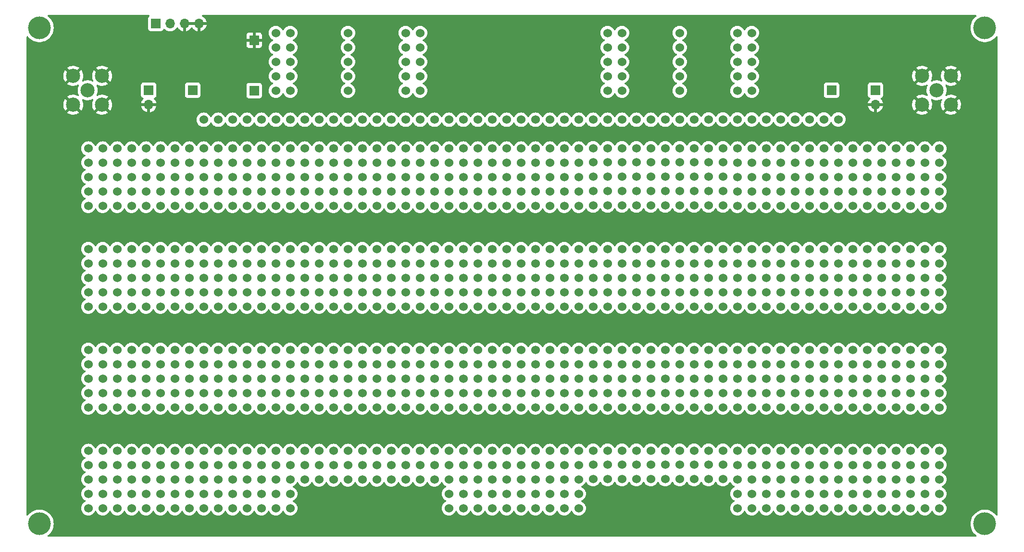
<source format=gbr>
%TF.GenerationSoftware,KiCad,Pcbnew,6.0.11-2627ca5db0~126~ubuntu22.04.1*%
%TF.CreationDate,2023-03-26T13:10:57+01:00*%
%TF.ProjectId,PROTO2_PCB,50524f54-4f32-45f5-9043-422e6b696361,rev?*%
%TF.SameCoordinates,Original*%
%TF.FileFunction,Copper,L2,Bot*%
%TF.FilePolarity,Positive*%
%FSLAX46Y46*%
G04 Gerber Fmt 4.6, Leading zero omitted, Abs format (unit mm)*
G04 Created by KiCad (PCBNEW 6.0.11-2627ca5db0~126~ubuntu22.04.1) date 2023-03-26 13:10:57*
%MOMM*%
%LPD*%
G01*
G04 APERTURE LIST*
%TA.AperFunction,ComponentPad*%
%ADD10C,1.524000*%
%TD*%
%TA.AperFunction,ComponentPad*%
%ADD11C,4.000000*%
%TD*%
%TA.AperFunction,ComponentPad*%
%ADD12R,1.700000X1.700000*%
%TD*%
%TA.AperFunction,ComponentPad*%
%ADD13O,1.700000X1.700000*%
%TD*%
%TA.AperFunction,ComponentPad*%
%ADD14C,2.500000*%
%TD*%
%TA.AperFunction,ViaPad*%
%ADD15C,0.800000*%
%TD*%
G04 APERTURE END LIST*
D10*
%TO.P,REF\u002A\u002A,1*%
%TO.N,N/C*%
X165100000Y-58420000D03*
%TO.P,REF\u002A\u002A,2*%
X165100000Y-60960000D03*
%TO.P,REF\u002A\u002A,3*%
X165100000Y-63500000D03*
%TO.P,REF\u002A\u002A,4*%
X165100000Y-66040000D03*
%TO.P,REF\u002A\u002A,5*%
X165100000Y-68580000D03*
%TD*%
%TO.P,REF\u002A\u002A,1*%
%TO.N,N/C*%
X124460000Y-96520000D03*
%TO.P,REF\u002A\u002A,2*%
X124460000Y-99060000D03*
%TO.P,REF\u002A\u002A,3*%
X124460000Y-101600000D03*
%TO.P,REF\u002A\u002A,4*%
X124460000Y-104140000D03*
%TO.P,REF\u002A\u002A,5*%
X124460000Y-106680000D03*
%TD*%
D11*
%TO.P,H3,1*%
%TO.N,N/C*%
X62500000Y-145000000D03*
%TD*%
D10*
%TO.P,REF\u002A\u002A,1*%
%TO.N,N/C*%
X96520000Y-81280000D03*
%TO.P,REF\u002A\u002A,2*%
X99060000Y-81280000D03*
%TO.P,REF\u002A\u002A,3*%
X101600000Y-81280000D03*
%TO.P,REF\u002A\u002A,4*%
X104140000Y-81280000D03*
%TO.P,REF\u002A\u002A,5*%
X106680000Y-81280000D03*
%TD*%
%TO.P,REF\u002A\u002A,1*%
%TO.N,N/C*%
X147320000Y-137160000D03*
%TO.P,REF\u002A\u002A,2*%
X149860000Y-137160000D03*
%TO.P,REF\u002A\u002A,3*%
X152400000Y-137160000D03*
%TO.P,REF\u002A\u002A,4*%
X154940000Y-137160000D03*
%TO.P,REF\u002A\u002A,5*%
X157480000Y-137160000D03*
%TD*%
D12*
%TO.P,J7,1,Pin_1*%
%TO.N,GND*%
X100330000Y-59690000D03*
%TD*%
D10*
%TO.P,REF\u002A\u002A,1*%
%TO.N,N/C*%
X71120000Y-83820000D03*
%TO.P,REF\u002A\u002A,2*%
X73660000Y-83820000D03*
%TO.P,REF\u002A\u002A,3*%
X76200000Y-83820000D03*
%TO.P,REF\u002A\u002A,4*%
X78740000Y-83820000D03*
%TO.P,REF\u002A\u002A,5*%
X81280000Y-83820000D03*
%TD*%
%TO.P,REF\u002A\u002A,1*%
%TO.N,N/C*%
X134620000Y-83820000D03*
%TO.P,REF\u002A\u002A,2*%
X137160000Y-83820000D03*
%TO.P,REF\u002A\u002A,3*%
X139700000Y-83820000D03*
%TO.P,REF\u002A\u002A,4*%
X142240000Y-83820000D03*
%TO.P,REF\u002A\u002A,5*%
X144780000Y-83820000D03*
%TD*%
%TO.P,REF\u002A\u002A,1*%
%TO.N,N/C*%
X210820000Y-81280000D03*
%TO.P,REF\u002A\u002A,2*%
X213360000Y-81280000D03*
%TO.P,REF\u002A\u002A,3*%
X215900000Y-81280000D03*
%TO.P,REF\u002A\u002A,4*%
X218440000Y-81280000D03*
%TO.P,REF\u002A\u002A,5*%
X220980000Y-81280000D03*
%TD*%
%TO.P,REF\u002A\u002A,1*%
%TO.N,N/C*%
X71120000Y-142240000D03*
%TO.P,REF\u002A\u002A,2*%
X73660000Y-142240000D03*
%TO.P,REF\u002A\u002A,3*%
X76200000Y-142240000D03*
%TO.P,REF\u002A\u002A,4*%
X78740000Y-142240000D03*
%TO.P,REF\u002A\u002A,5*%
X81280000Y-142240000D03*
%TD*%
%TO.P,REF\u002A\u002A,1*%
%TO.N,N/C*%
X121920000Y-134620000D03*
%TO.P,REF\u002A\u002A,2*%
X124460000Y-134620000D03*
%TO.P,REF\u002A\u002A,3*%
X127000000Y-134620000D03*
%TO.P,REF\u002A\u002A,4*%
X129540000Y-134620000D03*
%TO.P,REF\u002A\u002A,5*%
X132080000Y-134620000D03*
%TD*%
%TO.P,REF\u002A\u002A,1*%
%TO.N,N/C*%
X210820000Y-134620000D03*
%TO.P,REF\u002A\u002A,2*%
X213360000Y-134620000D03*
%TO.P,REF\u002A\u002A,3*%
X215900000Y-134620000D03*
%TO.P,REF\u002A\u002A,4*%
X218440000Y-134620000D03*
%TO.P,REF\u002A\u002A,5*%
X220980000Y-134620000D03*
%TD*%
%TO.P,REF\u002A\u002A,1*%
%TO.N,N/C*%
X185420000Y-58420000D03*
%TO.P,REF\u002A\u002A,2*%
X185420000Y-60960000D03*
%TO.P,REF\u002A\u002A,3*%
X185420000Y-63500000D03*
%TO.P,REF\u002A\u002A,4*%
X185420000Y-66040000D03*
%TO.P,REF\u002A\u002A,5*%
X185420000Y-68580000D03*
%TD*%
%TO.P,REF\u002A\u002A,1*%
%TO.N,N/C*%
X147320000Y-86360000D03*
%TO.P,REF\u002A\u002A,2*%
X149860000Y-86360000D03*
%TO.P,REF\u002A\u002A,3*%
X152400000Y-86360000D03*
%TO.P,REF\u002A\u002A,4*%
X154940000Y-86360000D03*
%TO.P,REF\u002A\u002A,5*%
X157480000Y-86360000D03*
%TD*%
%TO.P,REF\u002A\u002A,1*%
%TO.N,N/C*%
X83820000Y-83820000D03*
%TO.P,REF\u002A\u002A,2*%
X86360000Y-83820000D03*
%TO.P,REF\u002A\u002A,3*%
X88900000Y-83820000D03*
%TO.P,REF\u002A\u002A,4*%
X91440000Y-83820000D03*
%TO.P,REF\u002A\u002A,5*%
X93980000Y-83820000D03*
%TD*%
%TO.P,REF\u002A\u002A,1*%
%TO.N,N/C*%
X78740000Y-96520000D03*
%TO.P,REF\u002A\u002A,2*%
X78740000Y-99060000D03*
%TO.P,REF\u002A\u002A,3*%
X78740000Y-101600000D03*
%TO.P,REF\u002A\u002A,4*%
X78740000Y-104140000D03*
%TO.P,REF\u002A\u002A,5*%
X78740000Y-106680000D03*
%TD*%
%TO.P,REF\u002A\u002A,1*%
%TO.N,N/C*%
X175260000Y-96520000D03*
%TO.P,REF\u002A\u002A,2*%
X175260000Y-99060000D03*
%TO.P,REF\u002A\u002A,3*%
X175260000Y-101600000D03*
%TO.P,REF\u002A\u002A,4*%
X175260000Y-104140000D03*
%TO.P,REF\u002A\u002A,5*%
X175260000Y-106680000D03*
%TD*%
%TO.P,REF\u002A\u002A,1*%
%TO.N,N/C*%
X71120000Y-86360000D03*
%TO.P,REF\u002A\u002A,2*%
X73660000Y-86360000D03*
%TO.P,REF\u002A\u002A,3*%
X76200000Y-86360000D03*
%TO.P,REF\u002A\u002A,4*%
X78740000Y-86360000D03*
%TO.P,REF\u002A\u002A,5*%
X81280000Y-86360000D03*
%TD*%
%TO.P,REF\u002A\u002A,1*%
%TO.N,N/C*%
X182880000Y-96520000D03*
%TO.P,REF\u002A\u002A,2*%
X182880000Y-99060000D03*
%TO.P,REF\u002A\u002A,3*%
X182880000Y-101600000D03*
%TO.P,REF\u002A\u002A,4*%
X182880000Y-104140000D03*
%TO.P,REF\u002A\u002A,5*%
X182880000Y-106680000D03*
%TD*%
%TO.P,REF\u002A\u002A,1*%
%TO.N,N/C*%
X91440000Y-114300000D03*
%TO.P,REF\u002A\u002A,2*%
X91440000Y-116840000D03*
%TO.P,REF\u002A\u002A,3*%
X91440000Y-119380000D03*
%TO.P,REF\u002A\u002A,4*%
X91440000Y-121920000D03*
%TO.P,REF\u002A\u002A,5*%
X91440000Y-124460000D03*
%TD*%
%TO.P,REF\u002A\u002A,1*%
%TO.N,N/C*%
X71120000Y-134620000D03*
%TO.P,REF\u002A\u002A,2*%
X73660000Y-134620000D03*
%TO.P,REF\u002A\u002A,3*%
X76200000Y-134620000D03*
%TO.P,REF\u002A\u002A,4*%
X78740000Y-134620000D03*
%TO.P,REF\u002A\u002A,5*%
X81280000Y-134620000D03*
%TD*%
%TO.P,REF\u002A\u002A,1*%
%TO.N,N/C*%
X86360000Y-96520000D03*
%TO.P,REF\u002A\u002A,2*%
X86360000Y-99060000D03*
%TO.P,REF\u002A\u002A,3*%
X86360000Y-101600000D03*
%TO.P,REF\u002A\u002A,4*%
X86360000Y-104140000D03*
%TO.P,REF\u002A\u002A,5*%
X86360000Y-106680000D03*
%TD*%
%TO.P,REF\u002A\u002A,1*%
%TO.N,N/C*%
X127000000Y-114300000D03*
%TO.P,REF\u002A\u002A,2*%
X127000000Y-116840000D03*
%TO.P,REF\u002A\u002A,3*%
X127000000Y-119380000D03*
%TO.P,REF\u002A\u002A,4*%
X127000000Y-121920000D03*
%TO.P,REF\u002A\u002A,5*%
X127000000Y-124460000D03*
%TD*%
%TO.P,REF\u002A\u002A,1*%
%TO.N,N/C*%
X162560000Y-96520000D03*
%TO.P,REF\u002A\u002A,2*%
X162560000Y-99060000D03*
%TO.P,REF\u002A\u002A,3*%
X162560000Y-101600000D03*
%TO.P,REF\u002A\u002A,4*%
X162560000Y-104140000D03*
%TO.P,REF\u002A\u002A,5*%
X162560000Y-106680000D03*
%TD*%
%TO.P,REF\u002A\u002A,1*%
%TO.N,N/C*%
X134620000Y-142240000D03*
%TO.P,REF\u002A\u002A,2*%
X137160000Y-142240000D03*
%TO.P,REF\u002A\u002A,3*%
X139700000Y-142240000D03*
%TO.P,REF\u002A\u002A,4*%
X142240000Y-142240000D03*
%TO.P,REF\u002A\u002A,5*%
X144780000Y-142240000D03*
%TD*%
%TO.P,REF\u002A\u002A,1*%
%TO.N,N/C*%
X83820000Y-137160000D03*
%TO.P,REF\u002A\u002A,2*%
X86360000Y-137160000D03*
%TO.P,REF\u002A\u002A,3*%
X88900000Y-137160000D03*
%TO.P,REF\u002A\u002A,4*%
X91440000Y-137160000D03*
%TO.P,REF\u002A\u002A,5*%
X93980000Y-137160000D03*
%TD*%
%TO.P,REF\u002A\u002A,1*%
%TO.N,N/C*%
X76200000Y-96520000D03*
%TO.P,REF\u002A\u002A,2*%
X76200000Y-99060000D03*
%TO.P,REF\u002A\u002A,3*%
X76200000Y-101600000D03*
%TO.P,REF\u002A\u002A,4*%
X76200000Y-104140000D03*
%TO.P,REF\u002A\u002A,5*%
X76200000Y-106680000D03*
%TD*%
%TO.P,REF\u002A\u002A,1*%
%TO.N,N/C*%
X137160000Y-96520000D03*
%TO.P,REF\u002A\u002A,2*%
X137160000Y-99060000D03*
%TO.P,REF\u002A\u002A,3*%
X137160000Y-101600000D03*
%TO.P,REF\u002A\u002A,4*%
X137160000Y-104140000D03*
%TO.P,REF\u002A\u002A,5*%
X137160000Y-106680000D03*
%TD*%
%TO.P,REF\u002A\u002A,1*%
%TO.N,N/C*%
X147320000Y-132130000D03*
%TO.P,REF\u002A\u002A,2*%
X149860000Y-132130000D03*
%TO.P,REF\u002A\u002A,3*%
X152400000Y-132130000D03*
%TO.P,REF\u002A\u002A,4*%
X154940000Y-132130000D03*
%TO.P,REF\u002A\u002A,5*%
X157480000Y-132130000D03*
%TD*%
%TO.P,REF\u002A\u002A,1*%
%TO.N,N/C*%
X195580000Y-96520000D03*
%TO.P,REF\u002A\u002A,2*%
X195580000Y-99060000D03*
%TO.P,REF\u002A\u002A,3*%
X195580000Y-101600000D03*
%TO.P,REF\u002A\u002A,4*%
X195580000Y-104140000D03*
%TO.P,REF\u002A\u002A,5*%
X195580000Y-106680000D03*
%TD*%
%TO.P,REF\u002A\u002A,1*%
%TO.N,N/C*%
X172720000Y-134570000D03*
%TO.P,REF\u002A\u002A,2*%
X175260000Y-134570000D03*
%TO.P,REF\u002A\u002A,3*%
X177800000Y-134570000D03*
%TO.P,REF\u002A\u002A,4*%
X180340000Y-134570000D03*
%TO.P,REF\u002A\u002A,5*%
X182880000Y-134570000D03*
%TD*%
%TO.P,REF\u002A\u002A,1*%
%TO.N,N/C*%
X167640000Y-114300000D03*
%TO.P,REF\u002A\u002A,2*%
X167640000Y-116840000D03*
%TO.P,REF\u002A\u002A,3*%
X167640000Y-119380000D03*
%TO.P,REF\u002A\u002A,4*%
X167640000Y-121920000D03*
%TO.P,REF\u002A\u002A,5*%
X167640000Y-124460000D03*
%TD*%
%TO.P,REF\u002A\u002A,1*%
%TO.N,N/C*%
X134620000Y-137160000D03*
%TO.P,REF\u002A\u002A,2*%
X137160000Y-137160000D03*
%TO.P,REF\u002A\u002A,3*%
X139700000Y-137160000D03*
%TO.P,REF\u002A\u002A,4*%
X142240000Y-137160000D03*
%TO.P,REF\u002A\u002A,5*%
X144780000Y-137160000D03*
%TD*%
%TO.P,REF\u002A\u002A,1*%
%TO.N,N/C*%
X185420000Y-88900000D03*
%TO.P,REF\u002A\u002A,2*%
X187960000Y-88900000D03*
%TO.P,REF\u002A\u002A,3*%
X190500000Y-88900000D03*
%TO.P,REF\u002A\u002A,4*%
X193040000Y-88900000D03*
%TO.P,REF\u002A\u002A,5*%
X195580000Y-88900000D03*
%TD*%
%TO.P,REF\u002A\u002A,1*%
%TO.N,N/C*%
X99060000Y-96520000D03*
%TO.P,REF\u002A\u002A,2*%
X99060000Y-99060000D03*
%TO.P,REF\u002A\u002A,3*%
X99060000Y-101600000D03*
%TO.P,REF\u002A\u002A,4*%
X99060000Y-104140000D03*
%TO.P,REF\u002A\u002A,5*%
X99060000Y-106680000D03*
%TD*%
%TO.P,REF\u002A\u002A,1*%
%TO.N,N/C*%
X134620000Y-96520000D03*
%TO.P,REF\u002A\u002A,2*%
X134620000Y-99060000D03*
%TO.P,REF\u002A\u002A,3*%
X134620000Y-101600000D03*
%TO.P,REF\u002A\u002A,4*%
X134620000Y-104140000D03*
%TO.P,REF\u002A\u002A,5*%
X134620000Y-106680000D03*
%TD*%
%TO.P,REF\u002A\u002A,1*%
%TO.N,N/C*%
X185420000Y-83820000D03*
%TO.P,REF\u002A\u002A,2*%
X187960000Y-83820000D03*
%TO.P,REF\u002A\u002A,3*%
X190500000Y-83820000D03*
%TO.P,REF\u002A\u002A,4*%
X193040000Y-83820000D03*
%TO.P,REF\u002A\u002A,5*%
X195580000Y-83820000D03*
%TD*%
%TO.P,REF\u002A\u002A,1*%
%TO.N,N/C*%
X86360000Y-114300000D03*
%TO.P,REF\u002A\u002A,2*%
X86360000Y-116840000D03*
%TO.P,REF\u002A\u002A,3*%
X86360000Y-119380000D03*
%TO.P,REF\u002A\u002A,4*%
X86360000Y-121920000D03*
%TO.P,REF\u002A\u002A,5*%
X86360000Y-124460000D03*
%TD*%
%TO.P,REF\u002A\u002A,1*%
%TO.N,N/C*%
X157480000Y-114300000D03*
%TO.P,REF\u002A\u002A,2*%
X157480000Y-116840000D03*
%TO.P,REF\u002A\u002A,3*%
X157480000Y-119380000D03*
%TO.P,REF\u002A\u002A,4*%
X157480000Y-121920000D03*
%TO.P,REF\u002A\u002A,5*%
X157480000Y-124460000D03*
%TD*%
D12*
%TO.P,J2,1,Pin_1*%
%TO.N,Net-(J1-Pad1)*%
X81750000Y-68500000D03*
D13*
%TO.P,J2,2,Pin_2*%
%TO.N,GND*%
X81750000Y-71040000D03*
%TD*%
D12*
%TO.P,J6,1,Pin_1*%
%TO.N,+12V*%
X100330000Y-68580000D03*
%TD*%
D10*
%TO.P,REF\u002A\u002A,1*%
%TO.N,N/C*%
X101600000Y-96520000D03*
%TO.P,REF\u002A\u002A,2*%
X101600000Y-99060000D03*
%TO.P,REF\u002A\u002A,3*%
X101600000Y-101600000D03*
%TO.P,REF\u002A\u002A,4*%
X101600000Y-104140000D03*
%TO.P,REF\u002A\u002A,5*%
X101600000Y-106680000D03*
%TD*%
%TO.P,REF\u002A\u002A,1*%
%TO.N,N/C*%
X215900000Y-114300000D03*
%TO.P,REF\u002A\u002A,2*%
X215900000Y-116840000D03*
%TO.P,REF\u002A\u002A,3*%
X215900000Y-119380000D03*
%TO.P,REF\u002A\u002A,4*%
X215900000Y-121920000D03*
%TO.P,REF\u002A\u002A,5*%
X215900000Y-124460000D03*
%TD*%
%TO.P,REF\u002A\u002A,1*%
%TO.N,N/C*%
X71120000Y-114300000D03*
%TO.P,REF\u002A\u002A,2*%
X71120000Y-116840000D03*
%TO.P,REF\u002A\u002A,3*%
X71120000Y-119380000D03*
%TO.P,REF\u002A\u002A,4*%
X71120000Y-121920000D03*
%TO.P,REF\u002A\u002A,5*%
X71120000Y-124460000D03*
%TD*%
%TO.P,REF\u002A\u002A,1*%
%TO.N,N/C*%
X198120000Y-132130000D03*
%TO.P,REF\u002A\u002A,2*%
X200660000Y-132130000D03*
%TO.P,REF\u002A\u002A,3*%
X203200000Y-132130000D03*
%TO.P,REF\u002A\u002A,4*%
X205740000Y-132130000D03*
%TO.P,REF\u002A\u002A,5*%
X208280000Y-132130000D03*
%TD*%
D14*
%TO.P,SM2,1*%
%TO.N,Net-(J3-Pad1)*%
X220500000Y-68510000D03*
%TO.P,SM2,2*%
%TO.N,GND*%
X217960000Y-71050000D03*
X223040000Y-65970000D03*
X217960000Y-65970000D03*
X223040000Y-71050000D03*
%TD*%
D10*
%TO.P,REF\u002A\u002A,1*%
%TO.N,N/C*%
X127000000Y-96520000D03*
%TO.P,REF\u002A\u002A,2*%
X127000000Y-99060000D03*
%TO.P,REF\u002A\u002A,3*%
X127000000Y-101600000D03*
%TO.P,REF\u002A\u002A,4*%
X127000000Y-104140000D03*
%TO.P,REF\u002A\u002A,5*%
X127000000Y-106680000D03*
%TD*%
%TO.P,REF\u002A\u002A,1*%
%TO.N,N/C*%
X109220000Y-114300000D03*
%TO.P,REF\u002A\u002A,2*%
X109220000Y-116840000D03*
%TO.P,REF\u002A\u002A,3*%
X109220000Y-119380000D03*
%TO.P,REF\u002A\u002A,4*%
X109220000Y-121920000D03*
%TO.P,REF\u002A\u002A,5*%
X109220000Y-124460000D03*
%TD*%
%TO.P,REF\u002A\u002A,1*%
%TO.N,N/C*%
X71120000Y-81280000D03*
%TO.P,REF\u002A\u002A,2*%
X73660000Y-81280000D03*
%TO.P,REF\u002A\u002A,3*%
X76200000Y-81280000D03*
%TO.P,REF\u002A\u002A,4*%
X78740000Y-81280000D03*
%TO.P,REF\u002A\u002A,5*%
X81280000Y-81280000D03*
%TD*%
%TO.P,REF\u002A\u002A,1*%
%TO.N,N/C*%
X134620000Y-78790000D03*
%TO.P,REF\u002A\u002A,2*%
X137160000Y-78790000D03*
%TO.P,REF\u002A\u002A,3*%
X139700000Y-78790000D03*
%TO.P,REF\u002A\u002A,4*%
X142240000Y-78790000D03*
%TO.P,REF\u002A\u002A,5*%
X144780000Y-78790000D03*
%TD*%
%TO.P,REF\u002A\u002A,1*%
%TO.N,N/C*%
X193040000Y-73660000D03*
%TO.P,REF\u002A\u002A,2*%
X195580000Y-73660000D03*
%TO.P,REF\u002A\u002A,3*%
X198120000Y-73660000D03*
%TO.P,REF\u002A\u002A,4*%
X200660000Y-73660000D03*
%TO.P,REF\u002A\u002A,5*%
X203200000Y-73660000D03*
%TD*%
%TO.P,REF\u002A\u002A,1*%
%TO.N,N/C*%
X129540000Y-58420000D03*
%TO.P,REF\u002A\u002A,2*%
X129540000Y-60960000D03*
%TO.P,REF\u002A\u002A,3*%
X129540000Y-63500000D03*
%TO.P,REF\u002A\u002A,4*%
X129540000Y-66040000D03*
%TO.P,REF\u002A\u002A,5*%
X129540000Y-68580000D03*
%TD*%
D12*
%TO.P,J1,1,Pin_1*%
%TO.N,Net-(J1-Pad1)*%
X89500000Y-68500000D03*
%TD*%
D10*
%TO.P,REF\u002A\u002A,1*%
%TO.N,N/C*%
X147320000Y-114300000D03*
%TO.P,REF\u002A\u002A,2*%
X147320000Y-116840000D03*
%TO.P,REF\u002A\u002A,3*%
X147320000Y-119380000D03*
%TO.P,REF\u002A\u002A,4*%
X147320000Y-121920000D03*
%TO.P,REF\u002A\u002A,5*%
X147320000Y-124460000D03*
%TD*%
%TO.P,REF\u002A\u002A,1*%
%TO.N,N/C*%
X93980000Y-114300000D03*
%TO.P,REF\u002A\u002A,2*%
X93980000Y-116840000D03*
%TO.P,REF\u002A\u002A,3*%
X93980000Y-119380000D03*
%TO.P,REF\u002A\u002A,4*%
X93980000Y-121920000D03*
%TO.P,REF\u002A\u002A,5*%
X93980000Y-124460000D03*
%TD*%
%TO.P,REF\u002A\u002A,1*%
%TO.N,N/C*%
X213360000Y-96520000D03*
%TO.P,REF\u002A\u002A,2*%
X213360000Y-99060000D03*
%TO.P,REF\u002A\u002A,3*%
X213360000Y-101600000D03*
%TO.P,REF\u002A\u002A,4*%
X213360000Y-104140000D03*
%TO.P,REF\u002A\u002A,5*%
X213360000Y-106680000D03*
%TD*%
%TO.P,REF\u002A\u002A,1*%
%TO.N,N/C*%
X147320000Y-142240000D03*
%TO.P,REF\u002A\u002A,2*%
X149860000Y-142240000D03*
%TO.P,REF\u002A\u002A,3*%
X152400000Y-142240000D03*
%TO.P,REF\u002A\u002A,4*%
X154940000Y-142240000D03*
%TO.P,REF\u002A\u002A,5*%
X157480000Y-142240000D03*
%TD*%
%TO.P,REF\u002A\u002A,1*%
%TO.N,N/C*%
X147320000Y-78790000D03*
%TO.P,REF\u002A\u002A,2*%
X149860000Y-78790000D03*
%TO.P,REF\u002A\u002A,3*%
X152400000Y-78790000D03*
%TO.P,REF\u002A\u002A,4*%
X154940000Y-78790000D03*
%TO.P,REF\u002A\u002A,5*%
X157480000Y-78790000D03*
%TD*%
%TO.P,REF\u002A\u002A,1*%
%TO.N,N/C*%
X160020000Y-83770000D03*
%TO.P,REF\u002A\u002A,2*%
X162560000Y-83770000D03*
%TO.P,REF\u002A\u002A,3*%
X165100000Y-83770000D03*
%TO.P,REF\u002A\u002A,4*%
X167640000Y-83770000D03*
%TO.P,REF\u002A\u002A,5*%
X170180000Y-83770000D03*
%TD*%
%TO.P,REF\u002A\u002A,1*%
%TO.N,N/C*%
X134620000Y-88900000D03*
%TO.P,REF\u002A\u002A,2*%
X137160000Y-88900000D03*
%TO.P,REF\u002A\u002A,3*%
X139700000Y-88900000D03*
%TO.P,REF\u002A\u002A,4*%
X142240000Y-88900000D03*
%TO.P,REF\u002A\u002A,5*%
X144780000Y-88900000D03*
%TD*%
%TO.P,REF\u002A\u002A,1*%
%TO.N,N/C*%
X172720000Y-114300000D03*
%TO.P,REF\u002A\u002A,2*%
X172720000Y-116840000D03*
%TO.P,REF\u002A\u002A,3*%
X172720000Y-119380000D03*
%TO.P,REF\u002A\u002A,4*%
X172720000Y-121920000D03*
%TO.P,REF\u002A\u002A,5*%
X172720000Y-124460000D03*
%TD*%
%TO.P,REF\u002A\u002A,1*%
%TO.N,N/C*%
X172720000Y-96520000D03*
%TO.P,REF\u002A\u002A,2*%
X172720000Y-99060000D03*
%TO.P,REF\u002A\u002A,3*%
X172720000Y-101600000D03*
%TO.P,REF\u002A\u002A,4*%
X172720000Y-104140000D03*
%TO.P,REF\u002A\u002A,5*%
X172720000Y-106680000D03*
%TD*%
%TO.P,REF\u002A\u002A,1*%
%TO.N,N/C*%
X160020000Y-134570000D03*
%TO.P,REF\u002A\u002A,2*%
X162560000Y-134570000D03*
%TO.P,REF\u002A\u002A,3*%
X165100000Y-134570000D03*
%TO.P,REF\u002A\u002A,4*%
X167640000Y-134570000D03*
%TO.P,REF\u002A\u002A,5*%
X170180000Y-134570000D03*
%TD*%
%TO.P,REF\u002A\u002A,1*%
%TO.N,N/C*%
X76200000Y-114300000D03*
%TO.P,REF\u002A\u002A,2*%
X76200000Y-116840000D03*
%TO.P,REF\u002A\u002A,3*%
X76200000Y-119380000D03*
%TO.P,REF\u002A\u002A,4*%
X76200000Y-121920000D03*
%TO.P,REF\u002A\u002A,5*%
X76200000Y-124460000D03*
%TD*%
%TO.P,REF\u002A\u002A,1*%
%TO.N,N/C*%
X218440000Y-96520000D03*
%TO.P,REF\u002A\u002A,2*%
X218440000Y-99060000D03*
%TO.P,REF\u002A\u002A,3*%
X218440000Y-101600000D03*
%TO.P,REF\u002A\u002A,4*%
X218440000Y-104140000D03*
%TO.P,REF\u002A\u002A,5*%
X218440000Y-106680000D03*
%TD*%
%TO.P,REF\u002A\u002A,1*%
%TO.N,N/C*%
X83820000Y-134620000D03*
%TO.P,REF\u002A\u002A,2*%
X86360000Y-134620000D03*
%TO.P,REF\u002A\u002A,3*%
X88900000Y-134620000D03*
%TO.P,REF\u002A\u002A,4*%
X91440000Y-134620000D03*
%TO.P,REF\u002A\u002A,5*%
X93980000Y-134620000D03*
%TD*%
%TO.P,REF\u002A\u002A,1*%
%TO.N,N/C*%
X200660000Y-96520000D03*
%TO.P,REF\u002A\u002A,2*%
X200660000Y-99060000D03*
%TO.P,REF\u002A\u002A,3*%
X200660000Y-101600000D03*
%TO.P,REF\u002A\u002A,4*%
X200660000Y-104140000D03*
%TO.P,REF\u002A\u002A,5*%
X200660000Y-106680000D03*
%TD*%
%TO.P,REF\u002A\u002A,1*%
%TO.N,N/C*%
X127000000Y-58420000D03*
%TO.P,REF\u002A\u002A,2*%
X127000000Y-60960000D03*
%TO.P,REF\u002A\u002A,3*%
X127000000Y-63500000D03*
%TO.P,REF\u002A\u002A,4*%
X127000000Y-66040000D03*
%TO.P,REF\u002A\u002A,5*%
X127000000Y-68580000D03*
%TD*%
%TO.P,REF\u002A\u002A,1*%
%TO.N,N/C*%
X185420000Y-86360000D03*
%TO.P,REF\u002A\u002A,2*%
X187960000Y-86360000D03*
%TO.P,REF\u002A\u002A,3*%
X190500000Y-86360000D03*
%TO.P,REF\u002A\u002A,4*%
X193040000Y-86360000D03*
%TO.P,REF\u002A\u002A,5*%
X195580000Y-86360000D03*
%TD*%
%TO.P,REF\u002A\u002A,1*%
%TO.N,N/C*%
X165100000Y-96520000D03*
%TO.P,REF\u002A\u002A,2*%
X165100000Y-99060000D03*
%TO.P,REF\u002A\u002A,3*%
X165100000Y-101600000D03*
%TO.P,REF\u002A\u002A,4*%
X165100000Y-104140000D03*
%TO.P,REF\u002A\u002A,5*%
X165100000Y-106680000D03*
%TD*%
%TO.P,REF\u002A\u002A,1*%
%TO.N,N/C*%
X109220000Y-86360000D03*
%TO.P,REF\u002A\u002A,2*%
X111760000Y-86360000D03*
%TO.P,REF\u002A\u002A,3*%
X114300000Y-86360000D03*
%TO.P,REF\u002A\u002A,4*%
X116840000Y-86360000D03*
%TO.P,REF\u002A\u002A,5*%
X119380000Y-86360000D03*
%TD*%
%TO.P,REF\u002A\u002A,1*%
%TO.N,N/C*%
X205740000Y-96520000D03*
%TO.P,REF\u002A\u002A,2*%
X205740000Y-99060000D03*
%TO.P,REF\u002A\u002A,3*%
X205740000Y-101600000D03*
%TO.P,REF\u002A\u002A,4*%
X205740000Y-104140000D03*
%TO.P,REF\u002A\u002A,5*%
X205740000Y-106680000D03*
%TD*%
%TO.P,REF\u002A\u002A,1*%
%TO.N,N/C*%
X83820000Y-86360000D03*
%TO.P,REF\u002A\u002A,2*%
X86360000Y-86360000D03*
%TO.P,REF\u002A\u002A,3*%
X88900000Y-86360000D03*
%TO.P,REF\u002A\u002A,4*%
X91440000Y-86360000D03*
%TO.P,REF\u002A\u002A,5*%
X93980000Y-86360000D03*
%TD*%
%TO.P,REF\u002A\u002A,1*%
%TO.N,N/C*%
X160020000Y-86310000D03*
%TO.P,REF\u002A\u002A,2*%
X162560000Y-86310000D03*
%TO.P,REF\u002A\u002A,3*%
X165100000Y-86310000D03*
%TO.P,REF\u002A\u002A,4*%
X167640000Y-86310000D03*
%TO.P,REF\u002A\u002A,5*%
X170180000Y-86310000D03*
%TD*%
%TO.P,REF\u002A\u002A,1*%
%TO.N,N/C*%
X203200000Y-114300000D03*
%TO.P,REF\u002A\u002A,2*%
X203200000Y-116840000D03*
%TO.P,REF\u002A\u002A,3*%
X203200000Y-119380000D03*
%TO.P,REF\u002A\u002A,4*%
X203200000Y-121920000D03*
%TO.P,REF\u002A\u002A,5*%
X203200000Y-124460000D03*
%TD*%
%TO.P,REF\u002A\u002A,1*%
%TO.N,N/C*%
X147320000Y-139700000D03*
%TO.P,REF\u002A\u002A,2*%
X149860000Y-139700000D03*
%TO.P,REF\u002A\u002A,3*%
X152400000Y-139700000D03*
%TO.P,REF\u002A\u002A,4*%
X154940000Y-139700000D03*
%TO.P,REF\u002A\u002A,5*%
X157480000Y-139700000D03*
%TD*%
%TO.P,REF\u002A\u002A,1*%
%TO.N,N/C*%
X154940000Y-96520000D03*
%TO.P,REF\u002A\u002A,2*%
X154940000Y-99060000D03*
%TO.P,REF\u002A\u002A,3*%
X154940000Y-101600000D03*
%TO.P,REF\u002A\u002A,4*%
X154940000Y-104140000D03*
%TO.P,REF\u002A\u002A,5*%
X154940000Y-106680000D03*
%TD*%
%TO.P,REF\u002A\u002A,1*%
%TO.N,N/C*%
X116840000Y-73710000D03*
%TO.P,REF\u002A\u002A,2*%
X119380000Y-73710000D03*
%TO.P,REF\u002A\u002A,3*%
X121920000Y-73710000D03*
%TO.P,REF\u002A\u002A,4*%
X124460000Y-73710000D03*
%TO.P,REF\u002A\u002A,5*%
X127000000Y-73710000D03*
%TD*%
%TO.P,REF\u002A\u002A,1*%
%TO.N,N/C*%
X96520000Y-114300000D03*
%TO.P,REF\u002A\u002A,2*%
X96520000Y-116840000D03*
%TO.P,REF\u002A\u002A,3*%
X96520000Y-119380000D03*
%TO.P,REF\u002A\u002A,4*%
X96520000Y-121920000D03*
%TO.P,REF\u002A\u002A,5*%
X96520000Y-124460000D03*
%TD*%
D11*
%TO.P,H4,1*%
%TO.N,N/C*%
X229000000Y-145000000D03*
%TD*%
D10*
%TO.P,REF\u002A\u002A,1*%
%TO.N,N/C*%
X147320000Y-134620000D03*
%TO.P,REF\u002A\u002A,2*%
X149860000Y-134620000D03*
%TO.P,REF\u002A\u002A,3*%
X152400000Y-134620000D03*
%TO.P,REF\u002A\u002A,4*%
X154940000Y-134620000D03*
%TO.P,REF\u002A\u002A,5*%
X157480000Y-134620000D03*
%TD*%
%TO.P,REF\u002A\u002A,1*%
%TO.N,N/C*%
X124460000Y-114300000D03*
%TO.P,REF\u002A\u002A,2*%
X124460000Y-116840000D03*
%TO.P,REF\u002A\u002A,3*%
X124460000Y-119380000D03*
%TO.P,REF\u002A\u002A,4*%
X124460000Y-121920000D03*
%TO.P,REF\u002A\u002A,5*%
X124460000Y-124460000D03*
%TD*%
%TO.P,REF\u002A\u002A,1*%
%TO.N,N/C*%
X116840000Y-96520000D03*
%TO.P,REF\u002A\u002A,2*%
X116840000Y-99060000D03*
%TO.P,REF\u002A\u002A,3*%
X116840000Y-101600000D03*
%TO.P,REF\u002A\u002A,4*%
X116840000Y-104140000D03*
%TO.P,REF\u002A\u002A,5*%
X116840000Y-106680000D03*
%TD*%
%TO.P,REF\u002A\u002A,1*%
%TO.N,N/C*%
X114300000Y-96520000D03*
%TO.P,REF\u002A\u002A,2*%
X114300000Y-99060000D03*
%TO.P,REF\u002A\u002A,3*%
X114300000Y-101600000D03*
%TO.P,REF\u002A\u002A,4*%
X114300000Y-104140000D03*
%TO.P,REF\u002A\u002A,5*%
X114300000Y-106680000D03*
%TD*%
%TO.P,REF\u002A\u002A,1*%
%TO.N,N/C*%
X134620000Y-86360000D03*
%TO.P,REF\u002A\u002A,2*%
X137160000Y-86360000D03*
%TO.P,REF\u002A\u002A,3*%
X139700000Y-86360000D03*
%TO.P,REF\u002A\u002A,4*%
X142240000Y-86360000D03*
%TO.P,REF\u002A\u002A,5*%
X144780000Y-86360000D03*
%TD*%
%TO.P,REF\u002A\u002A,1*%
%TO.N,N/C*%
X71120000Y-132130000D03*
%TO.P,REF\u002A\u002A,2*%
X73660000Y-132130000D03*
%TO.P,REF\u002A\u002A,3*%
X76200000Y-132130000D03*
%TO.P,REF\u002A\u002A,4*%
X78740000Y-132130000D03*
%TO.P,REF\u002A\u002A,5*%
X81280000Y-132130000D03*
%TD*%
%TO.P,REF\u002A\u002A,1*%
%TO.N,N/C*%
X109220000Y-81280000D03*
%TO.P,REF\u002A\u002A,2*%
X111760000Y-81280000D03*
%TO.P,REF\u002A\u002A,3*%
X114300000Y-81280000D03*
%TO.P,REF\u002A\u002A,4*%
X116840000Y-81280000D03*
%TO.P,REF\u002A\u002A,5*%
X119380000Y-81280000D03*
%TD*%
%TO.P,REF\u002A\u002A,1*%
%TO.N,N/C*%
X132080000Y-96520000D03*
%TO.P,REF\u002A\u002A,2*%
X132080000Y-99060000D03*
%TO.P,REF\u002A\u002A,3*%
X132080000Y-101600000D03*
%TO.P,REF\u002A\u002A,4*%
X132080000Y-104140000D03*
%TO.P,REF\u002A\u002A,5*%
X132080000Y-106680000D03*
%TD*%
%TO.P,REF\u002A\u002A,1*%
%TO.N,N/C*%
X208280000Y-114300000D03*
%TO.P,REF\u002A\u002A,2*%
X208280000Y-116840000D03*
%TO.P,REF\u002A\u002A,3*%
X208280000Y-119380000D03*
%TO.P,REF\u002A\u002A,4*%
X208280000Y-121920000D03*
%TO.P,REF\u002A\u002A,5*%
X208280000Y-124460000D03*
%TD*%
%TO.P,REF\u002A\u002A,1*%
%TO.N,N/C*%
X129540000Y-114300000D03*
%TO.P,REF\u002A\u002A,2*%
X129540000Y-116840000D03*
%TO.P,REF\u002A\u002A,3*%
X129540000Y-119380000D03*
%TO.P,REF\u002A\u002A,4*%
X129540000Y-121920000D03*
%TO.P,REF\u002A\u002A,5*%
X129540000Y-124460000D03*
%TD*%
%TO.P,REF\u002A\u002A,1*%
%TO.N,N/C*%
X119380000Y-114300000D03*
%TO.P,REF\u002A\u002A,2*%
X119380000Y-116840000D03*
%TO.P,REF\u002A\u002A,3*%
X119380000Y-119380000D03*
%TO.P,REF\u002A\u002A,4*%
X119380000Y-121920000D03*
%TO.P,REF\u002A\u002A,5*%
X119380000Y-124460000D03*
%TD*%
%TO.P,REF\u002A\u002A,1*%
%TO.N,N/C*%
X144780000Y-96520000D03*
%TO.P,REF\u002A\u002A,2*%
X144780000Y-99060000D03*
%TO.P,REF\u002A\u002A,3*%
X144780000Y-101600000D03*
%TO.P,REF\u002A\u002A,4*%
X144780000Y-104140000D03*
%TO.P,REF\u002A\u002A,5*%
X144780000Y-106680000D03*
%TD*%
%TO.P,REF\u002A\u002A,1*%
%TO.N,N/C*%
X220980000Y-114300000D03*
%TO.P,REF\u002A\u002A,2*%
X220980000Y-116840000D03*
%TO.P,REF\u002A\u002A,3*%
X220980000Y-119380000D03*
%TO.P,REF\u002A\u002A,4*%
X220980000Y-121920000D03*
%TO.P,REF\u002A\u002A,5*%
X220980000Y-124460000D03*
%TD*%
%TO.P,REF\u002A\u002A,1*%
%TO.N,N/C*%
X218440000Y-114300000D03*
%TO.P,REF\u002A\u002A,2*%
X218440000Y-116840000D03*
%TO.P,REF\u002A\u002A,3*%
X218440000Y-119380000D03*
%TO.P,REF\u002A\u002A,4*%
X218440000Y-121920000D03*
%TO.P,REF\u002A\u002A,5*%
X218440000Y-124460000D03*
%TD*%
D14*
%TO.P,SM1,1*%
%TO.N,Net-(J1-Pad1)*%
X71000000Y-68510000D03*
%TO.P,SM1,2*%
%TO.N,GND*%
X68460000Y-65970000D03*
X68460000Y-71050000D03*
X73540000Y-65970000D03*
X73540000Y-71050000D03*
%TD*%
D10*
%TO.P,REF\u002A\u002A,1*%
%TO.N,N/C*%
X88900000Y-96520000D03*
%TO.P,REF\u002A\u002A,2*%
X88900000Y-99060000D03*
%TO.P,REF\u002A\u002A,3*%
X88900000Y-101600000D03*
%TO.P,REF\u002A\u002A,4*%
X88900000Y-104140000D03*
%TO.P,REF\u002A\u002A,5*%
X88900000Y-106680000D03*
%TD*%
%TO.P,REF\u002A\u002A,1*%
%TO.N,N/C*%
X104140000Y-73710000D03*
%TO.P,REF\u002A\u002A,2*%
X106680000Y-73710000D03*
%TO.P,REF\u002A\u002A,3*%
X109220000Y-73710000D03*
%TO.P,REF\u002A\u002A,4*%
X111760000Y-73710000D03*
%TO.P,REF\u002A\u002A,5*%
X114300000Y-73710000D03*
%TD*%
%TO.P,REF\u002A\u002A,1*%
%TO.N,N/C*%
X121920000Y-137160000D03*
%TO.P,REF\u002A\u002A,2*%
X124460000Y-137160000D03*
%TO.P,REF\u002A\u002A,3*%
X127000000Y-137160000D03*
%TO.P,REF\u002A\u002A,4*%
X129540000Y-137160000D03*
%TO.P,REF\u002A\u002A,5*%
X132080000Y-137160000D03*
%TD*%
%TO.P,REF\u002A\u002A,1*%
%TO.N,N/C*%
X160020000Y-137110000D03*
%TO.P,REF\u002A\u002A,2*%
X162560000Y-137110000D03*
%TO.P,REF\u002A\u002A,3*%
X165100000Y-137110000D03*
%TO.P,REF\u002A\u002A,4*%
X167640000Y-137110000D03*
%TO.P,REF\u002A\u002A,5*%
X170180000Y-137110000D03*
%TD*%
%TO.P,REF\u002A\u002A,1*%
%TO.N,N/C*%
X106680000Y-96520000D03*
%TO.P,REF\u002A\u002A,2*%
X106680000Y-99060000D03*
%TO.P,REF\u002A\u002A,3*%
X106680000Y-101600000D03*
%TO.P,REF\u002A\u002A,4*%
X106680000Y-104140000D03*
%TO.P,REF\u002A\u002A,5*%
X106680000Y-106680000D03*
%TD*%
%TO.P,REF\u002A\u002A,1*%
%TO.N,N/C*%
X177800000Y-114300000D03*
%TO.P,REF\u002A\u002A,2*%
X177800000Y-116840000D03*
%TO.P,REF\u002A\u002A,3*%
X177800000Y-119380000D03*
%TO.P,REF\u002A\u002A,4*%
X177800000Y-121920000D03*
%TO.P,REF\u002A\u002A,5*%
X177800000Y-124460000D03*
%TD*%
%TO.P,REF\u002A\u002A,1*%
%TO.N,N/C*%
X81280000Y-114300000D03*
%TO.P,REF\u002A\u002A,2*%
X81280000Y-116840000D03*
%TO.P,REF\u002A\u002A,3*%
X81280000Y-119380000D03*
%TO.P,REF\u002A\u002A,4*%
X81280000Y-121920000D03*
%TO.P,REF\u002A\u002A,5*%
X81280000Y-124460000D03*
%TD*%
%TO.P,REF\u002A\u002A,1*%
%TO.N,N/C*%
X185420000Y-81280000D03*
%TO.P,REF\u002A\u002A,2*%
X187960000Y-81280000D03*
%TO.P,REF\u002A\u002A,3*%
X190500000Y-81280000D03*
%TO.P,REF\u002A\u002A,4*%
X193040000Y-81280000D03*
%TO.P,REF\u002A\u002A,5*%
X195580000Y-81280000D03*
%TD*%
%TO.P,REF\u002A\u002A,1*%
%TO.N,N/C*%
X210820000Y-88900000D03*
%TO.P,REF\u002A\u002A,2*%
X213360000Y-88900000D03*
%TO.P,REF\u002A\u002A,3*%
X215900000Y-88900000D03*
%TO.P,REF\u002A\u002A,4*%
X218440000Y-88900000D03*
%TO.P,REF\u002A\u002A,5*%
X220980000Y-88900000D03*
%TD*%
%TO.P,REF\u002A\u002A,1*%
%TO.N,N/C*%
X104140000Y-96520000D03*
%TO.P,REF\u002A\u002A,2*%
X104140000Y-99060000D03*
%TO.P,REF\u002A\u002A,3*%
X104140000Y-101600000D03*
%TO.P,REF\u002A\u002A,4*%
X104140000Y-104140000D03*
%TO.P,REF\u002A\u002A,5*%
X104140000Y-106680000D03*
%TD*%
%TO.P,REF\u002A\u002A,1*%
%TO.N,N/C*%
X185420000Y-78790000D03*
%TO.P,REF\u002A\u002A,2*%
X187960000Y-78790000D03*
%TO.P,REF\u002A\u002A,3*%
X190500000Y-78790000D03*
%TO.P,REF\u002A\u002A,4*%
X193040000Y-78790000D03*
%TO.P,REF\u002A\u002A,5*%
X195580000Y-78790000D03*
%TD*%
%TO.P,REF\u002A\u002A,1*%
%TO.N,N/C*%
X104140000Y-114300000D03*
%TO.P,REF\u002A\u002A,2*%
X104140000Y-116840000D03*
%TO.P,REF\u002A\u002A,3*%
X104140000Y-119380000D03*
%TO.P,REF\u002A\u002A,4*%
X104140000Y-121920000D03*
%TO.P,REF\u002A\u002A,5*%
X104140000Y-124460000D03*
%TD*%
%TO.P,REF\u002A\u002A,1*%
%TO.N,N/C*%
X162560000Y-58420000D03*
%TO.P,REF\u002A\u002A,2*%
X162560000Y-60960000D03*
%TO.P,REF\u002A\u002A,3*%
X162560000Y-63500000D03*
%TO.P,REF\u002A\u002A,4*%
X162560000Y-66040000D03*
%TO.P,REF\u002A\u002A,5*%
X162560000Y-68580000D03*
%TD*%
%TO.P,REF\u002A\u002A,1*%
%TO.N,N/C*%
X91440000Y-73710000D03*
%TO.P,REF\u002A\u002A,2*%
X93980000Y-73710000D03*
%TO.P,REF\u002A\u002A,3*%
X96520000Y-73710000D03*
%TO.P,REF\u002A\u002A,4*%
X99060000Y-73710000D03*
%TO.P,REF\u002A\u002A,5*%
X101600000Y-73710000D03*
%TD*%
D11*
%TO.P,H2,1*%
%TO.N,N/C*%
X229000000Y-57500000D03*
%TD*%
D10*
%TO.P,REF\u002A\u002A,1*%
%TO.N,N/C*%
X83820000Y-142240000D03*
%TO.P,REF\u002A\u002A,2*%
X86360000Y-142240000D03*
%TO.P,REF\u002A\u002A,3*%
X88900000Y-142240000D03*
%TO.P,REF\u002A\u002A,4*%
X91440000Y-142240000D03*
%TO.P,REF\u002A\u002A,5*%
X93980000Y-142240000D03*
%TD*%
%TO.P,REF\u002A\u002A,1*%
%TO.N,N/C*%
X134620000Y-114300000D03*
%TO.P,REF\u002A\u002A,2*%
X134620000Y-116840000D03*
%TO.P,REF\u002A\u002A,3*%
X134620000Y-119380000D03*
%TO.P,REF\u002A\u002A,4*%
X134620000Y-121920000D03*
%TO.P,REF\u002A\u002A,5*%
X134620000Y-124460000D03*
%TD*%
%TO.P,REF\u002A\u002A,1*%
%TO.N,N/C*%
X109220000Y-96520000D03*
%TO.P,REF\u002A\u002A,2*%
X109220000Y-99060000D03*
%TO.P,REF\u002A\u002A,3*%
X109220000Y-101600000D03*
%TO.P,REF\u002A\u002A,4*%
X109220000Y-104140000D03*
%TO.P,REF\u002A\u002A,5*%
X109220000Y-106680000D03*
%TD*%
%TO.P,REF\u002A\u002A,1*%
%TO.N,N/C*%
X177800000Y-96520000D03*
%TO.P,REF\u002A\u002A,2*%
X177800000Y-99060000D03*
%TO.P,REF\u002A\u002A,3*%
X177800000Y-101600000D03*
%TO.P,REF\u002A\u002A,4*%
X177800000Y-104140000D03*
%TO.P,REF\u002A\u002A,5*%
X177800000Y-106680000D03*
%TD*%
%TO.P,REF\u002A\u002A,1*%
%TO.N,N/C*%
X121920000Y-88900000D03*
%TO.P,REF\u002A\u002A,2*%
X124460000Y-88900000D03*
%TO.P,REF\u002A\u002A,3*%
X127000000Y-88900000D03*
%TO.P,REF\u002A\u002A,4*%
X129540000Y-88900000D03*
%TO.P,REF\u002A\u002A,5*%
X132080000Y-88900000D03*
%TD*%
%TO.P,REF\u002A\u002A,1*%
%TO.N,N/C*%
X160020000Y-132080000D03*
%TO.P,REF\u002A\u002A,2*%
X162560000Y-132080000D03*
%TO.P,REF\u002A\u002A,3*%
X165100000Y-132080000D03*
%TO.P,REF\u002A\u002A,4*%
X167640000Y-132080000D03*
%TO.P,REF\u002A\u002A,5*%
X170180000Y-132080000D03*
%TD*%
%TO.P,REF\u002A\u002A,1*%
%TO.N,N/C*%
X134620000Y-139700000D03*
%TO.P,REF\u002A\u002A,2*%
X137160000Y-139700000D03*
%TO.P,REF\u002A\u002A,3*%
X139700000Y-139700000D03*
%TO.P,REF\u002A\u002A,4*%
X142240000Y-139700000D03*
%TO.P,REF\u002A\u002A,5*%
X144780000Y-139700000D03*
%TD*%
%TO.P,REF\u002A\u002A,1*%
%TO.N,N/C*%
X96520000Y-83820000D03*
%TO.P,REF\u002A\u002A,2*%
X99060000Y-83820000D03*
%TO.P,REF\u002A\u002A,3*%
X101600000Y-83820000D03*
%TO.P,REF\u002A\u002A,4*%
X104140000Y-83820000D03*
%TO.P,REF\u002A\u002A,5*%
X106680000Y-83820000D03*
%TD*%
%TO.P,REF\u002A\u002A,1*%
%TO.N,N/C*%
X195580000Y-114300000D03*
%TO.P,REF\u002A\u002A,2*%
X195580000Y-116840000D03*
%TO.P,REF\u002A\u002A,3*%
X195580000Y-119380000D03*
%TO.P,REF\u002A\u002A,4*%
X195580000Y-121920000D03*
%TO.P,REF\u002A\u002A,5*%
X195580000Y-124460000D03*
%TD*%
%TO.P,REF\u002A\u002A,1*%
%TO.N,N/C*%
X147320000Y-81280000D03*
%TO.P,REF\u002A\u002A,2*%
X149860000Y-81280000D03*
%TO.P,REF\u002A\u002A,3*%
X152400000Y-81280000D03*
%TO.P,REF\u002A\u002A,4*%
X154940000Y-81280000D03*
%TO.P,REF\u002A\u002A,5*%
X157480000Y-81280000D03*
%TD*%
%TO.P,REF\u002A\u002A,1*%
%TO.N,N/C*%
X149860000Y-114300000D03*
%TO.P,REF\u002A\u002A,2*%
X149860000Y-116840000D03*
%TO.P,REF\u002A\u002A,3*%
X149860000Y-119380000D03*
%TO.P,REF\u002A\u002A,4*%
X149860000Y-121920000D03*
%TO.P,REF\u002A\u002A,5*%
X149860000Y-124460000D03*
%TD*%
%TO.P,REF\u002A\u002A,1*%
%TO.N,N/C*%
X210820000Y-83820000D03*
%TO.P,REF\u002A\u002A,2*%
X213360000Y-83820000D03*
%TO.P,REF\u002A\u002A,3*%
X215900000Y-83820000D03*
%TO.P,REF\u002A\u002A,4*%
X218440000Y-83820000D03*
%TO.P,REF\u002A\u002A,5*%
X220980000Y-83820000D03*
%TD*%
%TO.P,REF\u002A\u002A,1*%
%TO.N,N/C*%
X185420000Y-134620000D03*
%TO.P,REF\u002A\u002A,2*%
X187960000Y-134620000D03*
%TO.P,REF\u002A\u002A,3*%
X190500000Y-134620000D03*
%TO.P,REF\u002A\u002A,4*%
X193040000Y-134620000D03*
%TO.P,REF\u002A\u002A,5*%
X195580000Y-134620000D03*
%TD*%
%TO.P,REF\u002A\u002A,1*%
%TO.N,N/C*%
X111760000Y-96520000D03*
%TO.P,REF\u002A\u002A,2*%
X111760000Y-99060000D03*
%TO.P,REF\u002A\u002A,3*%
X111760000Y-101600000D03*
%TO.P,REF\u002A\u002A,4*%
X111760000Y-104140000D03*
%TO.P,REF\u002A\u002A,5*%
X111760000Y-106680000D03*
%TD*%
%TO.P,REF\u002A\u002A,1*%
%TO.N,N/C*%
X142240000Y-73710000D03*
%TO.P,REF\u002A\u002A,2*%
X144780000Y-73710000D03*
%TO.P,REF\u002A\u002A,3*%
X147320000Y-73710000D03*
%TO.P,REF\u002A\u002A,4*%
X149860000Y-73710000D03*
%TO.P,REF\u002A\u002A,5*%
X152400000Y-73710000D03*
%TD*%
%TO.P,REF\u002A\u002A,1*%
%TO.N,N/C*%
X96520000Y-137160000D03*
%TO.P,REF\u002A\u002A,2*%
X99060000Y-137160000D03*
%TO.P,REF\u002A\u002A,3*%
X101600000Y-137160000D03*
%TO.P,REF\u002A\u002A,4*%
X104140000Y-137160000D03*
%TO.P,REF\u002A\u002A,5*%
X106680000Y-137160000D03*
%TD*%
%TO.P,REF\u002A\u002A,1*%
%TO.N,N/C*%
X185420000Y-132130000D03*
%TO.P,REF\u002A\u002A,2*%
X187960000Y-132130000D03*
%TO.P,REF\u002A\u002A,3*%
X190500000Y-132130000D03*
%TO.P,REF\u002A\u002A,4*%
X193040000Y-132130000D03*
%TO.P,REF\u002A\u002A,5*%
X195580000Y-132130000D03*
%TD*%
%TO.P,REF\u002A\u002A,1*%
%TO.N,N/C*%
X205740000Y-114300000D03*
%TO.P,REF\u002A\u002A,2*%
X205740000Y-116840000D03*
%TO.P,REF\u002A\u002A,3*%
X205740000Y-119380000D03*
%TO.P,REF\u002A\u002A,4*%
X205740000Y-121920000D03*
%TO.P,REF\u002A\u002A,5*%
X205740000Y-124460000D03*
%TD*%
%TO.P,REF\u002A\u002A,1*%
%TO.N,N/C*%
X167640000Y-73710000D03*
%TO.P,REF\u002A\u002A,2*%
X170180000Y-73710000D03*
%TO.P,REF\u002A\u002A,3*%
X172720000Y-73710000D03*
%TO.P,REF\u002A\u002A,4*%
X175260000Y-73710000D03*
%TO.P,REF\u002A\u002A,5*%
X177800000Y-73710000D03*
%TD*%
%TO.P,REF\u002A\u002A,1*%
%TO.N,N/C*%
X137160000Y-114300000D03*
%TO.P,REF\u002A\u002A,2*%
X137160000Y-116840000D03*
%TO.P,REF\u002A\u002A,3*%
X137160000Y-119380000D03*
%TO.P,REF\u002A\u002A,4*%
X137160000Y-121920000D03*
%TO.P,REF\u002A\u002A,5*%
X137160000Y-124460000D03*
%TD*%
%TO.P,REF\u002A\u002A,1*%
%TO.N,N/C*%
X119380000Y-96520000D03*
%TO.P,REF\u002A\u002A,2*%
X119380000Y-99060000D03*
%TO.P,REF\u002A\u002A,3*%
X119380000Y-101600000D03*
%TO.P,REF\u002A\u002A,4*%
X119380000Y-104140000D03*
%TO.P,REF\u002A\u002A,5*%
X119380000Y-106680000D03*
%TD*%
%TO.P,REF\u002A\u002A,1*%
%TO.N,N/C*%
X182880000Y-114300000D03*
%TO.P,REF\u002A\u002A,2*%
X182880000Y-116840000D03*
%TO.P,REF\u002A\u002A,3*%
X182880000Y-119380000D03*
%TO.P,REF\u002A\u002A,4*%
X182880000Y-121920000D03*
%TO.P,REF\u002A\u002A,5*%
X182880000Y-124460000D03*
%TD*%
%TO.P,REF\u002A\u002A,1*%
%TO.N,N/C*%
X198120000Y-88900000D03*
%TO.P,REF\u002A\u002A,2*%
X200660000Y-88900000D03*
%TO.P,REF\u002A\u002A,3*%
X203200000Y-88900000D03*
%TO.P,REF\u002A\u002A,4*%
X205740000Y-88900000D03*
%TO.P,REF\u002A\u002A,5*%
X208280000Y-88900000D03*
%TD*%
%TO.P,REF\u002A\u002A,1*%
%TO.N,N/C*%
X83820000Y-139700000D03*
%TO.P,REF\u002A\u002A,2*%
X86360000Y-139700000D03*
%TO.P,REF\u002A\u002A,3*%
X88900000Y-139700000D03*
%TO.P,REF\u002A\u002A,4*%
X91440000Y-139700000D03*
%TO.P,REF\u002A\u002A,5*%
X93980000Y-139700000D03*
%TD*%
%TO.P,REF\u002A\u002A,1*%
%TO.N,N/C*%
X198120000Y-134620000D03*
%TO.P,REF\u002A\u002A,2*%
X200660000Y-134620000D03*
%TO.P,REF\u002A\u002A,3*%
X203200000Y-134620000D03*
%TO.P,REF\u002A\u002A,4*%
X205740000Y-134620000D03*
%TO.P,REF\u002A\u002A,5*%
X208280000Y-134620000D03*
%TD*%
%TO.P,REF\u002A\u002A,1*%
%TO.N,N/C*%
X73660000Y-96520000D03*
%TO.P,REF\u002A\u002A,2*%
X73660000Y-99060000D03*
%TO.P,REF\u002A\u002A,3*%
X73660000Y-101600000D03*
%TO.P,REF\u002A\u002A,4*%
X73660000Y-104140000D03*
%TO.P,REF\u002A\u002A,5*%
X73660000Y-106680000D03*
%TD*%
%TO.P,REF\u002A\u002A,1*%
%TO.N,N/C*%
X152400000Y-96520000D03*
%TO.P,REF\u002A\u002A,2*%
X152400000Y-99060000D03*
%TO.P,REF\u002A\u002A,3*%
X152400000Y-101600000D03*
%TO.P,REF\u002A\u002A,4*%
X152400000Y-104140000D03*
%TO.P,REF\u002A\u002A,5*%
X152400000Y-106680000D03*
%TD*%
%TO.P,REF\u002A\u002A,1*%
%TO.N,N/C*%
X200660000Y-114300000D03*
%TO.P,REF\u002A\u002A,2*%
X200660000Y-116840000D03*
%TO.P,REF\u002A\u002A,3*%
X200660000Y-119380000D03*
%TO.P,REF\u002A\u002A,4*%
X200660000Y-121920000D03*
%TO.P,REF\u002A\u002A,5*%
X200660000Y-124460000D03*
%TD*%
%TO.P,REF\u002A\u002A,1*%
%TO.N,N/C*%
X73660000Y-114300000D03*
%TO.P,REF\u002A\u002A,2*%
X73660000Y-116840000D03*
%TO.P,REF\u002A\u002A,3*%
X73660000Y-119380000D03*
%TO.P,REF\u002A\u002A,4*%
X73660000Y-121920000D03*
%TO.P,REF\u002A\u002A,5*%
X73660000Y-124460000D03*
%TD*%
%TO.P,REF\u002A\u002A,1*%
%TO.N,N/C*%
X109220000Y-83820000D03*
%TO.P,REF\u002A\u002A,2*%
X111760000Y-83820000D03*
%TO.P,REF\u002A\u002A,3*%
X114300000Y-83820000D03*
%TO.P,REF\u002A\u002A,4*%
X116840000Y-83820000D03*
%TO.P,REF\u002A\u002A,5*%
X119380000Y-83820000D03*
%TD*%
%TO.P,REF\u002A\u002A,1*%
%TO.N,N/C*%
X109220000Y-132130000D03*
%TO.P,REF\u002A\u002A,2*%
X111760000Y-132130000D03*
%TO.P,REF\u002A\u002A,3*%
X114300000Y-132130000D03*
%TO.P,REF\u002A\u002A,4*%
X116840000Y-132130000D03*
%TO.P,REF\u002A\u002A,5*%
X119380000Y-132130000D03*
%TD*%
%TO.P,REF\u002A\u002A,1*%
%TO.N,N/C*%
X144780000Y-114300000D03*
%TO.P,REF\u002A\u002A,2*%
X144780000Y-116840000D03*
%TO.P,REF\u002A\u002A,3*%
X144780000Y-119380000D03*
%TO.P,REF\u002A\u002A,4*%
X144780000Y-121920000D03*
%TO.P,REF\u002A\u002A,5*%
X144780000Y-124460000D03*
%TD*%
%TO.P,REF\u002A\u002A,1*%
%TO.N,N/C*%
X210820000Y-139700000D03*
%TO.P,REF\u002A\u002A,2*%
X213360000Y-139700000D03*
%TO.P,REF\u002A\u002A,3*%
X215900000Y-139700000D03*
%TO.P,REF\u002A\u002A,4*%
X218440000Y-139700000D03*
%TO.P,REF\u002A\u002A,5*%
X220980000Y-139700000D03*
%TD*%
%TO.P,REF\u002A\u002A,1*%
%TO.N,N/C*%
X121920000Y-78790000D03*
%TO.P,REF\u002A\u002A,2*%
X124460000Y-78790000D03*
%TO.P,REF\u002A\u002A,3*%
X127000000Y-78790000D03*
%TO.P,REF\u002A\u002A,4*%
X129540000Y-78790000D03*
%TO.P,REF\u002A\u002A,5*%
X132080000Y-78790000D03*
%TD*%
%TO.P,REF\u002A\u002A,1*%
%TO.N,N/C*%
X152400000Y-114300000D03*
%TO.P,REF\u002A\u002A,2*%
X152400000Y-116840000D03*
%TO.P,REF\u002A\u002A,3*%
X152400000Y-119380000D03*
%TO.P,REF\u002A\u002A,4*%
X152400000Y-121920000D03*
%TO.P,REF\u002A\u002A,5*%
X152400000Y-124460000D03*
%TD*%
%TO.P,REF\u002A\u002A,1*%
%TO.N,N/C*%
X210820000Y-137160000D03*
%TO.P,REF\u002A\u002A,2*%
X213360000Y-137160000D03*
%TO.P,REF\u002A\u002A,3*%
X215900000Y-137160000D03*
%TO.P,REF\u002A\u002A,4*%
X218440000Y-137160000D03*
%TO.P,REF\u002A\u002A,5*%
X220980000Y-137160000D03*
%TD*%
%TO.P,REF\u002A\u002A,1*%
%TO.N,N/C*%
X101600000Y-114300000D03*
%TO.P,REF\u002A\u002A,2*%
X101600000Y-116840000D03*
%TO.P,REF\u002A\u002A,3*%
X101600000Y-119380000D03*
%TO.P,REF\u002A\u002A,4*%
X101600000Y-121920000D03*
%TO.P,REF\u002A\u002A,5*%
X101600000Y-124460000D03*
%TD*%
%TO.P,REF\u002A\u002A,1*%
%TO.N,N/C*%
X106680000Y-114300000D03*
%TO.P,REF\u002A\u002A,2*%
X106680000Y-116840000D03*
%TO.P,REF\u002A\u002A,3*%
X106680000Y-119380000D03*
%TO.P,REF\u002A\u002A,4*%
X106680000Y-121920000D03*
%TO.P,REF\u002A\u002A,5*%
X106680000Y-124460000D03*
%TD*%
%TO.P,REF\u002A\u002A,1*%
%TO.N,N/C*%
X121920000Y-81280000D03*
%TO.P,REF\u002A\u002A,2*%
X124460000Y-81280000D03*
%TO.P,REF\u002A\u002A,3*%
X127000000Y-81280000D03*
%TO.P,REF\u002A\u002A,4*%
X129540000Y-81280000D03*
%TO.P,REF\u002A\u002A,5*%
X132080000Y-81280000D03*
%TD*%
%TO.P,REF\u002A\u002A,1*%
%TO.N,N/C*%
X71120000Y-96520000D03*
%TO.P,REF\u002A\u002A,2*%
X71120000Y-99060000D03*
%TO.P,REF\u002A\u002A,3*%
X71120000Y-101600000D03*
%TO.P,REF\u002A\u002A,4*%
X71120000Y-104140000D03*
%TO.P,REF\u002A\u002A,5*%
X71120000Y-106680000D03*
%TD*%
%TO.P,REF\u002A\u002A,1*%
%TO.N,N/C*%
X142240000Y-114300000D03*
%TO.P,REF\u002A\u002A,2*%
X142240000Y-116840000D03*
%TO.P,REF\u002A\u002A,3*%
X142240000Y-119380000D03*
%TO.P,REF\u002A\u002A,4*%
X142240000Y-121920000D03*
%TO.P,REF\u002A\u002A,5*%
X142240000Y-124460000D03*
%TD*%
%TO.P,REF\u002A\u002A,1*%
%TO.N,N/C*%
X121920000Y-83820000D03*
%TO.P,REF\u002A\u002A,2*%
X124460000Y-83820000D03*
%TO.P,REF\u002A\u002A,3*%
X127000000Y-83820000D03*
%TO.P,REF\u002A\u002A,4*%
X129540000Y-83820000D03*
%TO.P,REF\u002A\u002A,5*%
X132080000Y-83820000D03*
%TD*%
%TO.P,REF\u002A\u002A,1*%
%TO.N,N/C*%
X109220000Y-137160000D03*
%TO.P,REF\u002A\u002A,2*%
X111760000Y-137160000D03*
%TO.P,REF\u002A\u002A,3*%
X114300000Y-137160000D03*
%TO.P,REF\u002A\u002A,4*%
X116840000Y-137160000D03*
%TO.P,REF\u002A\u002A,5*%
X119380000Y-137160000D03*
%TD*%
%TO.P,REF\u002A\u002A,1*%
%TO.N,N/C*%
X116840000Y-114300000D03*
%TO.P,REF\u002A\u002A,2*%
X116840000Y-116840000D03*
%TO.P,REF\u002A\u002A,3*%
X116840000Y-119380000D03*
%TO.P,REF\u002A\u002A,4*%
X116840000Y-121920000D03*
%TO.P,REF\u002A\u002A,5*%
X116840000Y-124460000D03*
%TD*%
%TO.P,REF\u002A\u002A,1*%
%TO.N,N/C*%
X71120000Y-137160000D03*
%TO.P,REF\u002A\u002A,2*%
X73660000Y-137160000D03*
%TO.P,REF\u002A\u002A,3*%
X76200000Y-137160000D03*
%TO.P,REF\u002A\u002A,4*%
X78740000Y-137160000D03*
%TO.P,REF\u002A\u002A,5*%
X81280000Y-137160000D03*
%TD*%
%TO.P,REF\u002A\u002A,1*%
%TO.N,N/C*%
X83820000Y-81280000D03*
%TO.P,REF\u002A\u002A,2*%
X86360000Y-81280000D03*
%TO.P,REF\u002A\u002A,3*%
X88900000Y-81280000D03*
%TO.P,REF\u002A\u002A,4*%
X91440000Y-81280000D03*
%TO.P,REF\u002A\u002A,5*%
X93980000Y-81280000D03*
%TD*%
%TO.P,REF\u002A\u002A,1*%
%TO.N,N/C*%
X71120000Y-139700000D03*
%TO.P,REF\u002A\u002A,2*%
X73660000Y-139700000D03*
%TO.P,REF\u002A\u002A,3*%
X76200000Y-139700000D03*
%TO.P,REF\u002A\u002A,4*%
X78740000Y-139700000D03*
%TO.P,REF\u002A\u002A,5*%
X81280000Y-139700000D03*
%TD*%
%TO.P,REF\u002A\u002A,1*%
%TO.N,N/C*%
X81280000Y-96520000D03*
%TO.P,REF\u002A\u002A,2*%
X81280000Y-99060000D03*
%TO.P,REF\u002A\u002A,3*%
X81280000Y-101600000D03*
%TO.P,REF\u002A\u002A,4*%
X81280000Y-104140000D03*
%TO.P,REF\u002A\u002A,5*%
X81280000Y-106680000D03*
%TD*%
%TO.P,REF\u002A\u002A,1*%
%TO.N,N/C*%
X121920000Y-86360000D03*
%TO.P,REF\u002A\u002A,2*%
X124460000Y-86360000D03*
%TO.P,REF\u002A\u002A,3*%
X127000000Y-86360000D03*
%TO.P,REF\u002A\u002A,4*%
X129540000Y-86360000D03*
%TO.P,REF\u002A\u002A,5*%
X132080000Y-86360000D03*
%TD*%
%TO.P,REF\u002A\u002A,1*%
%TO.N,N/C*%
X172720000Y-137110000D03*
%TO.P,REF\u002A\u002A,2*%
X175260000Y-137110000D03*
%TO.P,REF\u002A\u002A,3*%
X177800000Y-137110000D03*
%TO.P,REF\u002A\u002A,4*%
X180340000Y-137110000D03*
%TO.P,REF\u002A\u002A,5*%
X182880000Y-137110000D03*
%TD*%
%TO.P,REF\u002A\u002A,1*%
%TO.N,N/C*%
X116840000Y-58420000D03*
%TO.P,REF\u002A\u002A,2*%
X116840000Y-60960000D03*
%TO.P,REF\u002A\u002A,3*%
X116840000Y-63500000D03*
%TO.P,REF\u002A\u002A,4*%
X116840000Y-66040000D03*
%TO.P,REF\u002A\u002A,5*%
X116840000Y-68580000D03*
%TD*%
%TO.P,REF\u002A\u002A,1*%
%TO.N,N/C*%
X220980000Y-96520000D03*
%TO.P,REF\u002A\u002A,2*%
X220980000Y-99060000D03*
%TO.P,REF\u002A\u002A,3*%
X220980000Y-101600000D03*
%TO.P,REF\u002A\u002A,4*%
X220980000Y-104140000D03*
%TO.P,REF\u002A\u002A,5*%
X220980000Y-106680000D03*
%TD*%
D12*
%TO.P,J3,1,Pin_1*%
%TO.N,Net-(J3-Pad1)*%
X202000000Y-68500000D03*
%TD*%
D10*
%TO.P,REF\u002A\u002A,1*%
%TO.N,N/C*%
X193040000Y-96520000D03*
%TO.P,REF\u002A\u002A,2*%
X193040000Y-99060000D03*
%TO.P,REF\u002A\u002A,3*%
X193040000Y-101600000D03*
%TO.P,REF\u002A\u002A,4*%
X193040000Y-104140000D03*
%TO.P,REF\u002A\u002A,5*%
X193040000Y-106680000D03*
%TD*%
%TO.P,REF\u002A\u002A,1*%
%TO.N,N/C*%
X198120000Y-81280000D03*
%TO.P,REF\u002A\u002A,2*%
X200660000Y-81280000D03*
%TO.P,REF\u002A\u002A,3*%
X203200000Y-81280000D03*
%TO.P,REF\u002A\u002A,4*%
X205740000Y-81280000D03*
%TO.P,REF\u002A\u002A,5*%
X208280000Y-81280000D03*
%TD*%
%TO.P,REF\u002A\u002A,1*%
%TO.N,N/C*%
X193040000Y-114300000D03*
%TO.P,REF\u002A\u002A,2*%
X193040000Y-116840000D03*
%TO.P,REF\u002A\u002A,3*%
X193040000Y-119380000D03*
%TO.P,REF\u002A\u002A,4*%
X193040000Y-121920000D03*
%TO.P,REF\u002A\u002A,5*%
X193040000Y-124460000D03*
%TD*%
%TO.P,REF\u002A\u002A,1*%
%TO.N,N/C*%
X162560000Y-114300000D03*
%TO.P,REF\u002A\u002A,2*%
X162560000Y-116840000D03*
%TO.P,REF\u002A\u002A,3*%
X162560000Y-119380000D03*
%TO.P,REF\u002A\u002A,4*%
X162560000Y-121920000D03*
%TO.P,REF\u002A\u002A,5*%
X162560000Y-124460000D03*
%TD*%
%TO.P,REF\u002A\u002A,1*%
%TO.N,N/C*%
X210820000Y-96520000D03*
%TO.P,REF\u002A\u002A,2*%
X210820000Y-99060000D03*
%TO.P,REF\u002A\u002A,3*%
X210820000Y-101600000D03*
%TO.P,REF\u002A\u002A,4*%
X210820000Y-104140000D03*
%TO.P,REF\u002A\u002A,5*%
X210820000Y-106680000D03*
%TD*%
%TO.P,REF\u002A\u002A,1*%
%TO.N,N/C*%
X147320000Y-88900000D03*
%TO.P,REF\u002A\u002A,2*%
X149860000Y-88900000D03*
%TO.P,REF\u002A\u002A,3*%
X152400000Y-88900000D03*
%TO.P,REF\u002A\u002A,4*%
X154940000Y-88900000D03*
%TO.P,REF\u002A\u002A,5*%
X157480000Y-88900000D03*
%TD*%
%TO.P,REF\u002A\u002A,1*%
%TO.N,N/C*%
X210820000Y-78790000D03*
%TO.P,REF\u002A\u002A,2*%
X213360000Y-78790000D03*
%TO.P,REF\u002A\u002A,3*%
X215900000Y-78790000D03*
%TO.P,REF\u002A\u002A,4*%
X218440000Y-78790000D03*
%TO.P,REF\u002A\u002A,5*%
X220980000Y-78790000D03*
%TD*%
%TO.P,REF\u002A\u002A,1*%
%TO.N,N/C*%
X210820000Y-132130000D03*
%TO.P,REF\u002A\u002A,2*%
X213360000Y-132130000D03*
%TO.P,REF\u002A\u002A,3*%
X215900000Y-132130000D03*
%TO.P,REF\u002A\u002A,4*%
X218440000Y-132130000D03*
%TO.P,REF\u002A\u002A,5*%
X220980000Y-132130000D03*
%TD*%
%TO.P,REF\u002A\u002A,1*%
%TO.N,N/C*%
X172720000Y-83770000D03*
%TO.P,REF\u002A\u002A,2*%
X175260000Y-83770000D03*
%TO.P,REF\u002A\u002A,3*%
X177800000Y-83770000D03*
%TO.P,REF\u002A\u002A,4*%
X180340000Y-83770000D03*
%TO.P,REF\u002A\u002A,5*%
X182880000Y-83770000D03*
%TD*%
%TO.P,REF\u002A\u002A,1*%
%TO.N,N/C*%
X160020000Y-78740000D03*
%TO.P,REF\u002A\u002A,2*%
X162560000Y-78740000D03*
%TO.P,REF\u002A\u002A,3*%
X165100000Y-78740000D03*
%TO.P,REF\u002A\u002A,4*%
X167640000Y-78740000D03*
%TO.P,REF\u002A\u002A,5*%
X170180000Y-78740000D03*
%TD*%
D11*
%TO.P,H1,1*%
%TO.N,N/C*%
X62500000Y-57500000D03*
%TD*%
D10*
%TO.P,REF\u002A\u002A,1*%
%TO.N,N/C*%
X121920000Y-114300000D03*
%TO.P,REF\u002A\u002A,2*%
X121920000Y-116840000D03*
%TO.P,REF\u002A\u002A,3*%
X121920000Y-119380000D03*
%TO.P,REF\u002A\u002A,4*%
X121920000Y-121920000D03*
%TO.P,REF\u002A\u002A,5*%
X121920000Y-124460000D03*
%TD*%
%TO.P,REF\u002A\u002A,1*%
%TO.N,N/C*%
X129540000Y-96520000D03*
%TO.P,REF\u002A\u002A,2*%
X129540000Y-99060000D03*
%TO.P,REF\u002A\u002A,3*%
X129540000Y-101600000D03*
%TO.P,REF\u002A\u002A,4*%
X129540000Y-104140000D03*
%TO.P,REF\u002A\u002A,5*%
X129540000Y-106680000D03*
%TD*%
%TO.P,REF\u002A\u002A,1*%
%TO.N,N/C*%
X109220000Y-88900000D03*
%TO.P,REF\u002A\u002A,2*%
X111760000Y-88900000D03*
%TO.P,REF\u002A\u002A,3*%
X114300000Y-88900000D03*
%TO.P,REF\u002A\u002A,4*%
X116840000Y-88900000D03*
%TO.P,REF\u002A\u002A,5*%
X119380000Y-88900000D03*
%TD*%
D12*
%TO.P,J4,1,Pin_1*%
%TO.N,Net-(J3-Pad1)*%
X209750000Y-68500000D03*
D13*
%TO.P,J4,2,Pin_2*%
%TO.N,GND*%
X209750000Y-71040000D03*
%TD*%
D10*
%TO.P,REF\u002A\u002A,1*%
%TO.N,N/C*%
X185420000Y-114300000D03*
%TO.P,REF\u002A\u002A,2*%
X185420000Y-116840000D03*
%TO.P,REF\u002A\u002A,3*%
X185420000Y-119380000D03*
%TO.P,REF\u002A\u002A,4*%
X185420000Y-121920000D03*
%TO.P,REF\u002A\u002A,5*%
X185420000Y-124460000D03*
%TD*%
%TO.P,REF\u002A\u002A,1*%
%TO.N,N/C*%
X160020000Y-88850000D03*
%TO.P,REF\u002A\u002A,2*%
X162560000Y-88850000D03*
%TO.P,REF\u002A\u002A,3*%
X165100000Y-88850000D03*
%TO.P,REF\u002A\u002A,4*%
X167640000Y-88850000D03*
%TO.P,REF\u002A\u002A,5*%
X170180000Y-88850000D03*
%TD*%
%TO.P,REF\u002A\u002A,1*%
%TO.N,N/C*%
X109220000Y-78790000D03*
%TO.P,REF\u002A\u002A,2*%
X111760000Y-78790000D03*
%TO.P,REF\u002A\u002A,3*%
X114300000Y-78790000D03*
%TO.P,REF\u002A\u002A,4*%
X116840000Y-78790000D03*
%TO.P,REF\u002A\u002A,5*%
X119380000Y-78790000D03*
%TD*%
%TO.P,REF\u002A\u002A,1*%
%TO.N,N/C*%
X172720000Y-132080000D03*
%TO.P,REF\u002A\u002A,2*%
X175260000Y-132080000D03*
%TO.P,REF\u002A\u002A,3*%
X177800000Y-132080000D03*
%TO.P,REF\u002A\u002A,4*%
X180340000Y-132080000D03*
%TO.P,REF\u002A\u002A,5*%
X182880000Y-132080000D03*
%TD*%
%TO.P,REF\u002A\u002A,1*%
%TO.N,N/C*%
X134620000Y-132130000D03*
%TO.P,REF\u002A\u002A,2*%
X137160000Y-132130000D03*
%TO.P,REF\u002A\u002A,3*%
X139700000Y-132130000D03*
%TO.P,REF\u002A\u002A,4*%
X142240000Y-132130000D03*
%TO.P,REF\u002A\u002A,5*%
X144780000Y-132130000D03*
%TD*%
%TO.P,REF\u002A\u002A,1*%
%TO.N,N/C*%
X96520000Y-139700000D03*
%TO.P,REF\u002A\u002A,2*%
X99060000Y-139700000D03*
%TO.P,REF\u002A\u002A,3*%
X101600000Y-139700000D03*
%TO.P,REF\u002A\u002A,4*%
X104140000Y-139700000D03*
%TO.P,REF\u002A\u002A,5*%
X106680000Y-139700000D03*
%TD*%
%TO.P,REF\u002A\u002A,1*%
%TO.N,N/C*%
X185420000Y-137160000D03*
%TO.P,REF\u002A\u002A,2*%
X187960000Y-137160000D03*
%TO.P,REF\u002A\u002A,3*%
X190500000Y-137160000D03*
%TO.P,REF\u002A\u002A,4*%
X193040000Y-137160000D03*
%TO.P,REF\u002A\u002A,5*%
X195580000Y-137160000D03*
%TD*%
%TO.P,REF\u002A\u002A,1*%
%TO.N,N/C*%
X154940000Y-114300000D03*
%TO.P,REF\u002A\u002A,2*%
X154940000Y-116840000D03*
%TO.P,REF\u002A\u002A,3*%
X154940000Y-119380000D03*
%TO.P,REF\u002A\u002A,4*%
X154940000Y-121920000D03*
%TO.P,REF\u002A\u002A,5*%
X154940000Y-124460000D03*
%TD*%
%TO.P,REF\u002A\u002A,1*%
%TO.N,N/C*%
X215900000Y-96520000D03*
%TO.P,REF\u002A\u002A,2*%
X215900000Y-99060000D03*
%TO.P,REF\u002A\u002A,3*%
X215900000Y-101600000D03*
%TO.P,REF\u002A\u002A,4*%
X215900000Y-104140000D03*
%TO.P,REF\u002A\u002A,5*%
X215900000Y-106680000D03*
%TD*%
%TO.P,REF\u002A\u002A,1*%
%TO.N,N/C*%
X180340000Y-114300000D03*
%TO.P,REF\u002A\u002A,2*%
X180340000Y-116840000D03*
%TO.P,REF\u002A\u002A,3*%
X180340000Y-119380000D03*
%TO.P,REF\u002A\u002A,4*%
X180340000Y-121920000D03*
%TO.P,REF\u002A\u002A,5*%
X180340000Y-124460000D03*
%TD*%
%TO.P,REF\u002A\u002A,1*%
%TO.N,N/C*%
X172720000Y-78740000D03*
%TO.P,REF\u002A\u002A,2*%
X175260000Y-78740000D03*
%TO.P,REF\u002A\u002A,3*%
X177800000Y-78740000D03*
%TO.P,REF\u002A\u002A,4*%
X180340000Y-78740000D03*
%TO.P,REF\u002A\u002A,5*%
X182880000Y-78740000D03*
%TD*%
%TO.P,REF\u002A\u002A,1*%
%TO.N,N/C*%
X198120000Y-83820000D03*
%TO.P,REF\u002A\u002A,2*%
X200660000Y-83820000D03*
%TO.P,REF\u002A\u002A,3*%
X203200000Y-83820000D03*
%TO.P,REF\u002A\u002A,4*%
X205740000Y-83820000D03*
%TO.P,REF\u002A\u002A,5*%
X208280000Y-83820000D03*
%TD*%
%TO.P,REF\u002A\u002A,1*%
%TO.N,N/C*%
X121920000Y-96520000D03*
%TO.P,REF\u002A\u002A,2*%
X121920000Y-99060000D03*
%TO.P,REF\u002A\u002A,3*%
X121920000Y-101600000D03*
%TO.P,REF\u002A\u002A,4*%
X121920000Y-104140000D03*
%TO.P,REF\u002A\u002A,5*%
X121920000Y-106680000D03*
%TD*%
%TO.P,REF\u002A\u002A,1*%
%TO.N,N/C*%
X109220000Y-134620000D03*
%TO.P,REF\u002A\u002A,2*%
X111760000Y-134620000D03*
%TO.P,REF\u002A\u002A,3*%
X114300000Y-134620000D03*
%TO.P,REF\u002A\u002A,4*%
X116840000Y-134620000D03*
%TO.P,REF\u002A\u002A,5*%
X119380000Y-134620000D03*
%TD*%
%TO.P,REF\u002A\u002A,1*%
%TO.N,N/C*%
X187960000Y-114300000D03*
%TO.P,REF\u002A\u002A,2*%
X187960000Y-116840000D03*
%TO.P,REF\u002A\u002A,3*%
X187960000Y-119380000D03*
%TO.P,REF\u002A\u002A,4*%
X187960000Y-121920000D03*
%TO.P,REF\u002A\u002A,5*%
X187960000Y-124460000D03*
%TD*%
%TO.P,REF\u002A\u002A,1*%
%TO.N,N/C*%
X147320000Y-83820000D03*
%TO.P,REF\u002A\u002A,2*%
X149860000Y-83820000D03*
%TO.P,REF\u002A\u002A,3*%
X152400000Y-83820000D03*
%TO.P,REF\u002A\u002A,4*%
X154940000Y-83820000D03*
%TO.P,REF\u002A\u002A,5*%
X157480000Y-83820000D03*
%TD*%
%TO.P,REF\u002A\u002A,1*%
%TO.N,N/C*%
X104140000Y-58420000D03*
%TO.P,REF\u002A\u002A,2*%
X104140000Y-60960000D03*
%TO.P,REF\u002A\u002A,3*%
X104140000Y-63500000D03*
%TO.P,REF\u002A\u002A,4*%
X104140000Y-66040000D03*
%TO.P,REF\u002A\u002A,5*%
X104140000Y-68580000D03*
%TD*%
%TO.P,REF\u002A\u002A,1*%
%TO.N,N/C*%
X175260000Y-114300000D03*
%TO.P,REF\u002A\u002A,2*%
X175260000Y-116840000D03*
%TO.P,REF\u002A\u002A,3*%
X175260000Y-119380000D03*
%TO.P,REF\u002A\u002A,4*%
X175260000Y-121920000D03*
%TO.P,REF\u002A\u002A,5*%
X175260000Y-124460000D03*
%TD*%
%TO.P,REF\u002A\u002A,1*%
%TO.N,N/C*%
X99060000Y-114300000D03*
%TO.P,REF\u002A\u002A,2*%
X99060000Y-116840000D03*
%TO.P,REF\u002A\u002A,3*%
X99060000Y-119380000D03*
%TO.P,REF\u002A\u002A,4*%
X99060000Y-121920000D03*
%TO.P,REF\u002A\u002A,5*%
X99060000Y-124460000D03*
%TD*%
%TO.P,REF\u002A\u002A,1*%
%TO.N,N/C*%
X210820000Y-86360000D03*
%TO.P,REF\u002A\u002A,2*%
X213360000Y-86360000D03*
%TO.P,REF\u002A\u002A,3*%
X215900000Y-86360000D03*
%TO.P,REF\u002A\u002A,4*%
X218440000Y-86360000D03*
%TO.P,REF\u002A\u002A,5*%
X220980000Y-86360000D03*
%TD*%
%TO.P,REF\u002A\u002A,1*%
%TO.N,N/C*%
X142240000Y-96520000D03*
%TO.P,REF\u002A\u002A,2*%
X142240000Y-99060000D03*
%TO.P,REF\u002A\u002A,3*%
X142240000Y-101600000D03*
%TO.P,REF\u002A\u002A,4*%
X142240000Y-104140000D03*
%TO.P,REF\u002A\u002A,5*%
X142240000Y-106680000D03*
%TD*%
%TO.P,REF\u002A\u002A,1*%
%TO.N,N/C*%
X198120000Y-114300000D03*
%TO.P,REF\u002A\u002A,2*%
X198120000Y-116840000D03*
%TO.P,REF\u002A\u002A,3*%
X198120000Y-119380000D03*
%TO.P,REF\u002A\u002A,4*%
X198120000Y-121920000D03*
%TO.P,REF\u002A\u002A,5*%
X198120000Y-124460000D03*
%TD*%
%TO.P,REF\u002A\u002A,1*%
%TO.N,N/C*%
X198120000Y-142240000D03*
%TO.P,REF\u002A\u002A,2*%
X200660000Y-142240000D03*
%TO.P,REF\u002A\u002A,3*%
X203200000Y-142240000D03*
%TO.P,REF\u002A\u002A,4*%
X205740000Y-142240000D03*
%TO.P,REF\u002A\u002A,5*%
X208280000Y-142240000D03*
%TD*%
%TO.P,REF\u002A\u002A,1*%
%TO.N,N/C*%
X96520000Y-96520000D03*
%TO.P,REF\u002A\u002A,2*%
X96520000Y-99060000D03*
%TO.P,REF\u002A\u002A,3*%
X96520000Y-101600000D03*
%TO.P,REF\u002A\u002A,4*%
X96520000Y-104140000D03*
%TO.P,REF\u002A\u002A,5*%
X96520000Y-106680000D03*
%TD*%
%TO.P,REF\u002A\u002A,1*%
%TO.N,N/C*%
X160020000Y-81230000D03*
%TO.P,REF\u002A\u002A,2*%
X162560000Y-81230000D03*
%TO.P,REF\u002A\u002A,3*%
X165100000Y-81230000D03*
%TO.P,REF\u002A\u002A,4*%
X167640000Y-81230000D03*
%TO.P,REF\u002A\u002A,5*%
X170180000Y-81230000D03*
%TD*%
%TO.P,REF\u002A\u002A,1*%
%TO.N,N/C*%
X172720000Y-88850000D03*
%TO.P,REF\u002A\u002A,2*%
X175260000Y-88850000D03*
%TO.P,REF\u002A\u002A,3*%
X177800000Y-88850000D03*
%TO.P,REF\u002A\u002A,4*%
X180340000Y-88850000D03*
%TO.P,REF\u002A\u002A,5*%
X182880000Y-88850000D03*
%TD*%
D12*
%TO.P,J5,1,Pin_1*%
%TO.N,+12V*%
X83000000Y-56750000D03*
D13*
%TO.P,J5,2,Pin_2*%
X85540000Y-56750000D03*
%TO.P,J5,3,Pin_3*%
%TO.N,GND*%
X88080000Y-56750000D03*
%TO.P,J5,4,Pin_4*%
X90620000Y-56750000D03*
%TD*%
D10*
%TO.P,REF\u002A\u002A,1*%
%TO.N,N/C*%
X172720000Y-86310000D03*
%TO.P,REF\u002A\u002A,2*%
X175260000Y-86310000D03*
%TO.P,REF\u002A\u002A,3*%
X177800000Y-86310000D03*
%TO.P,REF\u002A\u002A,4*%
X180340000Y-86310000D03*
%TO.P,REF\u002A\u002A,5*%
X182880000Y-86310000D03*
%TD*%
%TO.P,REF\u002A\u002A,1*%
%TO.N,N/C*%
X170180000Y-96520000D03*
%TO.P,REF\u002A\u002A,2*%
X170180000Y-99060000D03*
%TO.P,REF\u002A\u002A,3*%
X170180000Y-101600000D03*
%TO.P,REF\u002A\u002A,4*%
X170180000Y-104140000D03*
%TO.P,REF\u002A\u002A,5*%
X170180000Y-106680000D03*
%TD*%
%TO.P,REF\u002A\u002A,1*%
%TO.N,N/C*%
X121920000Y-132130000D03*
%TO.P,REF\u002A\u002A,2*%
X124460000Y-132130000D03*
%TO.P,REF\u002A\u002A,3*%
X127000000Y-132130000D03*
%TO.P,REF\u002A\u002A,4*%
X129540000Y-132130000D03*
%TO.P,REF\u002A\u002A,5*%
X132080000Y-132130000D03*
%TD*%
%TO.P,REF\u002A\u002A,1*%
%TO.N,N/C*%
X78740000Y-114300000D03*
%TO.P,REF\u002A\u002A,2*%
X78740000Y-116840000D03*
%TO.P,REF\u002A\u002A,3*%
X78740000Y-119380000D03*
%TO.P,REF\u002A\u002A,4*%
X78740000Y-121920000D03*
%TO.P,REF\u002A\u002A,5*%
X78740000Y-124460000D03*
%TD*%
%TO.P,REF\u002A\u002A,1*%
%TO.N,N/C*%
X83820000Y-132130000D03*
%TO.P,REF\u002A\u002A,2*%
X86360000Y-132130000D03*
%TO.P,REF\u002A\u002A,3*%
X88900000Y-132130000D03*
%TO.P,REF\u002A\u002A,4*%
X91440000Y-132130000D03*
%TO.P,REF\u002A\u002A,5*%
X93980000Y-132130000D03*
%TD*%
%TO.P,REF\u002A\u002A,1*%
%TO.N,N/C*%
X93980000Y-96520000D03*
%TO.P,REF\u002A\u002A,2*%
X93980000Y-99060000D03*
%TO.P,REF\u002A\u002A,3*%
X93980000Y-101600000D03*
%TO.P,REF\u002A\u002A,4*%
X93980000Y-104140000D03*
%TO.P,REF\u002A\u002A,5*%
X93980000Y-106680000D03*
%TD*%
%TO.P,REF\u002A\u002A,1*%
%TO.N,N/C*%
X198120000Y-96520000D03*
%TO.P,REF\u002A\u002A,2*%
X198120000Y-99060000D03*
%TO.P,REF\u002A\u002A,3*%
X198120000Y-101600000D03*
%TO.P,REF\u002A\u002A,4*%
X198120000Y-104140000D03*
%TO.P,REF\u002A\u002A,5*%
X198120000Y-106680000D03*
%TD*%
%TO.P,REF\u002A\u002A,1*%
%TO.N,N/C*%
X106680000Y-58420000D03*
%TO.P,REF\u002A\u002A,2*%
X106680000Y-60960000D03*
%TO.P,REF\u002A\u002A,3*%
X106680000Y-63500000D03*
%TO.P,REF\u002A\u002A,4*%
X106680000Y-66040000D03*
%TO.P,REF\u002A\u002A,5*%
X106680000Y-68580000D03*
%TD*%
%TO.P,REF\u002A\u002A,1*%
%TO.N,N/C*%
X185420000Y-139700000D03*
%TO.P,REF\u002A\u002A,2*%
X187960000Y-139700000D03*
%TO.P,REF\u002A\u002A,3*%
X190500000Y-139700000D03*
%TO.P,REF\u002A\u002A,4*%
X193040000Y-139700000D03*
%TO.P,REF\u002A\u002A,5*%
X195580000Y-139700000D03*
%TD*%
%TO.P,REF\u002A\u002A,1*%
%TO.N,N/C*%
X139700000Y-114300000D03*
%TO.P,REF\u002A\u002A,2*%
X139700000Y-116840000D03*
%TO.P,REF\u002A\u002A,3*%
X139700000Y-119380000D03*
%TO.P,REF\u002A\u002A,4*%
X139700000Y-121920000D03*
%TO.P,REF\u002A\u002A,5*%
X139700000Y-124460000D03*
%TD*%
%TO.P,REF\u002A\u002A,1*%
%TO.N,N/C*%
X187960000Y-96520000D03*
%TO.P,REF\u002A\u002A,2*%
X187960000Y-99060000D03*
%TO.P,REF\u002A\u002A,3*%
X187960000Y-101600000D03*
%TO.P,REF\u002A\u002A,4*%
X187960000Y-104140000D03*
%TO.P,REF\u002A\u002A,5*%
X187960000Y-106680000D03*
%TD*%
%TO.P,REF\u002A\u002A,1*%
%TO.N,N/C*%
X111760000Y-114300000D03*
%TO.P,REF\u002A\u002A,2*%
X111760000Y-116840000D03*
%TO.P,REF\u002A\u002A,3*%
X111760000Y-119380000D03*
%TO.P,REF\u002A\u002A,4*%
X111760000Y-121920000D03*
%TO.P,REF\u002A\u002A,5*%
X111760000Y-124460000D03*
%TD*%
%TO.P,REF\u002A\u002A,1*%
%TO.N,N/C*%
X210820000Y-142240000D03*
%TO.P,REF\u002A\u002A,2*%
X213360000Y-142240000D03*
%TO.P,REF\u002A\u002A,3*%
X215900000Y-142240000D03*
%TO.P,REF\u002A\u002A,4*%
X218440000Y-142240000D03*
%TO.P,REF\u002A\u002A,5*%
X220980000Y-142240000D03*
%TD*%
%TO.P,REF\u002A\u002A,1*%
%TO.N,N/C*%
X96520000Y-86360000D03*
%TO.P,REF\u002A\u002A,2*%
X99060000Y-86360000D03*
%TO.P,REF\u002A\u002A,3*%
X101600000Y-86360000D03*
%TO.P,REF\u002A\u002A,4*%
X104140000Y-86360000D03*
%TO.P,REF\u002A\u002A,5*%
X106680000Y-86360000D03*
%TD*%
%TO.P,REF\u002A\u002A,1*%
%TO.N,N/C*%
X180340000Y-96520000D03*
%TO.P,REF\u002A\u002A,2*%
X180340000Y-99060000D03*
%TO.P,REF\u002A\u002A,3*%
X180340000Y-101600000D03*
%TO.P,REF\u002A\u002A,4*%
X180340000Y-104140000D03*
%TO.P,REF\u002A\u002A,5*%
X180340000Y-106680000D03*
%TD*%
%TO.P,REF\u002A\u002A,1*%
%TO.N,N/C*%
X83820000Y-96520000D03*
%TO.P,REF\u002A\u002A,2*%
X83820000Y-99060000D03*
%TO.P,REF\u002A\u002A,3*%
X83820000Y-101600000D03*
%TO.P,REF\u002A\u002A,4*%
X83820000Y-104140000D03*
%TO.P,REF\u002A\u002A,5*%
X83820000Y-106680000D03*
%TD*%
%TO.P,REF\u002A\u002A,1*%
%TO.N,N/C*%
X187960000Y-58420000D03*
%TO.P,REF\u002A\u002A,2*%
X187960000Y-60960000D03*
%TO.P,REF\u002A\u002A,3*%
X187960000Y-63500000D03*
%TO.P,REF\u002A\u002A,4*%
X187960000Y-66040000D03*
%TO.P,REF\u002A\u002A,5*%
X187960000Y-68580000D03*
%TD*%
%TO.P,REF\u002A\u002A,1*%
%TO.N,N/C*%
X198120000Y-139700000D03*
%TO.P,REF\u002A\u002A,2*%
X200660000Y-139700000D03*
%TO.P,REF\u002A\u002A,3*%
X203200000Y-139700000D03*
%TO.P,REF\u002A\u002A,4*%
X205740000Y-139700000D03*
%TO.P,REF\u002A\u002A,5*%
X208280000Y-139700000D03*
%TD*%
%TO.P,REF\u002A\u002A,1*%
%TO.N,N/C*%
X134620000Y-81280000D03*
%TO.P,REF\u002A\u002A,2*%
X137160000Y-81280000D03*
%TO.P,REF\u002A\u002A,3*%
X139700000Y-81280000D03*
%TO.P,REF\u002A\u002A,4*%
X142240000Y-81280000D03*
%TO.P,REF\u002A\u002A,5*%
X144780000Y-81280000D03*
%TD*%
%TO.P,REF\u002A\u002A,1*%
%TO.N,N/C*%
X160020000Y-114300000D03*
%TO.P,REF\u002A\u002A,2*%
X160020000Y-116840000D03*
%TO.P,REF\u002A\u002A,3*%
X160020000Y-119380000D03*
%TO.P,REF\u002A\u002A,4*%
X160020000Y-121920000D03*
%TO.P,REF\u002A\u002A,5*%
X160020000Y-124460000D03*
%TD*%
%TO.P,REF\u002A\u002A,1*%
%TO.N,N/C*%
X203200000Y-96520000D03*
%TO.P,REF\u002A\u002A,2*%
X203200000Y-99060000D03*
%TO.P,REF\u002A\u002A,3*%
X203200000Y-101600000D03*
%TO.P,REF\u002A\u002A,4*%
X203200000Y-104140000D03*
%TO.P,REF\u002A\u002A,5*%
X203200000Y-106680000D03*
%TD*%
%TO.P,REF\u002A\u002A,1*%
%TO.N,N/C*%
X83820000Y-88900000D03*
%TO.P,REF\u002A\u002A,2*%
X86360000Y-88900000D03*
%TO.P,REF\u002A\u002A,3*%
X88900000Y-88900000D03*
%TO.P,REF\u002A\u002A,4*%
X91440000Y-88900000D03*
%TO.P,REF\u002A\u002A,5*%
X93980000Y-88900000D03*
%TD*%
%TO.P,REF\u002A\u002A,1*%
%TO.N,N/C*%
X170180000Y-114300000D03*
%TO.P,REF\u002A\u002A,2*%
X170180000Y-116840000D03*
%TO.P,REF\u002A\u002A,3*%
X170180000Y-119380000D03*
%TO.P,REF\u002A\u002A,4*%
X170180000Y-121920000D03*
%TO.P,REF\u002A\u002A,5*%
X170180000Y-124460000D03*
%TD*%
%TO.P,REF\u002A\u002A,1*%
%TO.N,N/C*%
X129540000Y-73710000D03*
%TO.P,REF\u002A\u002A,2*%
X132080000Y-73710000D03*
%TO.P,REF\u002A\u002A,3*%
X134620000Y-73710000D03*
%TO.P,REF\u002A\u002A,4*%
X137160000Y-73710000D03*
%TO.P,REF\u002A\u002A,5*%
X139700000Y-73710000D03*
%TD*%
%TO.P,REF\u002A\u002A,1*%
%TO.N,N/C*%
X88900000Y-114300000D03*
%TO.P,REF\u002A\u002A,2*%
X88900000Y-116840000D03*
%TO.P,REF\u002A\u002A,3*%
X88900000Y-119380000D03*
%TO.P,REF\u002A\u002A,4*%
X88900000Y-121920000D03*
%TO.P,REF\u002A\u002A,5*%
X88900000Y-124460000D03*
%TD*%
%TO.P,REF\u002A\u002A,1*%
%TO.N,N/C*%
X213360000Y-114300000D03*
%TO.P,REF\u002A\u002A,2*%
X213360000Y-116840000D03*
%TO.P,REF\u002A\u002A,3*%
X213360000Y-119380000D03*
%TO.P,REF\u002A\u002A,4*%
X213360000Y-121920000D03*
%TO.P,REF\u002A\u002A,5*%
X213360000Y-124460000D03*
%TD*%
%TO.P,REF\u002A\u002A,1*%
%TO.N,N/C*%
X185420000Y-96520000D03*
%TO.P,REF\u002A\u002A,2*%
X185420000Y-99060000D03*
%TO.P,REF\u002A\u002A,3*%
X185420000Y-101600000D03*
%TO.P,REF\u002A\u002A,4*%
X185420000Y-104140000D03*
%TO.P,REF\u002A\u002A,5*%
X185420000Y-106680000D03*
%TD*%
%TO.P,REF\u002A\u002A,1*%
%TO.N,N/C*%
X180340000Y-73660000D03*
%TO.P,REF\u002A\u002A,2*%
X182880000Y-73660000D03*
%TO.P,REF\u002A\u002A,3*%
X185420000Y-73660000D03*
%TO.P,REF\u002A\u002A,4*%
X187960000Y-73660000D03*
%TO.P,REF\u002A\u002A,5*%
X190500000Y-73660000D03*
%TD*%
%TO.P,REF\u002A\u002A,1*%
%TO.N,N/C*%
X198120000Y-86360000D03*
%TO.P,REF\u002A\u002A,2*%
X200660000Y-86360000D03*
%TO.P,REF\u002A\u002A,3*%
X203200000Y-86360000D03*
%TO.P,REF\u002A\u002A,4*%
X205740000Y-86360000D03*
%TO.P,REF\u002A\u002A,5*%
X208280000Y-86360000D03*
%TD*%
%TO.P,REF\u002A\u002A,1*%
%TO.N,N/C*%
X172720000Y-81230000D03*
%TO.P,REF\u002A\u002A,2*%
X175260000Y-81230000D03*
%TO.P,REF\u002A\u002A,3*%
X177800000Y-81230000D03*
%TO.P,REF\u002A\u002A,4*%
X180340000Y-81230000D03*
%TO.P,REF\u002A\u002A,5*%
X182880000Y-81230000D03*
%TD*%
%TO.P,REF\u002A\u002A,1*%
%TO.N,N/C*%
X114300000Y-114300000D03*
%TO.P,REF\u002A\u002A,2*%
X114300000Y-116840000D03*
%TO.P,REF\u002A\u002A,3*%
X114300000Y-119380000D03*
%TO.P,REF\u002A\u002A,4*%
X114300000Y-121920000D03*
%TO.P,REF\u002A\u002A,5*%
X114300000Y-124460000D03*
%TD*%
%TO.P,REF\u002A\u002A,1*%
%TO.N,N/C*%
X154940000Y-73710000D03*
%TO.P,REF\u002A\u002A,2*%
X157480000Y-73710000D03*
%TO.P,REF\u002A\u002A,3*%
X160020000Y-73710000D03*
%TO.P,REF\u002A\u002A,4*%
X162560000Y-73710000D03*
%TO.P,REF\u002A\u002A,5*%
X165100000Y-73710000D03*
%TD*%
%TO.P,REF\u002A\u002A,1*%
%TO.N,N/C*%
X190500000Y-96520000D03*
%TO.P,REF\u002A\u002A,2*%
X190500000Y-99060000D03*
%TO.P,REF\u002A\u002A,3*%
X190500000Y-101600000D03*
%TO.P,REF\u002A\u002A,4*%
X190500000Y-104140000D03*
%TO.P,REF\u002A\u002A,5*%
X190500000Y-106680000D03*
%TD*%
%TO.P,REF\u002A\u002A,1*%
%TO.N,N/C*%
X149860000Y-96520000D03*
%TO.P,REF\u002A\u002A,2*%
X149860000Y-99060000D03*
%TO.P,REF\u002A\u002A,3*%
X149860000Y-101600000D03*
%TO.P,REF\u002A\u002A,4*%
X149860000Y-104140000D03*
%TO.P,REF\u002A\u002A,5*%
X149860000Y-106680000D03*
%TD*%
%TO.P,REF\u002A\u002A,1*%
%TO.N,N/C*%
X175260000Y-58420000D03*
%TO.P,REF\u002A\u002A,2*%
X175260000Y-60960000D03*
%TO.P,REF\u002A\u002A,3*%
X175260000Y-63500000D03*
%TO.P,REF\u002A\u002A,4*%
X175260000Y-66040000D03*
%TO.P,REF\u002A\u002A,5*%
X175260000Y-68580000D03*
%TD*%
%TO.P,REF\u002A\u002A,1*%
%TO.N,N/C*%
X165100000Y-114300000D03*
%TO.P,REF\u002A\u002A,2*%
X165100000Y-116840000D03*
%TO.P,REF\u002A\u002A,3*%
X165100000Y-119380000D03*
%TO.P,REF\u002A\u002A,4*%
X165100000Y-121920000D03*
%TO.P,REF\u002A\u002A,5*%
X165100000Y-124460000D03*
%TD*%
%TO.P,REF\u002A\u002A,1*%
%TO.N,N/C*%
X198120000Y-78790000D03*
%TO.P,REF\u002A\u002A,2*%
X200660000Y-78790000D03*
%TO.P,REF\u002A\u002A,3*%
X203200000Y-78790000D03*
%TO.P,REF\u002A\u002A,4*%
X205740000Y-78790000D03*
%TO.P,REF\u002A\u002A,5*%
X208280000Y-78790000D03*
%TD*%
%TO.P,REF\u002A\u002A,1*%
%TO.N,N/C*%
X132080000Y-114300000D03*
%TO.P,REF\u002A\u002A,2*%
X132080000Y-116840000D03*
%TO.P,REF\u002A\u002A,3*%
X132080000Y-119380000D03*
%TO.P,REF\u002A\u002A,4*%
X132080000Y-121920000D03*
%TO.P,REF\u002A\u002A,5*%
X132080000Y-124460000D03*
%TD*%
%TO.P,REF\u002A\u002A,1*%
%TO.N,N/C*%
X157480000Y-96520000D03*
%TO.P,REF\u002A\u002A,2*%
X157480000Y-99060000D03*
%TO.P,REF\u002A\u002A,3*%
X157480000Y-101600000D03*
%TO.P,REF\u002A\u002A,4*%
X157480000Y-104140000D03*
%TO.P,REF\u002A\u002A,5*%
X157480000Y-106680000D03*
%TD*%
%TO.P,REF\u002A\u002A,1*%
%TO.N,N/C*%
X185420000Y-142240000D03*
%TO.P,REF\u002A\u002A,2*%
X187960000Y-142240000D03*
%TO.P,REF\u002A\u002A,3*%
X190500000Y-142240000D03*
%TO.P,REF\u002A\u002A,4*%
X193040000Y-142240000D03*
%TO.P,REF\u002A\u002A,5*%
X195580000Y-142240000D03*
%TD*%
%TO.P,REF\u002A\u002A,1*%
%TO.N,N/C*%
X96520000Y-134620000D03*
%TO.P,REF\u002A\u002A,2*%
X99060000Y-134620000D03*
%TO.P,REF\u002A\u002A,3*%
X101600000Y-134620000D03*
%TO.P,REF\u002A\u002A,4*%
X104140000Y-134620000D03*
%TO.P,REF\u002A\u002A,5*%
X106680000Y-134620000D03*
%TD*%
%TO.P,REF\u002A\u002A,1*%
%TO.N,N/C*%
X71120000Y-88900000D03*
%TO.P,REF\u002A\u002A,2*%
X73660000Y-88900000D03*
%TO.P,REF\u002A\u002A,3*%
X76200000Y-88900000D03*
%TO.P,REF\u002A\u002A,4*%
X78740000Y-88900000D03*
%TO.P,REF\u002A\u002A,5*%
X81280000Y-88900000D03*
%TD*%
%TO.P,REF\u002A\u002A,1*%
%TO.N,N/C*%
X71120000Y-78790000D03*
%TO.P,REF\u002A\u002A,2*%
X73660000Y-78790000D03*
%TO.P,REF\u002A\u002A,3*%
X76200000Y-78790000D03*
%TO.P,REF\u002A\u002A,4*%
X78740000Y-78790000D03*
%TO.P,REF\u002A\u002A,5*%
X81280000Y-78790000D03*
%TD*%
%TO.P,REF\u002A\u002A,1*%
%TO.N,N/C*%
X160020000Y-96520000D03*
%TO.P,REF\u002A\u002A,2*%
X160020000Y-99060000D03*
%TO.P,REF\u002A\u002A,3*%
X160020000Y-101600000D03*
%TO.P,REF\u002A\u002A,4*%
X160020000Y-104140000D03*
%TO.P,REF\u002A\u002A,5*%
X160020000Y-106680000D03*
%TD*%
%TO.P,REF\u002A\u002A,1*%
%TO.N,N/C*%
X167640000Y-96520000D03*
%TO.P,REF\u002A\u002A,2*%
X167640000Y-99060000D03*
%TO.P,REF\u002A\u002A,3*%
X167640000Y-101600000D03*
%TO.P,REF\u002A\u002A,4*%
X167640000Y-104140000D03*
%TO.P,REF\u002A\u002A,5*%
X167640000Y-106680000D03*
%TD*%
%TO.P,REF\u002A\u002A,1*%
%TO.N,N/C*%
X96520000Y-132130000D03*
%TO.P,REF\u002A\u002A,2*%
X99060000Y-132130000D03*
%TO.P,REF\u002A\u002A,3*%
X101600000Y-132130000D03*
%TO.P,REF\u002A\u002A,4*%
X104140000Y-132130000D03*
%TO.P,REF\u002A\u002A,5*%
X106680000Y-132130000D03*
%TD*%
%TO.P,REF\u002A\u002A,1*%
%TO.N,N/C*%
X96520000Y-88900000D03*
%TO.P,REF\u002A\u002A,2*%
X99060000Y-88900000D03*
%TO.P,REF\u002A\u002A,3*%
X101600000Y-88900000D03*
%TO.P,REF\u002A\u002A,4*%
X104140000Y-88900000D03*
%TO.P,REF\u002A\u002A,5*%
X106680000Y-88900000D03*
%TD*%
%TO.P,REF\u002A\u002A,1*%
%TO.N,N/C*%
X210820000Y-114300000D03*
%TO.P,REF\u002A\u002A,2*%
X210820000Y-116840000D03*
%TO.P,REF\u002A\u002A,3*%
X210820000Y-119380000D03*
%TO.P,REF\u002A\u002A,4*%
X210820000Y-121920000D03*
%TO.P,REF\u002A\u002A,5*%
X210820000Y-124460000D03*
%TD*%
%TO.P,REF\u002A\u002A,1*%
%TO.N,N/C*%
X91440000Y-96520000D03*
%TO.P,REF\u002A\u002A,2*%
X91440000Y-99060000D03*
%TO.P,REF\u002A\u002A,3*%
X91440000Y-101600000D03*
%TO.P,REF\u002A\u002A,4*%
X91440000Y-104140000D03*
%TO.P,REF\u002A\u002A,5*%
X91440000Y-106680000D03*
%TD*%
%TO.P,REF\u002A\u002A,1*%
%TO.N,N/C*%
X208280000Y-96520000D03*
%TO.P,REF\u002A\u002A,2*%
X208280000Y-99060000D03*
%TO.P,REF\u002A\u002A,3*%
X208280000Y-101600000D03*
%TO.P,REF\u002A\u002A,4*%
X208280000Y-104140000D03*
%TO.P,REF\u002A\u002A,5*%
X208280000Y-106680000D03*
%TD*%
%TO.P,REF\u002A\u002A,1*%
%TO.N,N/C*%
X139700000Y-96520000D03*
%TO.P,REF\u002A\u002A,2*%
X139700000Y-99060000D03*
%TO.P,REF\u002A\u002A,3*%
X139700000Y-101600000D03*
%TO.P,REF\u002A\u002A,4*%
X139700000Y-104140000D03*
%TO.P,REF\u002A\u002A,5*%
X139700000Y-106680000D03*
%TD*%
%TO.P,REF\u002A\u002A,1*%
%TO.N,N/C*%
X147320000Y-96520000D03*
%TO.P,REF\u002A\u002A,2*%
X147320000Y-99060000D03*
%TO.P,REF\u002A\u002A,3*%
X147320000Y-101600000D03*
%TO.P,REF\u002A\u002A,4*%
X147320000Y-104140000D03*
%TO.P,REF\u002A\u002A,5*%
X147320000Y-106680000D03*
%TD*%
%TO.P,REF\u002A\u002A,1*%
%TO.N,N/C*%
X190500000Y-114300000D03*
%TO.P,REF\u002A\u002A,2*%
X190500000Y-116840000D03*
%TO.P,REF\u002A\u002A,3*%
X190500000Y-119380000D03*
%TO.P,REF\u002A\u002A,4*%
X190500000Y-121920000D03*
%TO.P,REF\u002A\u002A,5*%
X190500000Y-124460000D03*
%TD*%
%TO.P,REF\u002A\u002A,1*%
%TO.N,N/C*%
X83820000Y-114300000D03*
%TO.P,REF\u002A\u002A,2*%
X83820000Y-116840000D03*
%TO.P,REF\u002A\u002A,3*%
X83820000Y-119380000D03*
%TO.P,REF\u002A\u002A,4*%
X83820000Y-121920000D03*
%TO.P,REF\u002A\u002A,5*%
X83820000Y-124460000D03*
%TD*%
%TO.P,REF\u002A\u002A,1*%
%TO.N,N/C*%
X134620000Y-134620000D03*
%TO.P,REF\u002A\u002A,2*%
X137160000Y-134620000D03*
%TO.P,REF\u002A\u002A,3*%
X139700000Y-134620000D03*
%TO.P,REF\u002A\u002A,4*%
X142240000Y-134620000D03*
%TO.P,REF\u002A\u002A,5*%
X144780000Y-134620000D03*
%TD*%
%TO.P,REF\u002A\u002A,1*%
%TO.N,N/C*%
X83820000Y-78790000D03*
%TO.P,REF\u002A\u002A,2*%
X86360000Y-78790000D03*
%TO.P,REF\u002A\u002A,3*%
X88900000Y-78790000D03*
%TO.P,REF\u002A\u002A,4*%
X91440000Y-78790000D03*
%TO.P,REF\u002A\u002A,5*%
X93980000Y-78790000D03*
%TD*%
%TO.P,REF\u002A\u002A,1*%
%TO.N,N/C*%
X198120000Y-137160000D03*
%TO.P,REF\u002A\u002A,2*%
X200660000Y-137160000D03*
%TO.P,REF\u002A\u002A,3*%
X203200000Y-137160000D03*
%TO.P,REF\u002A\u002A,4*%
X205740000Y-137160000D03*
%TO.P,REF\u002A\u002A,5*%
X208280000Y-137160000D03*
%TD*%
%TO.P,REF\u002A\u002A,1*%
%TO.N,N/C*%
X96520000Y-142240000D03*
%TO.P,REF\u002A\u002A,2*%
X99060000Y-142240000D03*
%TO.P,REF\u002A\u002A,3*%
X101600000Y-142240000D03*
%TO.P,REF\u002A\u002A,4*%
X104140000Y-142240000D03*
%TO.P,REF\u002A\u002A,5*%
X106680000Y-142240000D03*
%TD*%
%TO.P,REF\u002A\u002A,1*%
%TO.N,N/C*%
X96520000Y-78790000D03*
%TO.P,REF\u002A\u002A,2*%
X99060000Y-78790000D03*
%TO.P,REF\u002A\u002A,3*%
X101600000Y-78790000D03*
%TO.P,REF\u002A\u002A,4*%
X104140000Y-78790000D03*
%TO.P,REF\u002A\u002A,5*%
X106680000Y-78790000D03*
%TD*%
D15*
%TO.N,GND*%
X139700000Y-76835000D03*
X200660000Y-144145000D03*
X68580000Y-114300000D03*
X127000000Y-90805000D03*
X116840000Y-76835000D03*
X127000000Y-144145000D03*
X83820000Y-94615000D03*
X101600000Y-144145000D03*
X76200000Y-90805000D03*
X223520000Y-119380000D03*
X81280000Y-76835000D03*
X213360000Y-94615000D03*
X99060000Y-94615000D03*
X157480000Y-144145000D03*
X81280000Y-90805000D03*
X142240000Y-76835000D03*
X68580000Y-78740000D03*
X182880000Y-90805000D03*
X218440000Y-130175000D03*
X175260000Y-94615000D03*
X205740000Y-94615000D03*
X121920000Y-90805000D03*
X134620000Y-126365000D03*
X157480000Y-130175000D03*
X226060000Y-124460000D03*
X68580000Y-142240000D03*
X149860000Y-108585000D03*
X147320000Y-144145000D03*
X83820000Y-126365000D03*
X78740000Y-144145000D03*
X180340000Y-90805000D03*
X124460000Y-144145000D03*
X203200000Y-108585000D03*
X218440000Y-112395000D03*
X223520000Y-142240000D03*
X226060000Y-134620000D03*
X157480000Y-90805000D03*
X66040000Y-104140000D03*
X185420000Y-90805000D03*
X121920000Y-108585000D03*
X137160000Y-144145000D03*
X124460000Y-130175000D03*
X226060000Y-116840000D03*
X187960000Y-108585000D03*
X99060000Y-90805000D03*
X152400000Y-144145000D03*
X226060000Y-83820000D03*
X116840000Y-90805000D03*
X96520000Y-126365000D03*
X134620000Y-108585000D03*
X167640000Y-90805000D03*
X165100000Y-108585000D03*
X160020000Y-144145000D03*
X200660000Y-90805000D03*
X223520000Y-106680000D03*
X81280000Y-144145000D03*
X144780000Y-126365000D03*
X88900000Y-130175000D03*
X200660000Y-130175000D03*
X218440000Y-108585000D03*
X213360000Y-112395000D03*
X172720000Y-144145000D03*
X78740000Y-94615000D03*
X139700000Y-108585000D03*
X162560000Y-130175000D03*
X167640000Y-144145000D03*
X193040000Y-126365000D03*
X165100000Y-90805000D03*
X185420000Y-130175000D03*
X187960000Y-144145000D03*
X213360000Y-144145000D03*
X116840000Y-94615000D03*
X198120000Y-94615000D03*
X66040000Y-86360000D03*
X119380000Y-144145000D03*
X210820000Y-76835000D03*
X195580000Y-144145000D03*
X116840000Y-126365000D03*
X124460000Y-94615000D03*
X175260000Y-76835000D03*
X132080000Y-94615000D03*
X104140000Y-130175000D03*
X157480000Y-94615000D03*
X93980000Y-76835000D03*
X210820000Y-108585000D03*
X91440000Y-144145000D03*
X144780000Y-94615000D03*
X73660000Y-126365000D03*
X198120000Y-112395000D03*
X210820000Y-112395000D03*
X218440000Y-90805000D03*
X66040000Y-96520000D03*
X96520000Y-76835000D03*
X109220000Y-112395000D03*
X215900000Y-130175000D03*
X175260000Y-144145000D03*
X170180000Y-108585000D03*
X223520000Y-132080000D03*
X147320000Y-112395000D03*
X111760000Y-76835000D03*
X165100000Y-112395000D03*
X129540000Y-108585000D03*
X157480000Y-108585000D03*
X137160000Y-126365000D03*
X203200000Y-90805000D03*
X205740000Y-76835000D03*
X144780000Y-90805000D03*
X220980000Y-108585000D03*
X208280000Y-130175000D03*
X119380000Y-130175000D03*
X88900000Y-94615000D03*
X66040000Y-81280000D03*
X132080000Y-130175000D03*
X162560000Y-76835000D03*
X68580000Y-99060000D03*
X149860000Y-126365000D03*
X73660000Y-90805000D03*
X182880000Y-108585000D03*
X170180000Y-94615000D03*
X66040000Y-137160000D03*
X170180000Y-144145000D03*
X127000000Y-108585000D03*
X88900000Y-76835000D03*
X114300000Y-144145000D03*
X215900000Y-90805000D03*
X210820000Y-94615000D03*
X73660000Y-112395000D03*
X78740000Y-130175000D03*
X91440000Y-112395000D03*
X71120000Y-94615000D03*
X190500000Y-126365000D03*
X127000000Y-94615000D03*
X195580000Y-108585000D03*
X226060000Y-114300000D03*
X200660000Y-126365000D03*
X114300000Y-112395000D03*
X99060000Y-126365000D03*
X91440000Y-108585000D03*
X152400000Y-130175000D03*
X132080000Y-144145000D03*
X66040000Y-78740000D03*
X104140000Y-108585000D03*
X86360000Y-126365000D03*
X185420000Y-112395000D03*
X124460000Y-76835000D03*
X220980000Y-126365000D03*
X91440000Y-76835000D03*
X81280000Y-108585000D03*
X147320000Y-108585000D03*
X187960000Y-112395000D03*
X93980000Y-126365000D03*
X147320000Y-94615000D03*
X226060000Y-104140000D03*
X96520000Y-108585000D03*
X200660000Y-94615000D03*
X185420000Y-76835000D03*
X88900000Y-112395000D03*
X200660000Y-112395000D03*
X83820000Y-130175000D03*
X162560000Y-94615000D03*
X177800000Y-108585000D03*
X154940000Y-108585000D03*
X134620000Y-130175000D03*
X121920000Y-112395000D03*
X223520000Y-99060000D03*
X198120000Y-144145000D03*
X205740000Y-90805000D03*
X106680000Y-144145000D03*
X91440000Y-94615000D03*
X144780000Y-130175000D03*
X101600000Y-108585000D03*
X68580000Y-121920000D03*
X200660000Y-76835000D03*
X142240000Y-94615000D03*
X213360000Y-126365000D03*
X111760000Y-130175000D03*
X132080000Y-90805000D03*
X106680000Y-108585000D03*
X180340000Y-144145000D03*
X68580000Y-124460000D03*
X76200000Y-76835000D03*
X223520000Y-96520000D03*
X172720000Y-108585000D03*
X142240000Y-126365000D03*
X144780000Y-76835000D03*
X157480000Y-112395000D03*
X73660000Y-76835000D03*
X223520000Y-139700000D03*
X205740000Y-130175000D03*
X190500000Y-144145000D03*
X215900000Y-94615000D03*
X139700000Y-90805000D03*
X96520000Y-130175000D03*
X205740000Y-126365000D03*
X203200000Y-130175000D03*
X78740000Y-126365000D03*
X223520000Y-83820000D03*
X86360000Y-90805000D03*
X226060000Y-106680000D03*
X226060000Y-99060000D03*
X195580000Y-112395000D03*
X193040000Y-90805000D03*
X109220000Y-76835000D03*
X71120000Y-108585000D03*
X170180000Y-90805000D03*
X142240000Y-130175000D03*
X195580000Y-130175000D03*
X142240000Y-90805000D03*
X88900000Y-90805000D03*
X175260000Y-112395000D03*
X139700000Y-144145000D03*
X175260000Y-90805000D03*
X167640000Y-112395000D03*
X147320000Y-90805000D03*
X226060000Y-101600000D03*
X210820000Y-126365000D03*
X185420000Y-108585000D03*
X165100000Y-130175000D03*
X165100000Y-76835000D03*
X182880000Y-130175000D03*
X132080000Y-126365000D03*
X220980000Y-130175000D03*
X121920000Y-144145000D03*
X208280000Y-108585000D03*
X132080000Y-112395000D03*
X193040000Y-94615000D03*
X76200000Y-130175000D03*
X223520000Y-134620000D03*
X68580000Y-137160000D03*
X68580000Y-83820000D03*
X109220000Y-130175000D03*
X208280000Y-112395000D03*
X101600000Y-126365000D03*
X147320000Y-76835000D03*
X66040000Y-119380000D03*
X226060000Y-86360000D03*
X167640000Y-126365000D03*
X104140000Y-126365000D03*
X187960000Y-94615000D03*
X76200000Y-144145000D03*
X149860000Y-90805000D03*
X66040000Y-139700000D03*
X180340000Y-130175000D03*
X152400000Y-90805000D03*
X66040000Y-124460000D03*
X139700000Y-126365000D03*
X114300000Y-130175000D03*
X99060000Y-112395000D03*
X187960000Y-126365000D03*
X68580000Y-132080000D03*
X81280000Y-94615000D03*
X68580000Y-139700000D03*
X78740000Y-112395000D03*
X147320000Y-126365000D03*
X88900000Y-126365000D03*
X134620000Y-144145000D03*
X109220000Y-144145000D03*
X106680000Y-76835000D03*
X129540000Y-94615000D03*
X114300000Y-126365000D03*
X78740000Y-108585000D03*
X177800000Y-112395000D03*
X93980000Y-130175000D03*
X101600000Y-90805000D03*
X78740000Y-76835000D03*
X121920000Y-94615000D03*
X190500000Y-112395000D03*
X99060000Y-76835000D03*
X226060000Y-88900000D03*
X147320000Y-130175000D03*
X81280000Y-112395000D03*
X137160000Y-130175000D03*
X177800000Y-126365000D03*
X66040000Y-116840000D03*
X175260000Y-130175000D03*
X226060000Y-142240000D03*
X185420000Y-144145000D03*
X83820000Y-144145000D03*
X96520000Y-144145000D03*
X213360000Y-76835000D03*
X88900000Y-144145000D03*
X185420000Y-126365000D03*
X73660000Y-108585000D03*
X71120000Y-76835000D03*
X190500000Y-94615000D03*
X162560000Y-144145000D03*
X226060000Y-81280000D03*
X182880000Y-126365000D03*
X91440000Y-90805000D03*
X160020000Y-76835000D03*
X106680000Y-112395000D03*
X66040000Y-83820000D03*
X180340000Y-76835000D03*
X157480000Y-126365000D03*
X142240000Y-112395000D03*
X154940000Y-90805000D03*
X119380000Y-126365000D03*
X111760000Y-90805000D03*
X137160000Y-90805000D03*
X119380000Y-108585000D03*
X193040000Y-112395000D03*
X86360000Y-144145000D03*
X96520000Y-112395000D03*
X93980000Y-94615000D03*
X198120000Y-108585000D03*
X116840000Y-130175000D03*
X149860000Y-112395000D03*
X198120000Y-126365000D03*
X220980000Y-76835000D03*
X195580000Y-90805000D03*
X106680000Y-130175000D03*
X99060000Y-144145000D03*
X167640000Y-130175000D03*
X73660000Y-94615000D03*
X106680000Y-94615000D03*
X71120000Y-130175000D03*
X160020000Y-94615000D03*
X96520000Y-94615000D03*
X129540000Y-112395000D03*
X172720000Y-94615000D03*
X144780000Y-144145000D03*
X139700000Y-112395000D03*
X215900000Y-144145000D03*
X223520000Y-116840000D03*
X127000000Y-76835000D03*
X215900000Y-126365000D03*
X111760000Y-94615000D03*
X104140000Y-112395000D03*
X124460000Y-126365000D03*
X68580000Y-106680000D03*
X226060000Y-78740000D03*
X78740000Y-90805000D03*
X152400000Y-112395000D03*
X160020000Y-112395000D03*
X226060000Y-96520000D03*
X172720000Y-130175000D03*
X172720000Y-112395000D03*
X93980000Y-108585000D03*
X190500000Y-90805000D03*
X187960000Y-76835000D03*
X129540000Y-130175000D03*
X223520000Y-114300000D03*
X99060000Y-108585000D03*
X157480000Y-76835000D03*
X66040000Y-142240000D03*
X121920000Y-126365000D03*
X73660000Y-144145000D03*
X152400000Y-126365000D03*
X139700000Y-130175000D03*
X162560000Y-90805000D03*
X152400000Y-94615000D03*
X68580000Y-104140000D03*
X208280000Y-144145000D03*
X114300000Y-94615000D03*
X86360000Y-94615000D03*
X152400000Y-76835000D03*
X142240000Y-108585000D03*
X139700000Y-94615000D03*
X104140000Y-90805000D03*
X215900000Y-108585000D03*
X167640000Y-94615000D03*
X129540000Y-90805000D03*
X66040000Y-114300000D03*
X104140000Y-94615000D03*
X220980000Y-112395000D03*
X154940000Y-112395000D03*
X172720000Y-90805000D03*
X162560000Y-112395000D03*
X226060000Y-121920000D03*
X165100000Y-94615000D03*
X104140000Y-144145000D03*
X111760000Y-112395000D03*
X68580000Y-88900000D03*
X134620000Y-90805000D03*
X200660000Y-108585000D03*
X182880000Y-94615000D03*
X220980000Y-94615000D03*
X93980000Y-90805000D03*
X104140000Y-76835000D03*
X218440000Y-126365000D03*
X76200000Y-126365000D03*
X127000000Y-112395000D03*
X187960000Y-90805000D03*
X137160000Y-108585000D03*
X198120000Y-130175000D03*
X193040000Y-76835000D03*
X167640000Y-76835000D03*
X154940000Y-126365000D03*
X226060000Y-137160000D03*
X220980000Y-90805000D03*
X121920000Y-130175000D03*
X223520000Y-124460000D03*
X119380000Y-94615000D03*
X195580000Y-126365000D03*
X193040000Y-108585000D03*
X101600000Y-112395000D03*
X119380000Y-90805000D03*
X210820000Y-144145000D03*
X109220000Y-126365000D03*
X170180000Y-126365000D03*
X162560000Y-108585000D03*
X210820000Y-90805000D03*
X81280000Y-126365000D03*
X119380000Y-76835000D03*
X190500000Y-130175000D03*
X160020000Y-108585000D03*
X177800000Y-130175000D03*
X215900000Y-76835000D03*
X66040000Y-88900000D03*
X165100000Y-126365000D03*
X86360000Y-130175000D03*
X91440000Y-126365000D03*
X180340000Y-94615000D03*
X208280000Y-94615000D03*
X116840000Y-144145000D03*
X132080000Y-76835000D03*
X68580000Y-96520000D03*
X149860000Y-130175000D03*
X109220000Y-108585000D03*
X218440000Y-94615000D03*
X68580000Y-101600000D03*
X149860000Y-144145000D03*
X182880000Y-112395000D03*
X170180000Y-112395000D03*
X83820000Y-108585000D03*
X68580000Y-134620000D03*
X68580000Y-116840000D03*
X182880000Y-76835000D03*
X124460000Y-108585000D03*
X114300000Y-108585000D03*
X149860000Y-94615000D03*
X203200000Y-112395000D03*
X66040000Y-99060000D03*
X160020000Y-126365000D03*
X175260000Y-108585000D03*
X165100000Y-144145000D03*
X223520000Y-81280000D03*
X170180000Y-130175000D03*
X223520000Y-86360000D03*
X190500000Y-108585000D03*
X93980000Y-144145000D03*
X198120000Y-76835000D03*
X152400000Y-108585000D03*
X111760000Y-108585000D03*
X203200000Y-126365000D03*
X134620000Y-94615000D03*
X223520000Y-121920000D03*
X220980000Y-144145000D03*
X127000000Y-126365000D03*
X226060000Y-119380000D03*
X119380000Y-112395000D03*
X205740000Y-144145000D03*
X154940000Y-144145000D03*
X170180000Y-76835000D03*
X223520000Y-88900000D03*
X109220000Y-94615000D03*
X205740000Y-112395000D03*
X106680000Y-126365000D03*
X223520000Y-137160000D03*
X180340000Y-108585000D03*
X210820000Y-130175000D03*
X134620000Y-112395000D03*
X73660000Y-130175000D03*
X106680000Y-90805000D03*
X144780000Y-112395000D03*
X195580000Y-76835000D03*
X93980000Y-112395000D03*
X96520000Y-90805000D03*
X193040000Y-130175000D03*
X177800000Y-76835000D03*
X203200000Y-76835000D03*
X208280000Y-90805000D03*
X132080000Y-108585000D03*
X91440000Y-130175000D03*
X177800000Y-94615000D03*
X137160000Y-112395000D03*
X86360000Y-108585000D03*
X149860000Y-76835000D03*
X71120000Y-126365000D03*
X172720000Y-76835000D03*
X205740000Y-108585000D03*
X129540000Y-76835000D03*
X137160000Y-76835000D03*
X129540000Y-126365000D03*
X76200000Y-108585000D03*
X81280000Y-130175000D03*
X177800000Y-144145000D03*
X66040000Y-121920000D03*
X203200000Y-94615000D03*
X111760000Y-126365000D03*
X162560000Y-126365000D03*
X203200000Y-144145000D03*
X116840000Y-112395000D03*
X226060000Y-132080000D03*
X101600000Y-94615000D03*
X66040000Y-132080000D03*
X195580000Y-94615000D03*
X109220000Y-90805000D03*
X180340000Y-126365000D03*
X76200000Y-94615000D03*
X185420000Y-94615000D03*
X101600000Y-130175000D03*
X142240000Y-144145000D03*
X208280000Y-126365000D03*
X124460000Y-112395000D03*
X99060000Y-130175000D03*
X116840000Y-108585000D03*
X213360000Y-130175000D03*
X223520000Y-101600000D03*
X208280000Y-76835000D03*
X76200000Y-112395000D03*
X71120000Y-112395000D03*
X86360000Y-76835000D03*
X101600000Y-76835000D03*
X144780000Y-108585000D03*
X198120000Y-90805000D03*
X127000000Y-130175000D03*
X134620000Y-76835000D03*
X68580000Y-119380000D03*
X226060000Y-139700000D03*
X223520000Y-104140000D03*
X83820000Y-112395000D03*
X190500000Y-76835000D03*
X68580000Y-86360000D03*
X86360000Y-112395000D03*
X160020000Y-130175000D03*
X193040000Y-144145000D03*
X160020000Y-90805000D03*
X213360000Y-90805000D03*
X71120000Y-144145000D03*
X121920000Y-76835000D03*
X66040000Y-134620000D03*
X172720000Y-126365000D03*
X154940000Y-130175000D03*
X182880000Y-144145000D03*
X68580000Y-81280000D03*
X83820000Y-90805000D03*
X114300000Y-76835000D03*
X218440000Y-144145000D03*
X137160000Y-94615000D03*
X218440000Y-76835000D03*
X154940000Y-94615000D03*
X114300000Y-90805000D03*
X88900000Y-108585000D03*
X129540000Y-144145000D03*
X167640000Y-108585000D03*
X124460000Y-90805000D03*
X175260000Y-126365000D03*
X111760000Y-144145000D03*
X83820000Y-76835000D03*
X215900000Y-112395000D03*
X177800000Y-90805000D03*
X187960000Y-130175000D03*
X180340000Y-112395000D03*
X213360000Y-108585000D03*
X66040000Y-101600000D03*
X71120000Y-90805000D03*
X154940000Y-76835000D03*
X223520000Y-78740000D03*
X66040000Y-106680000D03*
%TD*%
%TA.AperFunction,Conductor*%
%TO.N,GND*%
G36*
X81847895Y-55278502D02*
G01*
X81894388Y-55332158D01*
X81904492Y-55402432D01*
X81874998Y-55467012D01*
X81855339Y-55485326D01*
X81826903Y-55506638D01*
X81786739Y-55536739D01*
X81699385Y-55653295D01*
X81648255Y-55789684D01*
X81641500Y-55851866D01*
X81641500Y-57648134D01*
X81648255Y-57710316D01*
X81699385Y-57846705D01*
X81786739Y-57963261D01*
X81903295Y-58050615D01*
X82039684Y-58101745D01*
X82101866Y-58108500D01*
X83898134Y-58108500D01*
X83960316Y-58101745D01*
X84096705Y-58050615D01*
X84213261Y-57963261D01*
X84300615Y-57846705D01*
X84322881Y-57787311D01*
X84344598Y-57729382D01*
X84387240Y-57672618D01*
X84453802Y-57647918D01*
X84523150Y-57663126D01*
X84557817Y-57691114D01*
X84586250Y-57723938D01*
X84758126Y-57866632D01*
X84951000Y-57979338D01*
X84955825Y-57981180D01*
X84955826Y-57981181D01*
X85028612Y-58008975D01*
X85159692Y-58059030D01*
X85164760Y-58060061D01*
X85164763Y-58060062D01*
X85259862Y-58079410D01*
X85378597Y-58103567D01*
X85383772Y-58103757D01*
X85383774Y-58103757D01*
X85596673Y-58111564D01*
X85596677Y-58111564D01*
X85601837Y-58111753D01*
X85606957Y-58111097D01*
X85606959Y-58111097D01*
X85818288Y-58084025D01*
X85818289Y-58084025D01*
X85823416Y-58083368D01*
X85828366Y-58081883D01*
X86032429Y-58020661D01*
X86032434Y-58020659D01*
X86037384Y-58019174D01*
X86237994Y-57920896D01*
X86419860Y-57791173D01*
X86578096Y-57633489D01*
X86708453Y-57452077D01*
X86709640Y-57452930D01*
X86756960Y-57409362D01*
X86826897Y-57397145D01*
X86892338Y-57424678D01*
X86920166Y-57456511D01*
X86977694Y-57550388D01*
X86983777Y-57558699D01*
X87123213Y-57719667D01*
X87130580Y-57726883D01*
X87294434Y-57862916D01*
X87302881Y-57868831D01*
X87486756Y-57976279D01*
X87496042Y-57980729D01*
X87695001Y-58056703D01*
X87704899Y-58059579D01*
X87808250Y-58080606D01*
X87822299Y-58079410D01*
X87826000Y-58069065D01*
X87826000Y-58068517D01*
X88334000Y-58068517D01*
X88338064Y-58082359D01*
X88351478Y-58084393D01*
X88358184Y-58083534D01*
X88368262Y-58081392D01*
X88572255Y-58020191D01*
X88581842Y-58016433D01*
X88773095Y-57922739D01*
X88781945Y-57917464D01*
X88955328Y-57793792D01*
X88963200Y-57787139D01*
X89114052Y-57636812D01*
X89120730Y-57628965D01*
X89248022Y-57451819D01*
X89249147Y-57452627D01*
X89296669Y-57408876D01*
X89366607Y-57396661D01*
X89432046Y-57424197D01*
X89459870Y-57456028D01*
X89517690Y-57550383D01*
X89523777Y-57558699D01*
X89663213Y-57719667D01*
X89670580Y-57726883D01*
X89834434Y-57862916D01*
X89842881Y-57868831D01*
X90026756Y-57976279D01*
X90036042Y-57980729D01*
X90235001Y-58056703D01*
X90244899Y-58059579D01*
X90348250Y-58080606D01*
X90362299Y-58079410D01*
X90366000Y-58069065D01*
X90366000Y-58068517D01*
X90874000Y-58068517D01*
X90878064Y-58082359D01*
X90891478Y-58084393D01*
X90898184Y-58083534D01*
X90908262Y-58081392D01*
X91112255Y-58020191D01*
X91121842Y-58016433D01*
X91313095Y-57922739D01*
X91321945Y-57917464D01*
X91495328Y-57793792D01*
X91503200Y-57787139D01*
X91654052Y-57636812D01*
X91660730Y-57628965D01*
X91785003Y-57456020D01*
X91790313Y-57447183D01*
X91884670Y-57256267D01*
X91888469Y-57246672D01*
X91950377Y-57042910D01*
X91952555Y-57032837D01*
X91953986Y-57021962D01*
X91951775Y-57007778D01*
X91938617Y-57004000D01*
X90892115Y-57004000D01*
X90876876Y-57008475D01*
X90875671Y-57009865D01*
X90874000Y-57017548D01*
X90874000Y-58068517D01*
X90366000Y-58068517D01*
X90366000Y-57022115D01*
X90361525Y-57006876D01*
X90360135Y-57005671D01*
X90352452Y-57004000D01*
X88352115Y-57004000D01*
X88336876Y-57008475D01*
X88335671Y-57009865D01*
X88334000Y-57017548D01*
X88334000Y-58068517D01*
X87826000Y-58068517D01*
X87826000Y-56622000D01*
X87846002Y-56553879D01*
X87899658Y-56507386D01*
X87952000Y-56496000D01*
X91938344Y-56496000D01*
X91951875Y-56492027D01*
X91953180Y-56482947D01*
X91911214Y-56315875D01*
X91907894Y-56306124D01*
X91822972Y-56110814D01*
X91818105Y-56101739D01*
X91702426Y-55922926D01*
X91696136Y-55914757D01*
X91552806Y-55757240D01*
X91545273Y-55750215D01*
X91378139Y-55618222D01*
X91369552Y-55612517D01*
X91183117Y-55509599D01*
X91173701Y-55505367D01*
X91167788Y-55503273D01*
X91110251Y-55461679D01*
X91084335Y-55395582D01*
X91098269Y-55325966D01*
X91147627Y-55274934D01*
X91209847Y-55258500D01*
X227429657Y-55258500D01*
X227497778Y-55278502D01*
X227544271Y-55332158D01*
X227554375Y-55402432D01*
X227524881Y-55467012D01*
X227503718Y-55486436D01*
X227434482Y-55536739D01*
X227397860Y-55563346D01*
X227293121Y-55661703D01*
X227175408Y-55772243D01*
X227167767Y-55779418D01*
X227165243Y-55782469D01*
X227165242Y-55782470D01*
X227110643Y-55848469D01*
X226966568Y-56022625D01*
X226797438Y-56289131D01*
X226795754Y-56292710D01*
X226795750Y-56292717D01*
X226664733Y-56571144D01*
X226663044Y-56574734D01*
X226565505Y-56874928D01*
X226506359Y-57184980D01*
X226486540Y-57500000D01*
X226506359Y-57815020D01*
X226565505Y-58125072D01*
X226620950Y-58295713D01*
X226653280Y-58395214D01*
X226663044Y-58425266D01*
X226664731Y-58428852D01*
X226664733Y-58428856D01*
X226795750Y-58707283D01*
X226795754Y-58707290D01*
X226797438Y-58710869D01*
X226966568Y-58977375D01*
X227167767Y-59220582D01*
X227397860Y-59436654D01*
X227653221Y-59622184D01*
X227656690Y-59624091D01*
X227656693Y-59624093D01*
X227926352Y-59772340D01*
X227929821Y-59774247D01*
X227933490Y-59775700D01*
X227933495Y-59775702D01*
X228143046Y-59858669D01*
X228223298Y-59890443D01*
X228529025Y-59968940D01*
X228842179Y-60008500D01*
X229157821Y-60008500D01*
X229470975Y-59968940D01*
X229776702Y-59890443D01*
X229856954Y-59858669D01*
X230066505Y-59775702D01*
X230066510Y-59775700D01*
X230070179Y-59774247D01*
X230073648Y-59772340D01*
X230343307Y-59624093D01*
X230343310Y-59624091D01*
X230346779Y-59622184D01*
X230602140Y-59436654D01*
X230832233Y-59220582D01*
X231018416Y-58995527D01*
X231077249Y-58955789D01*
X231148227Y-58954167D01*
X231208815Y-58991177D01*
X231239775Y-59055067D01*
X231241500Y-59075843D01*
X231241500Y-143424157D01*
X231221498Y-143492278D01*
X231167842Y-143538771D01*
X231097568Y-143548875D01*
X231032988Y-143519381D01*
X231018415Y-143504473D01*
X231011388Y-143495978D01*
X230832233Y-143279418D01*
X230602140Y-143063346D01*
X230346779Y-142877816D01*
X230337454Y-142872689D01*
X230073648Y-142727660D01*
X230073647Y-142727659D01*
X230070179Y-142725753D01*
X230066510Y-142724300D01*
X230066505Y-142724298D01*
X229780372Y-142611010D01*
X229780371Y-142611010D01*
X229776702Y-142609557D01*
X229470975Y-142531060D01*
X229157821Y-142491500D01*
X228842179Y-142491500D01*
X228529025Y-142531060D01*
X228223298Y-142609557D01*
X228219629Y-142611010D01*
X228219628Y-142611010D01*
X227933495Y-142724298D01*
X227933490Y-142724300D01*
X227929821Y-142725753D01*
X227926353Y-142727659D01*
X227926352Y-142727660D01*
X227662547Y-142872689D01*
X227653221Y-142877816D01*
X227397860Y-143063346D01*
X227167767Y-143279418D01*
X226966568Y-143522625D01*
X226797438Y-143789131D01*
X226795754Y-143792710D01*
X226795750Y-143792717D01*
X226664733Y-144071144D01*
X226663044Y-144074734D01*
X226565505Y-144374928D01*
X226506359Y-144684980D01*
X226486540Y-145000000D01*
X226506359Y-145315020D01*
X226565505Y-145625072D01*
X226663044Y-145925266D01*
X226664731Y-145928852D01*
X226664733Y-145928856D01*
X226795750Y-146207283D01*
X226795754Y-146207290D01*
X226797438Y-146210869D01*
X226966568Y-146477375D01*
X227167767Y-146720582D01*
X227397860Y-146936654D01*
X227401062Y-146938981D01*
X227401064Y-146938982D01*
X227503718Y-147013564D01*
X227547072Y-147069786D01*
X227553147Y-147140522D01*
X227520016Y-147203314D01*
X227458196Y-147238225D01*
X227429657Y-147241500D01*
X64070343Y-147241500D01*
X64002222Y-147221498D01*
X63955729Y-147167842D01*
X63945625Y-147097568D01*
X63975119Y-147032988D01*
X63996282Y-147013564D01*
X64098936Y-146938982D01*
X64098938Y-146938981D01*
X64102140Y-146936654D01*
X64332233Y-146720582D01*
X64533432Y-146477375D01*
X64702562Y-146210869D01*
X64704246Y-146207290D01*
X64704250Y-146207283D01*
X64835267Y-145928856D01*
X64835269Y-145928852D01*
X64836956Y-145925266D01*
X64934495Y-145625072D01*
X64993641Y-145315020D01*
X65013460Y-145000000D01*
X64993641Y-144684980D01*
X64934495Y-144374928D01*
X64836956Y-144074734D01*
X64835267Y-144071144D01*
X64704250Y-143792717D01*
X64704246Y-143792710D01*
X64702562Y-143789131D01*
X64533432Y-143522625D01*
X64332233Y-143279418D01*
X64102140Y-143063346D01*
X63846779Y-142877816D01*
X63837454Y-142872689D01*
X63573648Y-142727660D01*
X63573647Y-142727659D01*
X63570179Y-142725753D01*
X63566510Y-142724300D01*
X63566505Y-142724298D01*
X63280372Y-142611010D01*
X63280371Y-142611010D01*
X63276702Y-142609557D01*
X62970975Y-142531060D01*
X62657821Y-142491500D01*
X62342179Y-142491500D01*
X62029025Y-142531060D01*
X61723298Y-142609557D01*
X61719629Y-142611010D01*
X61719628Y-142611010D01*
X61433495Y-142724298D01*
X61433490Y-142724300D01*
X61429821Y-142725753D01*
X61426353Y-142727659D01*
X61426352Y-142727660D01*
X61162547Y-142872689D01*
X61153221Y-142877816D01*
X60897860Y-143063346D01*
X60667767Y-143279418D01*
X60488613Y-143495978D01*
X60481585Y-143504473D01*
X60422751Y-143544211D01*
X60351773Y-143545833D01*
X60291185Y-143508823D01*
X60260225Y-143444933D01*
X60258500Y-143424157D01*
X60258500Y-142240000D01*
X69844647Y-142240000D01*
X69864022Y-142461463D01*
X69921560Y-142676196D01*
X69923882Y-142681177D01*
X69923883Y-142681178D01*
X70013186Y-142872689D01*
X70013189Y-142872694D01*
X70015512Y-142877676D01*
X70143023Y-143059781D01*
X70300219Y-143216977D01*
X70304727Y-143220134D01*
X70304730Y-143220136D01*
X70380495Y-143273187D01*
X70482323Y-143344488D01*
X70487305Y-143346811D01*
X70487310Y-143346814D01*
X70653174Y-143424157D01*
X70683804Y-143438440D01*
X70689112Y-143439862D01*
X70689114Y-143439863D01*
X70708036Y-143444933D01*
X70898537Y-143495978D01*
X71120000Y-143515353D01*
X71341463Y-143495978D01*
X71531964Y-143444933D01*
X71550886Y-143439863D01*
X71550888Y-143439862D01*
X71556196Y-143438440D01*
X71586826Y-143424157D01*
X71752690Y-143346814D01*
X71752695Y-143346811D01*
X71757677Y-143344488D01*
X71859505Y-143273187D01*
X71935270Y-143220136D01*
X71935273Y-143220134D01*
X71939781Y-143216977D01*
X72096977Y-143059781D01*
X72224488Y-142877676D01*
X72226811Y-142872694D01*
X72226814Y-142872689D01*
X72275805Y-142767627D01*
X72322723Y-142714342D01*
X72391000Y-142694881D01*
X72458960Y-142715423D01*
X72504195Y-142767627D01*
X72553186Y-142872689D01*
X72553189Y-142872694D01*
X72555512Y-142877676D01*
X72683023Y-143059781D01*
X72840219Y-143216977D01*
X72844727Y-143220134D01*
X72844730Y-143220136D01*
X72920495Y-143273187D01*
X73022323Y-143344488D01*
X73027305Y-143346811D01*
X73027310Y-143346814D01*
X73193174Y-143424157D01*
X73223804Y-143438440D01*
X73229112Y-143439862D01*
X73229114Y-143439863D01*
X73248036Y-143444933D01*
X73438537Y-143495978D01*
X73660000Y-143515353D01*
X73881463Y-143495978D01*
X74071964Y-143444933D01*
X74090886Y-143439863D01*
X74090888Y-143439862D01*
X74096196Y-143438440D01*
X74126826Y-143424157D01*
X74292690Y-143346814D01*
X74292695Y-143346811D01*
X74297677Y-143344488D01*
X74399505Y-143273187D01*
X74475270Y-143220136D01*
X74475273Y-143220134D01*
X74479781Y-143216977D01*
X74636977Y-143059781D01*
X74764488Y-142877676D01*
X74766811Y-142872694D01*
X74766814Y-142872689D01*
X74815805Y-142767627D01*
X74862723Y-142714342D01*
X74931000Y-142694881D01*
X74998960Y-142715423D01*
X75044195Y-142767627D01*
X75093186Y-142872689D01*
X75093189Y-142872694D01*
X75095512Y-142877676D01*
X75223023Y-143059781D01*
X75380219Y-143216977D01*
X75384727Y-143220134D01*
X75384730Y-143220136D01*
X75460495Y-143273187D01*
X75562323Y-143344488D01*
X75567305Y-143346811D01*
X75567310Y-143346814D01*
X75733174Y-143424157D01*
X75763804Y-143438440D01*
X75769112Y-143439862D01*
X75769114Y-143439863D01*
X75788036Y-143444933D01*
X75978537Y-143495978D01*
X76200000Y-143515353D01*
X76421463Y-143495978D01*
X76611964Y-143444933D01*
X76630886Y-143439863D01*
X76630888Y-143439862D01*
X76636196Y-143438440D01*
X76666826Y-143424157D01*
X76832690Y-143346814D01*
X76832695Y-143346811D01*
X76837677Y-143344488D01*
X76939505Y-143273187D01*
X77015270Y-143220136D01*
X77015273Y-143220134D01*
X77019781Y-143216977D01*
X77176977Y-143059781D01*
X77304488Y-142877676D01*
X77306811Y-142872694D01*
X77306814Y-142872689D01*
X77355805Y-142767627D01*
X77402723Y-142714342D01*
X77471000Y-142694881D01*
X77538960Y-142715423D01*
X77584195Y-142767627D01*
X77633186Y-142872689D01*
X77633189Y-142872694D01*
X77635512Y-142877676D01*
X77763023Y-143059781D01*
X77920219Y-143216977D01*
X77924727Y-143220134D01*
X77924730Y-143220136D01*
X78000495Y-143273187D01*
X78102323Y-143344488D01*
X78107305Y-143346811D01*
X78107310Y-143346814D01*
X78273174Y-143424157D01*
X78303804Y-143438440D01*
X78309112Y-143439862D01*
X78309114Y-143439863D01*
X78328036Y-143444933D01*
X78518537Y-143495978D01*
X78740000Y-143515353D01*
X78961463Y-143495978D01*
X79151964Y-143444933D01*
X79170886Y-143439863D01*
X79170888Y-143439862D01*
X79176196Y-143438440D01*
X79206826Y-143424157D01*
X79372690Y-143346814D01*
X79372695Y-143346811D01*
X79377677Y-143344488D01*
X79479505Y-143273187D01*
X79555270Y-143220136D01*
X79555273Y-143220134D01*
X79559781Y-143216977D01*
X79716977Y-143059781D01*
X79844488Y-142877676D01*
X79846811Y-142872694D01*
X79846814Y-142872689D01*
X79895805Y-142767627D01*
X79942723Y-142714342D01*
X80011000Y-142694881D01*
X80078960Y-142715423D01*
X80124195Y-142767627D01*
X80173186Y-142872689D01*
X80173189Y-142872694D01*
X80175512Y-142877676D01*
X80303023Y-143059781D01*
X80460219Y-143216977D01*
X80464727Y-143220134D01*
X80464730Y-143220136D01*
X80540495Y-143273187D01*
X80642323Y-143344488D01*
X80647305Y-143346811D01*
X80647310Y-143346814D01*
X80813174Y-143424157D01*
X80843804Y-143438440D01*
X80849112Y-143439862D01*
X80849114Y-143439863D01*
X80868036Y-143444933D01*
X81058537Y-143495978D01*
X81280000Y-143515353D01*
X81501463Y-143495978D01*
X81691964Y-143444933D01*
X81710886Y-143439863D01*
X81710888Y-143439862D01*
X81716196Y-143438440D01*
X81746826Y-143424157D01*
X81912690Y-143346814D01*
X81912695Y-143346811D01*
X81917677Y-143344488D01*
X82019505Y-143273187D01*
X82095270Y-143220136D01*
X82095273Y-143220134D01*
X82099781Y-143216977D01*
X82256977Y-143059781D01*
X82384488Y-142877676D01*
X82386811Y-142872694D01*
X82386814Y-142872689D01*
X82435805Y-142767627D01*
X82482723Y-142714342D01*
X82551000Y-142694881D01*
X82618960Y-142715423D01*
X82664195Y-142767627D01*
X82713186Y-142872689D01*
X82713189Y-142872694D01*
X82715512Y-142877676D01*
X82843023Y-143059781D01*
X83000219Y-143216977D01*
X83004727Y-143220134D01*
X83004730Y-143220136D01*
X83080495Y-143273187D01*
X83182323Y-143344488D01*
X83187305Y-143346811D01*
X83187310Y-143346814D01*
X83353174Y-143424157D01*
X83383804Y-143438440D01*
X83389112Y-143439862D01*
X83389114Y-143439863D01*
X83408036Y-143444933D01*
X83598537Y-143495978D01*
X83820000Y-143515353D01*
X84041463Y-143495978D01*
X84231964Y-143444933D01*
X84250886Y-143439863D01*
X84250888Y-143439862D01*
X84256196Y-143438440D01*
X84286826Y-143424157D01*
X84452690Y-143346814D01*
X84452695Y-143346811D01*
X84457677Y-143344488D01*
X84559505Y-143273187D01*
X84635270Y-143220136D01*
X84635273Y-143220134D01*
X84639781Y-143216977D01*
X84796977Y-143059781D01*
X84924488Y-142877676D01*
X84926811Y-142872694D01*
X84926814Y-142872689D01*
X84975805Y-142767627D01*
X85022723Y-142714342D01*
X85091000Y-142694881D01*
X85158960Y-142715423D01*
X85204195Y-142767627D01*
X85253186Y-142872689D01*
X85253189Y-142872694D01*
X85255512Y-142877676D01*
X85383023Y-143059781D01*
X85540219Y-143216977D01*
X85544727Y-143220134D01*
X85544730Y-143220136D01*
X85620495Y-143273187D01*
X85722323Y-143344488D01*
X85727305Y-143346811D01*
X85727310Y-143346814D01*
X85893174Y-143424157D01*
X85923804Y-143438440D01*
X85929112Y-143439862D01*
X85929114Y-143439863D01*
X85948036Y-143444933D01*
X86138537Y-143495978D01*
X86360000Y-143515353D01*
X86581463Y-143495978D01*
X86771964Y-143444933D01*
X86790886Y-143439863D01*
X86790888Y-143439862D01*
X86796196Y-143438440D01*
X86826826Y-143424157D01*
X86992690Y-143346814D01*
X86992695Y-143346811D01*
X86997677Y-143344488D01*
X87099505Y-143273187D01*
X87175270Y-143220136D01*
X87175273Y-143220134D01*
X87179781Y-143216977D01*
X87336977Y-143059781D01*
X87464488Y-142877676D01*
X87466811Y-142872694D01*
X87466814Y-142872689D01*
X87515805Y-142767627D01*
X87562723Y-142714342D01*
X87631000Y-142694881D01*
X87698960Y-142715423D01*
X87744195Y-142767627D01*
X87793186Y-142872689D01*
X87793189Y-142872694D01*
X87795512Y-142877676D01*
X87923023Y-143059781D01*
X88080219Y-143216977D01*
X88084727Y-143220134D01*
X88084730Y-143220136D01*
X88160495Y-143273187D01*
X88262323Y-143344488D01*
X88267305Y-143346811D01*
X88267310Y-143346814D01*
X88433174Y-143424157D01*
X88463804Y-143438440D01*
X88469112Y-143439862D01*
X88469114Y-143439863D01*
X88488036Y-143444933D01*
X88678537Y-143495978D01*
X88900000Y-143515353D01*
X89121463Y-143495978D01*
X89311964Y-143444933D01*
X89330886Y-143439863D01*
X89330888Y-143439862D01*
X89336196Y-143438440D01*
X89366826Y-143424157D01*
X89532690Y-143346814D01*
X89532695Y-143346811D01*
X89537677Y-143344488D01*
X89639505Y-143273187D01*
X89715270Y-143220136D01*
X89715273Y-143220134D01*
X89719781Y-143216977D01*
X89876977Y-143059781D01*
X90004488Y-142877676D01*
X90006811Y-142872694D01*
X90006814Y-142872689D01*
X90055805Y-142767627D01*
X90102723Y-142714342D01*
X90171000Y-142694881D01*
X90238960Y-142715423D01*
X90284195Y-142767627D01*
X90333186Y-142872689D01*
X90333189Y-142872694D01*
X90335512Y-142877676D01*
X90463023Y-143059781D01*
X90620219Y-143216977D01*
X90624727Y-143220134D01*
X90624730Y-143220136D01*
X90700495Y-143273187D01*
X90802323Y-143344488D01*
X90807305Y-143346811D01*
X90807310Y-143346814D01*
X90973174Y-143424157D01*
X91003804Y-143438440D01*
X91009112Y-143439862D01*
X91009114Y-143439863D01*
X91028036Y-143444933D01*
X91218537Y-143495978D01*
X91440000Y-143515353D01*
X91661463Y-143495978D01*
X91851964Y-143444933D01*
X91870886Y-143439863D01*
X91870888Y-143439862D01*
X91876196Y-143438440D01*
X91906826Y-143424157D01*
X92072690Y-143346814D01*
X92072695Y-143346811D01*
X92077677Y-143344488D01*
X92179505Y-143273187D01*
X92255270Y-143220136D01*
X92255273Y-143220134D01*
X92259781Y-143216977D01*
X92416977Y-143059781D01*
X92544488Y-142877676D01*
X92546811Y-142872694D01*
X92546814Y-142872689D01*
X92595805Y-142767627D01*
X92642723Y-142714342D01*
X92711000Y-142694881D01*
X92778960Y-142715423D01*
X92824195Y-142767627D01*
X92873186Y-142872689D01*
X92873189Y-142872694D01*
X92875512Y-142877676D01*
X93003023Y-143059781D01*
X93160219Y-143216977D01*
X93164727Y-143220134D01*
X93164730Y-143220136D01*
X93240495Y-143273187D01*
X93342323Y-143344488D01*
X93347305Y-143346811D01*
X93347310Y-143346814D01*
X93513174Y-143424157D01*
X93543804Y-143438440D01*
X93549112Y-143439862D01*
X93549114Y-143439863D01*
X93568036Y-143444933D01*
X93758537Y-143495978D01*
X93980000Y-143515353D01*
X94201463Y-143495978D01*
X94391964Y-143444933D01*
X94410886Y-143439863D01*
X94410888Y-143439862D01*
X94416196Y-143438440D01*
X94446826Y-143424157D01*
X94612690Y-143346814D01*
X94612695Y-143346811D01*
X94617677Y-143344488D01*
X94719505Y-143273187D01*
X94795270Y-143220136D01*
X94795273Y-143220134D01*
X94799781Y-143216977D01*
X94956977Y-143059781D01*
X95084488Y-142877676D01*
X95086811Y-142872694D01*
X95086814Y-142872689D01*
X95135805Y-142767627D01*
X95182723Y-142714342D01*
X95251000Y-142694881D01*
X95318960Y-142715423D01*
X95364195Y-142767627D01*
X95413186Y-142872689D01*
X95413189Y-142872694D01*
X95415512Y-142877676D01*
X95543023Y-143059781D01*
X95700219Y-143216977D01*
X95704727Y-143220134D01*
X95704730Y-143220136D01*
X95780495Y-143273187D01*
X95882323Y-143344488D01*
X95887305Y-143346811D01*
X95887310Y-143346814D01*
X96053174Y-143424157D01*
X96083804Y-143438440D01*
X96089112Y-143439862D01*
X96089114Y-143439863D01*
X96108036Y-143444933D01*
X96298537Y-143495978D01*
X96520000Y-143515353D01*
X96741463Y-143495978D01*
X96931964Y-143444933D01*
X96950886Y-143439863D01*
X96950888Y-143439862D01*
X96956196Y-143438440D01*
X96986826Y-143424157D01*
X97152690Y-143346814D01*
X97152695Y-143346811D01*
X97157677Y-143344488D01*
X97259505Y-143273187D01*
X97335270Y-143220136D01*
X97335273Y-143220134D01*
X97339781Y-143216977D01*
X97496977Y-143059781D01*
X97624488Y-142877676D01*
X97626811Y-142872694D01*
X97626814Y-142872689D01*
X97675805Y-142767627D01*
X97722723Y-142714342D01*
X97791000Y-142694881D01*
X97858960Y-142715423D01*
X97904195Y-142767627D01*
X97953186Y-142872689D01*
X97953189Y-142872694D01*
X97955512Y-142877676D01*
X98083023Y-143059781D01*
X98240219Y-143216977D01*
X98244727Y-143220134D01*
X98244730Y-143220136D01*
X98320495Y-143273187D01*
X98422323Y-143344488D01*
X98427305Y-143346811D01*
X98427310Y-143346814D01*
X98593174Y-143424157D01*
X98623804Y-143438440D01*
X98629112Y-143439862D01*
X98629114Y-143439863D01*
X98648036Y-143444933D01*
X98838537Y-143495978D01*
X99060000Y-143515353D01*
X99281463Y-143495978D01*
X99471964Y-143444933D01*
X99490886Y-143439863D01*
X99490888Y-143439862D01*
X99496196Y-143438440D01*
X99526826Y-143424157D01*
X99692690Y-143346814D01*
X99692695Y-143346811D01*
X99697677Y-143344488D01*
X99799505Y-143273187D01*
X99875270Y-143220136D01*
X99875273Y-143220134D01*
X99879781Y-143216977D01*
X100036977Y-143059781D01*
X100164488Y-142877676D01*
X100166811Y-142872694D01*
X100166814Y-142872689D01*
X100215805Y-142767627D01*
X100262723Y-142714342D01*
X100331000Y-142694881D01*
X100398960Y-142715423D01*
X100444195Y-142767627D01*
X100493186Y-142872689D01*
X100493189Y-142872694D01*
X100495512Y-142877676D01*
X100623023Y-143059781D01*
X100780219Y-143216977D01*
X100784727Y-143220134D01*
X100784730Y-143220136D01*
X100860495Y-143273187D01*
X100962323Y-143344488D01*
X100967305Y-143346811D01*
X100967310Y-143346814D01*
X101133174Y-143424157D01*
X101163804Y-143438440D01*
X101169112Y-143439862D01*
X101169114Y-143439863D01*
X101188036Y-143444933D01*
X101378537Y-143495978D01*
X101600000Y-143515353D01*
X101821463Y-143495978D01*
X102011964Y-143444933D01*
X102030886Y-143439863D01*
X102030888Y-143439862D01*
X102036196Y-143438440D01*
X102066826Y-143424157D01*
X102232690Y-143346814D01*
X102232695Y-143346811D01*
X102237677Y-143344488D01*
X102339505Y-143273187D01*
X102415270Y-143220136D01*
X102415273Y-143220134D01*
X102419781Y-143216977D01*
X102576977Y-143059781D01*
X102704488Y-142877676D01*
X102706811Y-142872694D01*
X102706814Y-142872689D01*
X102755805Y-142767627D01*
X102802723Y-142714342D01*
X102871000Y-142694881D01*
X102938960Y-142715423D01*
X102984195Y-142767627D01*
X103033186Y-142872689D01*
X103033189Y-142872694D01*
X103035512Y-142877676D01*
X103163023Y-143059781D01*
X103320219Y-143216977D01*
X103324727Y-143220134D01*
X103324730Y-143220136D01*
X103400495Y-143273187D01*
X103502323Y-143344488D01*
X103507305Y-143346811D01*
X103507310Y-143346814D01*
X103673174Y-143424157D01*
X103703804Y-143438440D01*
X103709112Y-143439862D01*
X103709114Y-143439863D01*
X103728036Y-143444933D01*
X103918537Y-143495978D01*
X104140000Y-143515353D01*
X104361463Y-143495978D01*
X104551964Y-143444933D01*
X104570886Y-143439863D01*
X104570888Y-143439862D01*
X104576196Y-143438440D01*
X104606826Y-143424157D01*
X104772690Y-143346814D01*
X104772695Y-143346811D01*
X104777677Y-143344488D01*
X104879505Y-143273187D01*
X104955270Y-143220136D01*
X104955273Y-143220134D01*
X104959781Y-143216977D01*
X105116977Y-143059781D01*
X105244488Y-142877676D01*
X105246811Y-142872694D01*
X105246814Y-142872689D01*
X105295805Y-142767627D01*
X105342723Y-142714342D01*
X105411000Y-142694881D01*
X105478960Y-142715423D01*
X105524195Y-142767627D01*
X105573186Y-142872689D01*
X105573189Y-142872694D01*
X105575512Y-142877676D01*
X105703023Y-143059781D01*
X105860219Y-143216977D01*
X105864727Y-143220134D01*
X105864730Y-143220136D01*
X105940495Y-143273187D01*
X106042323Y-143344488D01*
X106047305Y-143346811D01*
X106047310Y-143346814D01*
X106213174Y-143424157D01*
X106243804Y-143438440D01*
X106249112Y-143439862D01*
X106249114Y-143439863D01*
X106268036Y-143444933D01*
X106458537Y-143495978D01*
X106680000Y-143515353D01*
X106901463Y-143495978D01*
X107091964Y-143444933D01*
X107110886Y-143439863D01*
X107110888Y-143439862D01*
X107116196Y-143438440D01*
X107146826Y-143424157D01*
X107312690Y-143346814D01*
X107312695Y-143346811D01*
X107317677Y-143344488D01*
X107419505Y-143273187D01*
X107495270Y-143220136D01*
X107495273Y-143220134D01*
X107499781Y-143216977D01*
X107656977Y-143059781D01*
X107784488Y-142877676D01*
X107786811Y-142872694D01*
X107786814Y-142872689D01*
X107876117Y-142681178D01*
X107876118Y-142681177D01*
X107878440Y-142676196D01*
X107935978Y-142461463D01*
X107955353Y-142240000D01*
X107935978Y-142018537D01*
X107878440Y-141803804D01*
X107835805Y-141712373D01*
X107786814Y-141607311D01*
X107786811Y-141607306D01*
X107784488Y-141602324D01*
X107656977Y-141420219D01*
X107499781Y-141263023D01*
X107495273Y-141259866D01*
X107495270Y-141259864D01*
X107419505Y-141206813D01*
X107317677Y-141135512D01*
X107312695Y-141133189D01*
X107312690Y-141133186D01*
X107207627Y-141084195D01*
X107154342Y-141037278D01*
X107134881Y-140969001D01*
X107155423Y-140901041D01*
X107207627Y-140855805D01*
X107312690Y-140806814D01*
X107312695Y-140806811D01*
X107317677Y-140804488D01*
X107419505Y-140733187D01*
X107495270Y-140680136D01*
X107495273Y-140680134D01*
X107499781Y-140676977D01*
X107656977Y-140519781D01*
X107784488Y-140337676D01*
X107786811Y-140332694D01*
X107786814Y-140332689D01*
X107876117Y-140141178D01*
X107876118Y-140141177D01*
X107878440Y-140136196D01*
X107935978Y-139921463D01*
X107955353Y-139700000D01*
X107935978Y-139478537D01*
X107878440Y-139263804D01*
X107835805Y-139172373D01*
X107786814Y-139067311D01*
X107786811Y-139067306D01*
X107784488Y-139062324D01*
X107656977Y-138880219D01*
X107499781Y-138723023D01*
X107495273Y-138719866D01*
X107495270Y-138719864D01*
X107419505Y-138666813D01*
X107317677Y-138595512D01*
X107312695Y-138593189D01*
X107312690Y-138593186D01*
X107207627Y-138544195D01*
X107154342Y-138497278D01*
X107134881Y-138429001D01*
X107155423Y-138361041D01*
X107207627Y-138315805D01*
X107312690Y-138266814D01*
X107312695Y-138266811D01*
X107317677Y-138264488D01*
X107419505Y-138193187D01*
X107495270Y-138140136D01*
X107495273Y-138140134D01*
X107499781Y-138136977D01*
X107656977Y-137979781D01*
X107691988Y-137929781D01*
X107781331Y-137802185D01*
X107781332Y-137802183D01*
X107784488Y-137797676D01*
X107786811Y-137792694D01*
X107786814Y-137792689D01*
X107835805Y-137687627D01*
X107882723Y-137634342D01*
X107951000Y-137614881D01*
X108018960Y-137635423D01*
X108064195Y-137687627D01*
X108113186Y-137792689D01*
X108113189Y-137792694D01*
X108115512Y-137797676D01*
X108118668Y-137802183D01*
X108118669Y-137802185D01*
X108208013Y-137929781D01*
X108243023Y-137979781D01*
X108400219Y-138136977D01*
X108404727Y-138140134D01*
X108404730Y-138140136D01*
X108480495Y-138193187D01*
X108582323Y-138264488D01*
X108587305Y-138266811D01*
X108587310Y-138266814D01*
X108778822Y-138356117D01*
X108783804Y-138358440D01*
X108789112Y-138359862D01*
X108789114Y-138359863D01*
X108854949Y-138377503D01*
X108998537Y-138415978D01*
X109220000Y-138435353D01*
X109441463Y-138415978D01*
X109585051Y-138377503D01*
X109650886Y-138359863D01*
X109650888Y-138359862D01*
X109656196Y-138358440D01*
X109661178Y-138356117D01*
X109852690Y-138266814D01*
X109852695Y-138266811D01*
X109857677Y-138264488D01*
X109959505Y-138193187D01*
X110035270Y-138140136D01*
X110035273Y-138140134D01*
X110039781Y-138136977D01*
X110196977Y-137979781D01*
X110231988Y-137929781D01*
X110321331Y-137802185D01*
X110321332Y-137802183D01*
X110324488Y-137797676D01*
X110326811Y-137792694D01*
X110326814Y-137792689D01*
X110375805Y-137687627D01*
X110422723Y-137634342D01*
X110491000Y-137614881D01*
X110558960Y-137635423D01*
X110604195Y-137687627D01*
X110653186Y-137792689D01*
X110653189Y-137792694D01*
X110655512Y-137797676D01*
X110658668Y-137802183D01*
X110658669Y-137802185D01*
X110748013Y-137929781D01*
X110783023Y-137979781D01*
X110940219Y-138136977D01*
X110944727Y-138140134D01*
X110944730Y-138140136D01*
X111020495Y-138193187D01*
X111122323Y-138264488D01*
X111127305Y-138266811D01*
X111127310Y-138266814D01*
X111318822Y-138356117D01*
X111323804Y-138358440D01*
X111329112Y-138359862D01*
X111329114Y-138359863D01*
X111394949Y-138377503D01*
X111538537Y-138415978D01*
X111760000Y-138435353D01*
X111981463Y-138415978D01*
X112125051Y-138377503D01*
X112190886Y-138359863D01*
X112190888Y-138359862D01*
X112196196Y-138358440D01*
X112201178Y-138356117D01*
X112392690Y-138266814D01*
X112392695Y-138266811D01*
X112397677Y-138264488D01*
X112499505Y-138193187D01*
X112575270Y-138140136D01*
X112575273Y-138140134D01*
X112579781Y-138136977D01*
X112736977Y-137979781D01*
X112771988Y-137929781D01*
X112861331Y-137802185D01*
X112861332Y-137802183D01*
X112864488Y-137797676D01*
X112866811Y-137792694D01*
X112866814Y-137792689D01*
X112915805Y-137687627D01*
X112962723Y-137634342D01*
X113031000Y-137614881D01*
X113098960Y-137635423D01*
X113144195Y-137687627D01*
X113193186Y-137792689D01*
X113193189Y-137792694D01*
X113195512Y-137797676D01*
X113198668Y-137802183D01*
X113198669Y-137802185D01*
X113288013Y-137929781D01*
X113323023Y-137979781D01*
X113480219Y-138136977D01*
X113484727Y-138140134D01*
X113484730Y-138140136D01*
X113560495Y-138193187D01*
X113662323Y-138264488D01*
X113667305Y-138266811D01*
X113667310Y-138266814D01*
X113858822Y-138356117D01*
X113863804Y-138358440D01*
X113869112Y-138359862D01*
X113869114Y-138359863D01*
X113934949Y-138377503D01*
X114078537Y-138415978D01*
X114300000Y-138435353D01*
X114521463Y-138415978D01*
X114665051Y-138377503D01*
X114730886Y-138359863D01*
X114730888Y-138359862D01*
X114736196Y-138358440D01*
X114741178Y-138356117D01*
X114932690Y-138266814D01*
X114932695Y-138266811D01*
X114937677Y-138264488D01*
X115039505Y-138193187D01*
X115115270Y-138140136D01*
X115115273Y-138140134D01*
X115119781Y-138136977D01*
X115276977Y-137979781D01*
X115311988Y-137929781D01*
X115401331Y-137802185D01*
X115401332Y-137802183D01*
X115404488Y-137797676D01*
X115406811Y-137792694D01*
X115406814Y-137792689D01*
X115455805Y-137687627D01*
X115502723Y-137634342D01*
X115571000Y-137614881D01*
X115638960Y-137635423D01*
X115684195Y-137687627D01*
X115733186Y-137792689D01*
X115733189Y-137792694D01*
X115735512Y-137797676D01*
X115738668Y-137802183D01*
X115738669Y-137802185D01*
X115828013Y-137929781D01*
X115863023Y-137979781D01*
X116020219Y-138136977D01*
X116024727Y-138140134D01*
X116024730Y-138140136D01*
X116100495Y-138193187D01*
X116202323Y-138264488D01*
X116207305Y-138266811D01*
X116207310Y-138266814D01*
X116398822Y-138356117D01*
X116403804Y-138358440D01*
X116409112Y-138359862D01*
X116409114Y-138359863D01*
X116474949Y-138377503D01*
X116618537Y-138415978D01*
X116840000Y-138435353D01*
X117061463Y-138415978D01*
X117205051Y-138377503D01*
X117270886Y-138359863D01*
X117270888Y-138359862D01*
X117276196Y-138358440D01*
X117281178Y-138356117D01*
X117472690Y-138266814D01*
X117472695Y-138266811D01*
X117477677Y-138264488D01*
X117579505Y-138193187D01*
X117655270Y-138140136D01*
X117655273Y-138140134D01*
X117659781Y-138136977D01*
X117816977Y-137979781D01*
X117851988Y-137929781D01*
X117941331Y-137802185D01*
X117941332Y-137802183D01*
X117944488Y-137797676D01*
X117946811Y-137792694D01*
X117946814Y-137792689D01*
X117995805Y-137687627D01*
X118042723Y-137634342D01*
X118111000Y-137614881D01*
X118178960Y-137635423D01*
X118224195Y-137687627D01*
X118273186Y-137792689D01*
X118273189Y-137792694D01*
X118275512Y-137797676D01*
X118278668Y-137802183D01*
X118278669Y-137802185D01*
X118368013Y-137929781D01*
X118403023Y-137979781D01*
X118560219Y-138136977D01*
X118564727Y-138140134D01*
X118564730Y-138140136D01*
X118640495Y-138193187D01*
X118742323Y-138264488D01*
X118747305Y-138266811D01*
X118747310Y-138266814D01*
X118938822Y-138356117D01*
X118943804Y-138358440D01*
X118949112Y-138359862D01*
X118949114Y-138359863D01*
X119014949Y-138377503D01*
X119158537Y-138415978D01*
X119380000Y-138435353D01*
X119601463Y-138415978D01*
X119745051Y-138377503D01*
X119810886Y-138359863D01*
X119810888Y-138359862D01*
X119816196Y-138358440D01*
X119821178Y-138356117D01*
X120012690Y-138266814D01*
X120012695Y-138266811D01*
X120017677Y-138264488D01*
X120119505Y-138193187D01*
X120195270Y-138140136D01*
X120195273Y-138140134D01*
X120199781Y-138136977D01*
X120356977Y-137979781D01*
X120391988Y-137929781D01*
X120481331Y-137802185D01*
X120481332Y-137802183D01*
X120484488Y-137797676D01*
X120486811Y-137792694D01*
X120486814Y-137792689D01*
X120535805Y-137687627D01*
X120582723Y-137634342D01*
X120651000Y-137614881D01*
X120718960Y-137635423D01*
X120764195Y-137687627D01*
X120813186Y-137792689D01*
X120813189Y-137792694D01*
X120815512Y-137797676D01*
X120818668Y-137802183D01*
X120818669Y-137802185D01*
X120908013Y-137929781D01*
X120943023Y-137979781D01*
X121100219Y-138136977D01*
X121104727Y-138140134D01*
X121104730Y-138140136D01*
X121180495Y-138193187D01*
X121282323Y-138264488D01*
X121287305Y-138266811D01*
X121287310Y-138266814D01*
X121478822Y-138356117D01*
X121483804Y-138358440D01*
X121489112Y-138359862D01*
X121489114Y-138359863D01*
X121554949Y-138377503D01*
X121698537Y-138415978D01*
X121920000Y-138435353D01*
X122141463Y-138415978D01*
X122285051Y-138377503D01*
X122350886Y-138359863D01*
X122350888Y-138359862D01*
X122356196Y-138358440D01*
X122361178Y-138356117D01*
X122552690Y-138266814D01*
X122552695Y-138266811D01*
X122557677Y-138264488D01*
X122659505Y-138193187D01*
X122735270Y-138140136D01*
X122735273Y-138140134D01*
X122739781Y-138136977D01*
X122896977Y-137979781D01*
X122931988Y-137929781D01*
X123021331Y-137802185D01*
X123021332Y-137802183D01*
X123024488Y-137797676D01*
X123026811Y-137792694D01*
X123026814Y-137792689D01*
X123075805Y-137687627D01*
X123122723Y-137634342D01*
X123191000Y-137614881D01*
X123258960Y-137635423D01*
X123304195Y-137687627D01*
X123353186Y-137792689D01*
X123353189Y-137792694D01*
X123355512Y-137797676D01*
X123358668Y-137802183D01*
X123358669Y-137802185D01*
X123448013Y-137929781D01*
X123483023Y-137979781D01*
X123640219Y-138136977D01*
X123644727Y-138140134D01*
X123644730Y-138140136D01*
X123720495Y-138193187D01*
X123822323Y-138264488D01*
X123827305Y-138266811D01*
X123827310Y-138266814D01*
X124018822Y-138356117D01*
X124023804Y-138358440D01*
X124029112Y-138359862D01*
X124029114Y-138359863D01*
X124094949Y-138377503D01*
X124238537Y-138415978D01*
X124460000Y-138435353D01*
X124681463Y-138415978D01*
X124825051Y-138377503D01*
X124890886Y-138359863D01*
X124890888Y-138359862D01*
X124896196Y-138358440D01*
X124901178Y-138356117D01*
X125092690Y-138266814D01*
X125092695Y-138266811D01*
X125097677Y-138264488D01*
X125199505Y-138193187D01*
X125275270Y-138140136D01*
X125275273Y-138140134D01*
X125279781Y-138136977D01*
X125436977Y-137979781D01*
X125471988Y-137929781D01*
X125561331Y-137802185D01*
X125561332Y-137802183D01*
X125564488Y-137797676D01*
X125566811Y-137792694D01*
X125566814Y-137792689D01*
X125615805Y-137687627D01*
X125662723Y-137634342D01*
X125731000Y-137614881D01*
X125798960Y-137635423D01*
X125844195Y-137687627D01*
X125893186Y-137792689D01*
X125893189Y-137792694D01*
X125895512Y-137797676D01*
X125898668Y-137802183D01*
X125898669Y-137802185D01*
X125988013Y-137929781D01*
X126023023Y-137979781D01*
X126180219Y-138136977D01*
X126184727Y-138140134D01*
X126184730Y-138140136D01*
X126260495Y-138193187D01*
X126362323Y-138264488D01*
X126367305Y-138266811D01*
X126367310Y-138266814D01*
X126558822Y-138356117D01*
X126563804Y-138358440D01*
X126569112Y-138359862D01*
X126569114Y-138359863D01*
X126634949Y-138377503D01*
X126778537Y-138415978D01*
X127000000Y-138435353D01*
X127221463Y-138415978D01*
X127365051Y-138377503D01*
X127430886Y-138359863D01*
X127430888Y-138359862D01*
X127436196Y-138358440D01*
X127441178Y-138356117D01*
X127632690Y-138266814D01*
X127632695Y-138266811D01*
X127637677Y-138264488D01*
X127739505Y-138193187D01*
X127815270Y-138140136D01*
X127815273Y-138140134D01*
X127819781Y-138136977D01*
X127976977Y-137979781D01*
X128011988Y-137929781D01*
X128101331Y-137802185D01*
X128101332Y-137802183D01*
X128104488Y-137797676D01*
X128106811Y-137792694D01*
X128106814Y-137792689D01*
X128155805Y-137687627D01*
X128202723Y-137634342D01*
X128271000Y-137614881D01*
X128338960Y-137635423D01*
X128384195Y-137687627D01*
X128433186Y-137792689D01*
X128433189Y-137792694D01*
X128435512Y-137797676D01*
X128438668Y-137802183D01*
X128438669Y-137802185D01*
X128528013Y-137929781D01*
X128563023Y-137979781D01*
X128720219Y-138136977D01*
X128724727Y-138140134D01*
X128724730Y-138140136D01*
X128800495Y-138193187D01*
X128902323Y-138264488D01*
X128907305Y-138266811D01*
X128907310Y-138266814D01*
X129098822Y-138356117D01*
X129103804Y-138358440D01*
X129109112Y-138359862D01*
X129109114Y-138359863D01*
X129174949Y-138377503D01*
X129318537Y-138415978D01*
X129540000Y-138435353D01*
X129761463Y-138415978D01*
X129905051Y-138377503D01*
X129970886Y-138359863D01*
X129970888Y-138359862D01*
X129976196Y-138358440D01*
X129981178Y-138356117D01*
X130172690Y-138266814D01*
X130172695Y-138266811D01*
X130177677Y-138264488D01*
X130279505Y-138193187D01*
X130355270Y-138140136D01*
X130355273Y-138140134D01*
X130359781Y-138136977D01*
X130516977Y-137979781D01*
X130551988Y-137929781D01*
X130641331Y-137802185D01*
X130641332Y-137802183D01*
X130644488Y-137797676D01*
X130646811Y-137792694D01*
X130646814Y-137792689D01*
X130695805Y-137687627D01*
X130742723Y-137634342D01*
X130811000Y-137614881D01*
X130878960Y-137635423D01*
X130924195Y-137687627D01*
X130973186Y-137792689D01*
X130973189Y-137792694D01*
X130975512Y-137797676D01*
X130978668Y-137802183D01*
X130978669Y-137802185D01*
X131068013Y-137929781D01*
X131103023Y-137979781D01*
X131260219Y-138136977D01*
X131264727Y-138140134D01*
X131264730Y-138140136D01*
X131340495Y-138193187D01*
X131442323Y-138264488D01*
X131447305Y-138266811D01*
X131447310Y-138266814D01*
X131638822Y-138356117D01*
X131643804Y-138358440D01*
X131649112Y-138359862D01*
X131649114Y-138359863D01*
X131714949Y-138377503D01*
X131858537Y-138415978D01*
X132080000Y-138435353D01*
X132301463Y-138415978D01*
X132445051Y-138377503D01*
X132510886Y-138359863D01*
X132510888Y-138359862D01*
X132516196Y-138358440D01*
X132521178Y-138356117D01*
X132712690Y-138266814D01*
X132712695Y-138266811D01*
X132717677Y-138264488D01*
X132819505Y-138193187D01*
X132895270Y-138140136D01*
X132895273Y-138140134D01*
X132899781Y-138136977D01*
X133056977Y-137979781D01*
X133091988Y-137929781D01*
X133181331Y-137802185D01*
X133181332Y-137802183D01*
X133184488Y-137797676D01*
X133186811Y-137792694D01*
X133186814Y-137792689D01*
X133235805Y-137687627D01*
X133282723Y-137634342D01*
X133351000Y-137614881D01*
X133418960Y-137635423D01*
X133464195Y-137687627D01*
X133513186Y-137792689D01*
X133513189Y-137792694D01*
X133515512Y-137797676D01*
X133518668Y-137802183D01*
X133518669Y-137802185D01*
X133608013Y-137929781D01*
X133643023Y-137979781D01*
X133800219Y-138136977D01*
X133804727Y-138140134D01*
X133804730Y-138140136D01*
X133880495Y-138193187D01*
X133982323Y-138264488D01*
X133987305Y-138266811D01*
X133987310Y-138266814D01*
X134092373Y-138315805D01*
X134145658Y-138362722D01*
X134165119Y-138430999D01*
X134144577Y-138498959D01*
X134092373Y-138544195D01*
X133987311Y-138593186D01*
X133987306Y-138593189D01*
X133982324Y-138595512D01*
X133977817Y-138598668D01*
X133977815Y-138598669D01*
X133804730Y-138719864D01*
X133804727Y-138719866D01*
X133800219Y-138723023D01*
X133643023Y-138880219D01*
X133515512Y-139062324D01*
X133513189Y-139067306D01*
X133513186Y-139067311D01*
X133464195Y-139172373D01*
X133421560Y-139263804D01*
X133364022Y-139478537D01*
X133344647Y-139700000D01*
X133364022Y-139921463D01*
X133421560Y-140136196D01*
X133423882Y-140141177D01*
X133423883Y-140141178D01*
X133513186Y-140332689D01*
X133513189Y-140332694D01*
X133515512Y-140337676D01*
X133643023Y-140519781D01*
X133800219Y-140676977D01*
X133804727Y-140680134D01*
X133804730Y-140680136D01*
X133880495Y-140733187D01*
X133982323Y-140804488D01*
X133987305Y-140806811D01*
X133987310Y-140806814D01*
X134092373Y-140855805D01*
X134145658Y-140902722D01*
X134165119Y-140970999D01*
X134144577Y-141038959D01*
X134092373Y-141084195D01*
X133987311Y-141133186D01*
X133987306Y-141133189D01*
X133982324Y-141135512D01*
X133977817Y-141138668D01*
X133977815Y-141138669D01*
X133804730Y-141259864D01*
X133804727Y-141259866D01*
X133800219Y-141263023D01*
X133643023Y-141420219D01*
X133515512Y-141602324D01*
X133513189Y-141607306D01*
X133513186Y-141607311D01*
X133464195Y-141712373D01*
X133421560Y-141803804D01*
X133364022Y-142018537D01*
X133344647Y-142240000D01*
X133364022Y-142461463D01*
X133421560Y-142676196D01*
X133423882Y-142681177D01*
X133423883Y-142681178D01*
X133513186Y-142872689D01*
X133513189Y-142872694D01*
X133515512Y-142877676D01*
X133643023Y-143059781D01*
X133800219Y-143216977D01*
X133804727Y-143220134D01*
X133804730Y-143220136D01*
X133880495Y-143273187D01*
X133982323Y-143344488D01*
X133987305Y-143346811D01*
X133987310Y-143346814D01*
X134153174Y-143424157D01*
X134183804Y-143438440D01*
X134189112Y-143439862D01*
X134189114Y-143439863D01*
X134208036Y-143444933D01*
X134398537Y-143495978D01*
X134620000Y-143515353D01*
X134841463Y-143495978D01*
X135031964Y-143444933D01*
X135050886Y-143439863D01*
X135050888Y-143439862D01*
X135056196Y-143438440D01*
X135086826Y-143424157D01*
X135252690Y-143346814D01*
X135252695Y-143346811D01*
X135257677Y-143344488D01*
X135359505Y-143273187D01*
X135435270Y-143220136D01*
X135435273Y-143220134D01*
X135439781Y-143216977D01*
X135596977Y-143059781D01*
X135724488Y-142877676D01*
X135726811Y-142872694D01*
X135726814Y-142872689D01*
X135775805Y-142767627D01*
X135822723Y-142714342D01*
X135891000Y-142694881D01*
X135958960Y-142715423D01*
X136004195Y-142767627D01*
X136053186Y-142872689D01*
X136053189Y-142872694D01*
X136055512Y-142877676D01*
X136183023Y-143059781D01*
X136340219Y-143216977D01*
X136344727Y-143220134D01*
X136344730Y-143220136D01*
X136420495Y-143273187D01*
X136522323Y-143344488D01*
X136527305Y-143346811D01*
X136527310Y-143346814D01*
X136693174Y-143424157D01*
X136723804Y-143438440D01*
X136729112Y-143439862D01*
X136729114Y-143439863D01*
X136748036Y-143444933D01*
X136938537Y-143495978D01*
X137160000Y-143515353D01*
X137381463Y-143495978D01*
X137571964Y-143444933D01*
X137590886Y-143439863D01*
X137590888Y-143439862D01*
X137596196Y-143438440D01*
X137626826Y-143424157D01*
X137792690Y-143346814D01*
X137792695Y-143346811D01*
X137797677Y-143344488D01*
X137899505Y-143273187D01*
X137975270Y-143220136D01*
X137975273Y-143220134D01*
X137979781Y-143216977D01*
X138136977Y-143059781D01*
X138264488Y-142877676D01*
X138266811Y-142872694D01*
X138266814Y-142872689D01*
X138315805Y-142767627D01*
X138362723Y-142714342D01*
X138431000Y-142694881D01*
X138498960Y-142715423D01*
X138544195Y-142767627D01*
X138593186Y-142872689D01*
X138593189Y-142872694D01*
X138595512Y-142877676D01*
X138723023Y-143059781D01*
X138880219Y-143216977D01*
X138884727Y-143220134D01*
X138884730Y-143220136D01*
X138960495Y-143273187D01*
X139062323Y-143344488D01*
X139067305Y-143346811D01*
X139067310Y-143346814D01*
X139233174Y-143424157D01*
X139263804Y-143438440D01*
X139269112Y-143439862D01*
X139269114Y-143439863D01*
X139288036Y-143444933D01*
X139478537Y-143495978D01*
X139700000Y-143515353D01*
X139921463Y-143495978D01*
X140111964Y-143444933D01*
X140130886Y-143439863D01*
X140130888Y-143439862D01*
X140136196Y-143438440D01*
X140166826Y-143424157D01*
X140332690Y-143346814D01*
X140332695Y-143346811D01*
X140337677Y-143344488D01*
X140439505Y-143273187D01*
X140515270Y-143220136D01*
X140515273Y-143220134D01*
X140519781Y-143216977D01*
X140676977Y-143059781D01*
X140804488Y-142877676D01*
X140806811Y-142872694D01*
X140806814Y-142872689D01*
X140855805Y-142767627D01*
X140902723Y-142714342D01*
X140971000Y-142694881D01*
X141038960Y-142715423D01*
X141084195Y-142767627D01*
X141133186Y-142872689D01*
X141133189Y-142872694D01*
X141135512Y-142877676D01*
X141263023Y-143059781D01*
X141420219Y-143216977D01*
X141424727Y-143220134D01*
X141424730Y-143220136D01*
X141500495Y-143273187D01*
X141602323Y-143344488D01*
X141607305Y-143346811D01*
X141607310Y-143346814D01*
X141773174Y-143424157D01*
X141803804Y-143438440D01*
X141809112Y-143439862D01*
X141809114Y-143439863D01*
X141828036Y-143444933D01*
X142018537Y-143495978D01*
X142240000Y-143515353D01*
X142461463Y-143495978D01*
X142651964Y-143444933D01*
X142670886Y-143439863D01*
X142670888Y-143439862D01*
X142676196Y-143438440D01*
X142706826Y-143424157D01*
X142872690Y-143346814D01*
X142872695Y-143346811D01*
X142877677Y-143344488D01*
X142979505Y-143273187D01*
X143055270Y-143220136D01*
X143055273Y-143220134D01*
X143059781Y-143216977D01*
X143216977Y-143059781D01*
X143344488Y-142877676D01*
X143346811Y-142872694D01*
X143346814Y-142872689D01*
X143395805Y-142767627D01*
X143442723Y-142714342D01*
X143511000Y-142694881D01*
X143578960Y-142715423D01*
X143624195Y-142767627D01*
X143673186Y-142872689D01*
X143673189Y-142872694D01*
X143675512Y-142877676D01*
X143803023Y-143059781D01*
X143960219Y-143216977D01*
X143964727Y-143220134D01*
X143964730Y-143220136D01*
X144040495Y-143273187D01*
X144142323Y-143344488D01*
X144147305Y-143346811D01*
X144147310Y-143346814D01*
X144313174Y-143424157D01*
X144343804Y-143438440D01*
X144349112Y-143439862D01*
X144349114Y-143439863D01*
X144368036Y-143444933D01*
X144558537Y-143495978D01*
X144780000Y-143515353D01*
X145001463Y-143495978D01*
X145191964Y-143444933D01*
X145210886Y-143439863D01*
X145210888Y-143439862D01*
X145216196Y-143438440D01*
X145246826Y-143424157D01*
X145412690Y-143346814D01*
X145412695Y-143346811D01*
X145417677Y-143344488D01*
X145519505Y-143273187D01*
X145595270Y-143220136D01*
X145595273Y-143220134D01*
X145599781Y-143216977D01*
X145756977Y-143059781D01*
X145884488Y-142877676D01*
X145886811Y-142872694D01*
X145886814Y-142872689D01*
X145935805Y-142767627D01*
X145982723Y-142714342D01*
X146051000Y-142694881D01*
X146118960Y-142715423D01*
X146164195Y-142767627D01*
X146213186Y-142872689D01*
X146213189Y-142872694D01*
X146215512Y-142877676D01*
X146343023Y-143059781D01*
X146500219Y-143216977D01*
X146504727Y-143220134D01*
X146504730Y-143220136D01*
X146580495Y-143273187D01*
X146682323Y-143344488D01*
X146687305Y-143346811D01*
X146687310Y-143346814D01*
X146853174Y-143424157D01*
X146883804Y-143438440D01*
X146889112Y-143439862D01*
X146889114Y-143439863D01*
X146908036Y-143444933D01*
X147098537Y-143495978D01*
X147320000Y-143515353D01*
X147541463Y-143495978D01*
X147731964Y-143444933D01*
X147750886Y-143439863D01*
X147750888Y-143439862D01*
X147756196Y-143438440D01*
X147786826Y-143424157D01*
X147952690Y-143346814D01*
X147952695Y-143346811D01*
X147957677Y-143344488D01*
X148059505Y-143273187D01*
X148135270Y-143220136D01*
X148135273Y-143220134D01*
X148139781Y-143216977D01*
X148296977Y-143059781D01*
X148424488Y-142877676D01*
X148426811Y-142872694D01*
X148426814Y-142872689D01*
X148475805Y-142767627D01*
X148522723Y-142714342D01*
X148591000Y-142694881D01*
X148658960Y-142715423D01*
X148704195Y-142767627D01*
X148753186Y-142872689D01*
X148753189Y-142872694D01*
X148755512Y-142877676D01*
X148883023Y-143059781D01*
X149040219Y-143216977D01*
X149044727Y-143220134D01*
X149044730Y-143220136D01*
X149120495Y-143273187D01*
X149222323Y-143344488D01*
X149227305Y-143346811D01*
X149227310Y-143346814D01*
X149393174Y-143424157D01*
X149423804Y-143438440D01*
X149429112Y-143439862D01*
X149429114Y-143439863D01*
X149448036Y-143444933D01*
X149638537Y-143495978D01*
X149860000Y-143515353D01*
X150081463Y-143495978D01*
X150271964Y-143444933D01*
X150290886Y-143439863D01*
X150290888Y-143439862D01*
X150296196Y-143438440D01*
X150326826Y-143424157D01*
X150492690Y-143346814D01*
X150492695Y-143346811D01*
X150497677Y-143344488D01*
X150599505Y-143273187D01*
X150675270Y-143220136D01*
X150675273Y-143220134D01*
X150679781Y-143216977D01*
X150836977Y-143059781D01*
X150964488Y-142877676D01*
X150966811Y-142872694D01*
X150966814Y-142872689D01*
X151015805Y-142767627D01*
X151062723Y-142714342D01*
X151131000Y-142694881D01*
X151198960Y-142715423D01*
X151244195Y-142767627D01*
X151293186Y-142872689D01*
X151293189Y-142872694D01*
X151295512Y-142877676D01*
X151423023Y-143059781D01*
X151580219Y-143216977D01*
X151584727Y-143220134D01*
X151584730Y-143220136D01*
X151660495Y-143273187D01*
X151762323Y-143344488D01*
X151767305Y-143346811D01*
X151767310Y-143346814D01*
X151933174Y-143424157D01*
X151963804Y-143438440D01*
X151969112Y-143439862D01*
X151969114Y-143439863D01*
X151988036Y-143444933D01*
X152178537Y-143495978D01*
X152400000Y-143515353D01*
X152621463Y-143495978D01*
X152811964Y-143444933D01*
X152830886Y-143439863D01*
X152830888Y-143439862D01*
X152836196Y-143438440D01*
X152866826Y-143424157D01*
X153032690Y-143346814D01*
X153032695Y-143346811D01*
X153037677Y-143344488D01*
X153139505Y-143273187D01*
X153215270Y-143220136D01*
X153215273Y-143220134D01*
X153219781Y-143216977D01*
X153376977Y-143059781D01*
X153504488Y-142877676D01*
X153506811Y-142872694D01*
X153506814Y-142872689D01*
X153555805Y-142767627D01*
X153602723Y-142714342D01*
X153671000Y-142694881D01*
X153738960Y-142715423D01*
X153784195Y-142767627D01*
X153833186Y-142872689D01*
X153833189Y-142872694D01*
X153835512Y-142877676D01*
X153963023Y-143059781D01*
X154120219Y-143216977D01*
X154124727Y-143220134D01*
X154124730Y-143220136D01*
X154200495Y-143273187D01*
X154302323Y-143344488D01*
X154307305Y-143346811D01*
X154307310Y-143346814D01*
X154473174Y-143424157D01*
X154503804Y-143438440D01*
X154509112Y-143439862D01*
X154509114Y-143439863D01*
X154528036Y-143444933D01*
X154718537Y-143495978D01*
X154940000Y-143515353D01*
X155161463Y-143495978D01*
X155351964Y-143444933D01*
X155370886Y-143439863D01*
X155370888Y-143439862D01*
X155376196Y-143438440D01*
X155406826Y-143424157D01*
X155572690Y-143346814D01*
X155572695Y-143346811D01*
X155577677Y-143344488D01*
X155679505Y-143273187D01*
X155755270Y-143220136D01*
X155755273Y-143220134D01*
X155759781Y-143216977D01*
X155916977Y-143059781D01*
X156044488Y-142877676D01*
X156046811Y-142872694D01*
X156046814Y-142872689D01*
X156095805Y-142767627D01*
X156142723Y-142714342D01*
X156211000Y-142694881D01*
X156278960Y-142715423D01*
X156324195Y-142767627D01*
X156373186Y-142872689D01*
X156373189Y-142872694D01*
X156375512Y-142877676D01*
X156503023Y-143059781D01*
X156660219Y-143216977D01*
X156664727Y-143220134D01*
X156664730Y-143220136D01*
X156740495Y-143273187D01*
X156842323Y-143344488D01*
X156847305Y-143346811D01*
X156847310Y-143346814D01*
X157013174Y-143424157D01*
X157043804Y-143438440D01*
X157049112Y-143439862D01*
X157049114Y-143439863D01*
X157068036Y-143444933D01*
X157258537Y-143495978D01*
X157480000Y-143515353D01*
X157701463Y-143495978D01*
X157891964Y-143444933D01*
X157910886Y-143439863D01*
X157910888Y-143439862D01*
X157916196Y-143438440D01*
X157946826Y-143424157D01*
X158112690Y-143346814D01*
X158112695Y-143346811D01*
X158117677Y-143344488D01*
X158219505Y-143273187D01*
X158295270Y-143220136D01*
X158295273Y-143220134D01*
X158299781Y-143216977D01*
X158456977Y-143059781D01*
X158584488Y-142877676D01*
X158586811Y-142872694D01*
X158586814Y-142872689D01*
X158676117Y-142681178D01*
X158676118Y-142681177D01*
X158678440Y-142676196D01*
X158735978Y-142461463D01*
X158755353Y-142240000D01*
X158735978Y-142018537D01*
X158678440Y-141803804D01*
X158635805Y-141712373D01*
X158586814Y-141607311D01*
X158586811Y-141607306D01*
X158584488Y-141602324D01*
X158456977Y-141420219D01*
X158299781Y-141263023D01*
X158295273Y-141259866D01*
X158295270Y-141259864D01*
X158219505Y-141206813D01*
X158117677Y-141135512D01*
X158112695Y-141133189D01*
X158112690Y-141133186D01*
X158007627Y-141084195D01*
X157954342Y-141037278D01*
X157934881Y-140969001D01*
X157955423Y-140901041D01*
X158007627Y-140855805D01*
X158112690Y-140806814D01*
X158112695Y-140806811D01*
X158117677Y-140804488D01*
X158219505Y-140733187D01*
X158295270Y-140680136D01*
X158295273Y-140680134D01*
X158299781Y-140676977D01*
X158456977Y-140519781D01*
X158584488Y-140337676D01*
X158586811Y-140332694D01*
X158586814Y-140332689D01*
X158676117Y-140141178D01*
X158676118Y-140141177D01*
X158678440Y-140136196D01*
X158735978Y-139921463D01*
X158755353Y-139700000D01*
X158735978Y-139478537D01*
X158678440Y-139263804D01*
X158635805Y-139172373D01*
X158586814Y-139067311D01*
X158586811Y-139067306D01*
X158584488Y-139062324D01*
X158456977Y-138880219D01*
X158299781Y-138723023D01*
X158295273Y-138719866D01*
X158295270Y-138719864D01*
X158219505Y-138666813D01*
X158117677Y-138595512D01*
X158112695Y-138593189D01*
X158112690Y-138593186D01*
X158007627Y-138544195D01*
X157954342Y-138497278D01*
X157934881Y-138429001D01*
X157955423Y-138361041D01*
X158007627Y-138315805D01*
X158112690Y-138266814D01*
X158112695Y-138266811D01*
X158117677Y-138264488D01*
X158219505Y-138193187D01*
X158295270Y-138140136D01*
X158295273Y-138140134D01*
X158299781Y-138136977D01*
X158456977Y-137979781D01*
X158491988Y-137929781D01*
X158581331Y-137802185D01*
X158581332Y-137802183D01*
X158584488Y-137797676D01*
X158586811Y-137792694D01*
X158586814Y-137792689D01*
X158647463Y-137662627D01*
X158694381Y-137609342D01*
X158762658Y-137589881D01*
X158830618Y-137610423D01*
X158875853Y-137662627D01*
X158913186Y-137742689D01*
X158913189Y-137742694D01*
X158915512Y-137747676D01*
X158918668Y-137752183D01*
X158918669Y-137752185D01*
X158953680Y-137802185D01*
X159043023Y-137929781D01*
X159200219Y-138086977D01*
X159204727Y-138090134D01*
X159204730Y-138090136D01*
X159266061Y-138133080D01*
X159382323Y-138214488D01*
X159387305Y-138216811D01*
X159387310Y-138216814D01*
X159578822Y-138306117D01*
X159583804Y-138308440D01*
X159589112Y-138309862D01*
X159589114Y-138309863D01*
X159611290Y-138315805D01*
X159798537Y-138365978D01*
X160020000Y-138385353D01*
X160241463Y-138365978D01*
X160428710Y-138315805D01*
X160450886Y-138309863D01*
X160450888Y-138309862D01*
X160456196Y-138308440D01*
X160461178Y-138306117D01*
X160652690Y-138216814D01*
X160652695Y-138216811D01*
X160657677Y-138214488D01*
X160773939Y-138133080D01*
X160835270Y-138090136D01*
X160835273Y-138090134D01*
X160839781Y-138086977D01*
X160996977Y-137929781D01*
X161086321Y-137802185D01*
X161121331Y-137752185D01*
X161121332Y-137752183D01*
X161124488Y-137747676D01*
X161126811Y-137742694D01*
X161126814Y-137742689D01*
X161175805Y-137637627D01*
X161222723Y-137584342D01*
X161291000Y-137564881D01*
X161358960Y-137585423D01*
X161404195Y-137637627D01*
X161453186Y-137742689D01*
X161453189Y-137742694D01*
X161455512Y-137747676D01*
X161458668Y-137752183D01*
X161458669Y-137752185D01*
X161493680Y-137802185D01*
X161583023Y-137929781D01*
X161740219Y-138086977D01*
X161744727Y-138090134D01*
X161744730Y-138090136D01*
X161806061Y-138133080D01*
X161922323Y-138214488D01*
X161927305Y-138216811D01*
X161927310Y-138216814D01*
X162118822Y-138306117D01*
X162123804Y-138308440D01*
X162129112Y-138309862D01*
X162129114Y-138309863D01*
X162151290Y-138315805D01*
X162338537Y-138365978D01*
X162560000Y-138385353D01*
X162781463Y-138365978D01*
X162968710Y-138315805D01*
X162990886Y-138309863D01*
X162990888Y-138309862D01*
X162996196Y-138308440D01*
X163001178Y-138306117D01*
X163192690Y-138216814D01*
X163192695Y-138216811D01*
X163197677Y-138214488D01*
X163313939Y-138133080D01*
X163375270Y-138090136D01*
X163375273Y-138090134D01*
X163379781Y-138086977D01*
X163536977Y-137929781D01*
X163626321Y-137802185D01*
X163661331Y-137752185D01*
X163661332Y-137752183D01*
X163664488Y-137747676D01*
X163666811Y-137742694D01*
X163666814Y-137742689D01*
X163715805Y-137637627D01*
X163762723Y-137584342D01*
X163831000Y-137564881D01*
X163898960Y-137585423D01*
X163944195Y-137637627D01*
X163993186Y-137742689D01*
X163993189Y-137742694D01*
X163995512Y-137747676D01*
X163998668Y-137752183D01*
X163998669Y-137752185D01*
X164033680Y-137802185D01*
X164123023Y-137929781D01*
X164280219Y-138086977D01*
X164284727Y-138090134D01*
X164284730Y-138090136D01*
X164346061Y-138133080D01*
X164462323Y-138214488D01*
X164467305Y-138216811D01*
X164467310Y-138216814D01*
X164658822Y-138306117D01*
X164663804Y-138308440D01*
X164669112Y-138309862D01*
X164669114Y-138309863D01*
X164691290Y-138315805D01*
X164878537Y-138365978D01*
X165100000Y-138385353D01*
X165321463Y-138365978D01*
X165508710Y-138315805D01*
X165530886Y-138309863D01*
X165530888Y-138309862D01*
X165536196Y-138308440D01*
X165541178Y-138306117D01*
X165732690Y-138216814D01*
X165732695Y-138216811D01*
X165737677Y-138214488D01*
X165853939Y-138133080D01*
X165915270Y-138090136D01*
X165915273Y-138090134D01*
X165919781Y-138086977D01*
X166076977Y-137929781D01*
X166166321Y-137802185D01*
X166201331Y-137752185D01*
X166201332Y-137752183D01*
X166204488Y-137747676D01*
X166206811Y-137742694D01*
X166206814Y-137742689D01*
X166255805Y-137637627D01*
X166302723Y-137584342D01*
X166371000Y-137564881D01*
X166438960Y-137585423D01*
X166484195Y-137637627D01*
X166533186Y-137742689D01*
X166533189Y-137742694D01*
X166535512Y-137747676D01*
X166538668Y-137752183D01*
X166538669Y-137752185D01*
X166573680Y-137802185D01*
X166663023Y-137929781D01*
X166820219Y-138086977D01*
X166824727Y-138090134D01*
X166824730Y-138090136D01*
X166886061Y-138133080D01*
X167002323Y-138214488D01*
X167007305Y-138216811D01*
X167007310Y-138216814D01*
X167198822Y-138306117D01*
X167203804Y-138308440D01*
X167209112Y-138309862D01*
X167209114Y-138309863D01*
X167231290Y-138315805D01*
X167418537Y-138365978D01*
X167640000Y-138385353D01*
X167861463Y-138365978D01*
X168048710Y-138315805D01*
X168070886Y-138309863D01*
X168070888Y-138309862D01*
X168076196Y-138308440D01*
X168081178Y-138306117D01*
X168272690Y-138216814D01*
X168272695Y-138216811D01*
X168277677Y-138214488D01*
X168393939Y-138133080D01*
X168455270Y-138090136D01*
X168455273Y-138090134D01*
X168459781Y-138086977D01*
X168616977Y-137929781D01*
X168706321Y-137802185D01*
X168741331Y-137752185D01*
X168741332Y-137752183D01*
X168744488Y-137747676D01*
X168746811Y-137742694D01*
X168746814Y-137742689D01*
X168795805Y-137637627D01*
X168842723Y-137584342D01*
X168911000Y-137564881D01*
X168978960Y-137585423D01*
X169024195Y-137637627D01*
X169073186Y-137742689D01*
X169073189Y-137742694D01*
X169075512Y-137747676D01*
X169078668Y-137752183D01*
X169078669Y-137752185D01*
X169113680Y-137802185D01*
X169203023Y-137929781D01*
X169360219Y-138086977D01*
X169364727Y-138090134D01*
X169364730Y-138090136D01*
X169426061Y-138133080D01*
X169542323Y-138214488D01*
X169547305Y-138216811D01*
X169547310Y-138216814D01*
X169738822Y-138306117D01*
X169743804Y-138308440D01*
X169749112Y-138309862D01*
X169749114Y-138309863D01*
X169771290Y-138315805D01*
X169958537Y-138365978D01*
X170180000Y-138385353D01*
X170401463Y-138365978D01*
X170588710Y-138315805D01*
X170610886Y-138309863D01*
X170610888Y-138309862D01*
X170616196Y-138308440D01*
X170621178Y-138306117D01*
X170812690Y-138216814D01*
X170812695Y-138216811D01*
X170817677Y-138214488D01*
X170933939Y-138133080D01*
X170995270Y-138090136D01*
X170995273Y-138090134D01*
X170999781Y-138086977D01*
X171156977Y-137929781D01*
X171246321Y-137802185D01*
X171281331Y-137752185D01*
X171281332Y-137752183D01*
X171284488Y-137747676D01*
X171286811Y-137742694D01*
X171286814Y-137742689D01*
X171335805Y-137637627D01*
X171382723Y-137584342D01*
X171451000Y-137564881D01*
X171518960Y-137585423D01*
X171564195Y-137637627D01*
X171613186Y-137742689D01*
X171613189Y-137742694D01*
X171615512Y-137747676D01*
X171618668Y-137752183D01*
X171618669Y-137752185D01*
X171653680Y-137802185D01*
X171743023Y-137929781D01*
X171900219Y-138086977D01*
X171904727Y-138090134D01*
X171904730Y-138090136D01*
X171966061Y-138133080D01*
X172082323Y-138214488D01*
X172087305Y-138216811D01*
X172087310Y-138216814D01*
X172278822Y-138306117D01*
X172283804Y-138308440D01*
X172289112Y-138309862D01*
X172289114Y-138309863D01*
X172311290Y-138315805D01*
X172498537Y-138365978D01*
X172720000Y-138385353D01*
X172941463Y-138365978D01*
X173128710Y-138315805D01*
X173150886Y-138309863D01*
X173150888Y-138309862D01*
X173156196Y-138308440D01*
X173161178Y-138306117D01*
X173352690Y-138216814D01*
X173352695Y-138216811D01*
X173357677Y-138214488D01*
X173473939Y-138133080D01*
X173535270Y-138090136D01*
X173535273Y-138090134D01*
X173539781Y-138086977D01*
X173696977Y-137929781D01*
X173786321Y-137802185D01*
X173821331Y-137752185D01*
X173821332Y-137752183D01*
X173824488Y-137747676D01*
X173826811Y-137742694D01*
X173826814Y-137742689D01*
X173875805Y-137637627D01*
X173922723Y-137584342D01*
X173991000Y-137564881D01*
X174058960Y-137585423D01*
X174104195Y-137637627D01*
X174153186Y-137742689D01*
X174153189Y-137742694D01*
X174155512Y-137747676D01*
X174158668Y-137752183D01*
X174158669Y-137752185D01*
X174193680Y-137802185D01*
X174283023Y-137929781D01*
X174440219Y-138086977D01*
X174444727Y-138090134D01*
X174444730Y-138090136D01*
X174506061Y-138133080D01*
X174622323Y-138214488D01*
X174627305Y-138216811D01*
X174627310Y-138216814D01*
X174818822Y-138306117D01*
X174823804Y-138308440D01*
X174829112Y-138309862D01*
X174829114Y-138309863D01*
X174851290Y-138315805D01*
X175038537Y-138365978D01*
X175260000Y-138385353D01*
X175481463Y-138365978D01*
X175668710Y-138315805D01*
X175690886Y-138309863D01*
X175690888Y-138309862D01*
X175696196Y-138308440D01*
X175701178Y-138306117D01*
X175892690Y-138216814D01*
X175892695Y-138216811D01*
X175897677Y-138214488D01*
X176013939Y-138133080D01*
X176075270Y-138090136D01*
X176075273Y-138090134D01*
X176079781Y-138086977D01*
X176236977Y-137929781D01*
X176326321Y-137802185D01*
X176361331Y-137752185D01*
X176361332Y-137752183D01*
X176364488Y-137747676D01*
X176366811Y-137742694D01*
X176366814Y-137742689D01*
X176415805Y-137637627D01*
X176462723Y-137584342D01*
X176531000Y-137564881D01*
X176598960Y-137585423D01*
X176644195Y-137637627D01*
X176693186Y-137742689D01*
X176693189Y-137742694D01*
X176695512Y-137747676D01*
X176698668Y-137752183D01*
X176698669Y-137752185D01*
X176733680Y-137802185D01*
X176823023Y-137929781D01*
X176980219Y-138086977D01*
X176984727Y-138090134D01*
X176984730Y-138090136D01*
X177046061Y-138133080D01*
X177162323Y-138214488D01*
X177167305Y-138216811D01*
X177167310Y-138216814D01*
X177358822Y-138306117D01*
X177363804Y-138308440D01*
X177369112Y-138309862D01*
X177369114Y-138309863D01*
X177391290Y-138315805D01*
X177578537Y-138365978D01*
X177800000Y-138385353D01*
X178021463Y-138365978D01*
X178208710Y-138315805D01*
X178230886Y-138309863D01*
X178230888Y-138309862D01*
X178236196Y-138308440D01*
X178241178Y-138306117D01*
X178432690Y-138216814D01*
X178432695Y-138216811D01*
X178437677Y-138214488D01*
X178553939Y-138133080D01*
X178615270Y-138090136D01*
X178615273Y-138090134D01*
X178619781Y-138086977D01*
X178776977Y-137929781D01*
X178866321Y-137802185D01*
X178901331Y-137752185D01*
X178901332Y-137752183D01*
X178904488Y-137747676D01*
X178906811Y-137742694D01*
X178906814Y-137742689D01*
X178955805Y-137637627D01*
X179002723Y-137584342D01*
X179071000Y-137564881D01*
X179138960Y-137585423D01*
X179184195Y-137637627D01*
X179233186Y-137742689D01*
X179233189Y-137742694D01*
X179235512Y-137747676D01*
X179238668Y-137752183D01*
X179238669Y-137752185D01*
X179273680Y-137802185D01*
X179363023Y-137929781D01*
X179520219Y-138086977D01*
X179524727Y-138090134D01*
X179524730Y-138090136D01*
X179586061Y-138133080D01*
X179702323Y-138214488D01*
X179707305Y-138216811D01*
X179707310Y-138216814D01*
X179898822Y-138306117D01*
X179903804Y-138308440D01*
X179909112Y-138309862D01*
X179909114Y-138309863D01*
X179931290Y-138315805D01*
X180118537Y-138365978D01*
X180340000Y-138385353D01*
X180561463Y-138365978D01*
X180748710Y-138315805D01*
X180770886Y-138309863D01*
X180770888Y-138309862D01*
X180776196Y-138308440D01*
X180781178Y-138306117D01*
X180972690Y-138216814D01*
X180972695Y-138216811D01*
X180977677Y-138214488D01*
X181093939Y-138133080D01*
X181155270Y-138090136D01*
X181155273Y-138090134D01*
X181159781Y-138086977D01*
X181316977Y-137929781D01*
X181406321Y-137802185D01*
X181441331Y-137752185D01*
X181441332Y-137752183D01*
X181444488Y-137747676D01*
X181446811Y-137742694D01*
X181446814Y-137742689D01*
X181495805Y-137637627D01*
X181542723Y-137584342D01*
X181611000Y-137564881D01*
X181678960Y-137585423D01*
X181724195Y-137637627D01*
X181773186Y-137742689D01*
X181773189Y-137742694D01*
X181775512Y-137747676D01*
X181778668Y-137752183D01*
X181778669Y-137752185D01*
X181813680Y-137802185D01*
X181903023Y-137929781D01*
X182060219Y-138086977D01*
X182064727Y-138090134D01*
X182064730Y-138090136D01*
X182126061Y-138133080D01*
X182242323Y-138214488D01*
X182247305Y-138216811D01*
X182247310Y-138216814D01*
X182438822Y-138306117D01*
X182443804Y-138308440D01*
X182449112Y-138309862D01*
X182449114Y-138309863D01*
X182471290Y-138315805D01*
X182658537Y-138365978D01*
X182880000Y-138385353D01*
X183101463Y-138365978D01*
X183288710Y-138315805D01*
X183310886Y-138309863D01*
X183310888Y-138309862D01*
X183316196Y-138308440D01*
X183321178Y-138306117D01*
X183512690Y-138216814D01*
X183512695Y-138216811D01*
X183517677Y-138214488D01*
X183633939Y-138133080D01*
X183695270Y-138090136D01*
X183695273Y-138090134D01*
X183699781Y-138086977D01*
X183856977Y-137929781D01*
X183946321Y-137802185D01*
X183981331Y-137752185D01*
X183981332Y-137752183D01*
X183984488Y-137747676D01*
X183986811Y-137742694D01*
X183986814Y-137742689D01*
X184024147Y-137662627D01*
X184071064Y-137609342D01*
X184139342Y-137589881D01*
X184207302Y-137610423D01*
X184252537Y-137662627D01*
X184313186Y-137792689D01*
X184313189Y-137792694D01*
X184315512Y-137797676D01*
X184318668Y-137802183D01*
X184318669Y-137802185D01*
X184408013Y-137929781D01*
X184443023Y-137979781D01*
X184600219Y-138136977D01*
X184604727Y-138140134D01*
X184604730Y-138140136D01*
X184680495Y-138193187D01*
X184782323Y-138264488D01*
X184787305Y-138266811D01*
X184787310Y-138266814D01*
X184892373Y-138315805D01*
X184945658Y-138362722D01*
X184965119Y-138430999D01*
X184944577Y-138498959D01*
X184892373Y-138544195D01*
X184787311Y-138593186D01*
X184787306Y-138593189D01*
X184782324Y-138595512D01*
X184777817Y-138598668D01*
X184777815Y-138598669D01*
X184604730Y-138719864D01*
X184604727Y-138719866D01*
X184600219Y-138723023D01*
X184443023Y-138880219D01*
X184315512Y-139062324D01*
X184313189Y-139067306D01*
X184313186Y-139067311D01*
X184264195Y-139172373D01*
X184221560Y-139263804D01*
X184164022Y-139478537D01*
X184144647Y-139700000D01*
X184164022Y-139921463D01*
X184221560Y-140136196D01*
X184223882Y-140141177D01*
X184223883Y-140141178D01*
X184313186Y-140332689D01*
X184313189Y-140332694D01*
X184315512Y-140337676D01*
X184443023Y-140519781D01*
X184600219Y-140676977D01*
X184604727Y-140680134D01*
X184604730Y-140680136D01*
X184680495Y-140733187D01*
X184782323Y-140804488D01*
X184787305Y-140806811D01*
X184787310Y-140806814D01*
X184892373Y-140855805D01*
X184945658Y-140902722D01*
X184965119Y-140970999D01*
X184944577Y-141038959D01*
X184892373Y-141084195D01*
X184787311Y-141133186D01*
X184787306Y-141133189D01*
X184782324Y-141135512D01*
X184777817Y-141138668D01*
X184777815Y-141138669D01*
X184604730Y-141259864D01*
X184604727Y-141259866D01*
X184600219Y-141263023D01*
X184443023Y-141420219D01*
X184315512Y-141602324D01*
X184313189Y-141607306D01*
X184313186Y-141607311D01*
X184264195Y-141712373D01*
X184221560Y-141803804D01*
X184164022Y-142018537D01*
X184144647Y-142240000D01*
X184164022Y-142461463D01*
X184221560Y-142676196D01*
X184223882Y-142681177D01*
X184223883Y-142681178D01*
X184313186Y-142872689D01*
X184313189Y-142872694D01*
X184315512Y-142877676D01*
X184443023Y-143059781D01*
X184600219Y-143216977D01*
X184604727Y-143220134D01*
X184604730Y-143220136D01*
X184680495Y-143273187D01*
X184782323Y-143344488D01*
X184787305Y-143346811D01*
X184787310Y-143346814D01*
X184953174Y-143424157D01*
X184983804Y-143438440D01*
X184989112Y-143439862D01*
X184989114Y-143439863D01*
X185008036Y-143444933D01*
X185198537Y-143495978D01*
X185420000Y-143515353D01*
X185641463Y-143495978D01*
X185831964Y-143444933D01*
X185850886Y-143439863D01*
X185850888Y-143439862D01*
X185856196Y-143438440D01*
X185886826Y-143424157D01*
X186052690Y-143346814D01*
X186052695Y-143346811D01*
X186057677Y-143344488D01*
X186159505Y-143273187D01*
X186235270Y-143220136D01*
X186235273Y-143220134D01*
X186239781Y-143216977D01*
X186396977Y-143059781D01*
X186524488Y-142877676D01*
X186526811Y-142872694D01*
X186526814Y-142872689D01*
X186575805Y-142767627D01*
X186622723Y-142714342D01*
X186691000Y-142694881D01*
X186758960Y-142715423D01*
X186804195Y-142767627D01*
X186853186Y-142872689D01*
X186853189Y-142872694D01*
X186855512Y-142877676D01*
X186983023Y-143059781D01*
X187140219Y-143216977D01*
X187144727Y-143220134D01*
X187144730Y-143220136D01*
X187220495Y-143273187D01*
X187322323Y-143344488D01*
X187327305Y-143346811D01*
X187327310Y-143346814D01*
X187493174Y-143424157D01*
X187523804Y-143438440D01*
X187529112Y-143439862D01*
X187529114Y-143439863D01*
X187548036Y-143444933D01*
X187738537Y-143495978D01*
X187960000Y-143515353D01*
X188181463Y-143495978D01*
X188371964Y-143444933D01*
X188390886Y-143439863D01*
X188390888Y-143439862D01*
X188396196Y-143438440D01*
X188426826Y-143424157D01*
X188592690Y-143346814D01*
X188592695Y-143346811D01*
X188597677Y-143344488D01*
X188699505Y-143273187D01*
X188775270Y-143220136D01*
X188775273Y-143220134D01*
X188779781Y-143216977D01*
X188936977Y-143059781D01*
X189064488Y-142877676D01*
X189066811Y-142872694D01*
X189066814Y-142872689D01*
X189115805Y-142767627D01*
X189162723Y-142714342D01*
X189231000Y-142694881D01*
X189298960Y-142715423D01*
X189344195Y-142767627D01*
X189393186Y-142872689D01*
X189393189Y-142872694D01*
X189395512Y-142877676D01*
X189523023Y-143059781D01*
X189680219Y-143216977D01*
X189684727Y-143220134D01*
X189684730Y-143220136D01*
X189760495Y-143273187D01*
X189862323Y-143344488D01*
X189867305Y-143346811D01*
X189867310Y-143346814D01*
X190033174Y-143424157D01*
X190063804Y-143438440D01*
X190069112Y-143439862D01*
X190069114Y-143439863D01*
X190088036Y-143444933D01*
X190278537Y-143495978D01*
X190500000Y-143515353D01*
X190721463Y-143495978D01*
X190911964Y-143444933D01*
X190930886Y-143439863D01*
X190930888Y-143439862D01*
X190936196Y-143438440D01*
X190966826Y-143424157D01*
X191132690Y-143346814D01*
X191132695Y-143346811D01*
X191137677Y-143344488D01*
X191239505Y-143273187D01*
X191315270Y-143220136D01*
X191315273Y-143220134D01*
X191319781Y-143216977D01*
X191476977Y-143059781D01*
X191604488Y-142877676D01*
X191606811Y-142872694D01*
X191606814Y-142872689D01*
X191655805Y-142767627D01*
X191702723Y-142714342D01*
X191771000Y-142694881D01*
X191838960Y-142715423D01*
X191884195Y-142767627D01*
X191933186Y-142872689D01*
X191933189Y-142872694D01*
X191935512Y-142877676D01*
X192063023Y-143059781D01*
X192220219Y-143216977D01*
X192224727Y-143220134D01*
X192224730Y-143220136D01*
X192300495Y-143273187D01*
X192402323Y-143344488D01*
X192407305Y-143346811D01*
X192407310Y-143346814D01*
X192573174Y-143424157D01*
X192603804Y-143438440D01*
X192609112Y-143439862D01*
X192609114Y-143439863D01*
X192628036Y-143444933D01*
X192818537Y-143495978D01*
X193040000Y-143515353D01*
X193261463Y-143495978D01*
X193451964Y-143444933D01*
X193470886Y-143439863D01*
X193470888Y-143439862D01*
X193476196Y-143438440D01*
X193506826Y-143424157D01*
X193672690Y-143346814D01*
X193672695Y-143346811D01*
X193677677Y-143344488D01*
X193779505Y-143273187D01*
X193855270Y-143220136D01*
X193855273Y-143220134D01*
X193859781Y-143216977D01*
X194016977Y-143059781D01*
X194144488Y-142877676D01*
X194146811Y-142872694D01*
X194146814Y-142872689D01*
X194195805Y-142767627D01*
X194242723Y-142714342D01*
X194311000Y-142694881D01*
X194378960Y-142715423D01*
X194424195Y-142767627D01*
X194473186Y-142872689D01*
X194473189Y-142872694D01*
X194475512Y-142877676D01*
X194603023Y-143059781D01*
X194760219Y-143216977D01*
X194764727Y-143220134D01*
X194764730Y-143220136D01*
X194840495Y-143273187D01*
X194942323Y-143344488D01*
X194947305Y-143346811D01*
X194947310Y-143346814D01*
X195113174Y-143424157D01*
X195143804Y-143438440D01*
X195149112Y-143439862D01*
X195149114Y-143439863D01*
X195168036Y-143444933D01*
X195358537Y-143495978D01*
X195580000Y-143515353D01*
X195801463Y-143495978D01*
X195991964Y-143444933D01*
X196010886Y-143439863D01*
X196010888Y-143439862D01*
X196016196Y-143438440D01*
X196046826Y-143424157D01*
X196212690Y-143346814D01*
X196212695Y-143346811D01*
X196217677Y-143344488D01*
X196319505Y-143273187D01*
X196395270Y-143220136D01*
X196395273Y-143220134D01*
X196399781Y-143216977D01*
X196556977Y-143059781D01*
X196684488Y-142877676D01*
X196686811Y-142872694D01*
X196686814Y-142872689D01*
X196735805Y-142767627D01*
X196782723Y-142714342D01*
X196851000Y-142694881D01*
X196918960Y-142715423D01*
X196964195Y-142767627D01*
X197013186Y-142872689D01*
X197013189Y-142872694D01*
X197015512Y-142877676D01*
X197143023Y-143059781D01*
X197300219Y-143216977D01*
X197304727Y-143220134D01*
X197304730Y-143220136D01*
X197380495Y-143273187D01*
X197482323Y-143344488D01*
X197487305Y-143346811D01*
X197487310Y-143346814D01*
X197653174Y-143424157D01*
X197683804Y-143438440D01*
X197689112Y-143439862D01*
X197689114Y-143439863D01*
X197708036Y-143444933D01*
X197898537Y-143495978D01*
X198120000Y-143515353D01*
X198341463Y-143495978D01*
X198531964Y-143444933D01*
X198550886Y-143439863D01*
X198550888Y-143439862D01*
X198556196Y-143438440D01*
X198586826Y-143424157D01*
X198752690Y-143346814D01*
X198752695Y-143346811D01*
X198757677Y-143344488D01*
X198859505Y-143273187D01*
X198935270Y-143220136D01*
X198935273Y-143220134D01*
X198939781Y-143216977D01*
X199096977Y-143059781D01*
X199224488Y-142877676D01*
X199226811Y-142872694D01*
X199226814Y-142872689D01*
X199275805Y-142767627D01*
X199322723Y-142714342D01*
X199391000Y-142694881D01*
X199458960Y-142715423D01*
X199504195Y-142767627D01*
X199553186Y-142872689D01*
X199553189Y-142872694D01*
X199555512Y-142877676D01*
X199683023Y-143059781D01*
X199840219Y-143216977D01*
X199844727Y-143220134D01*
X199844730Y-143220136D01*
X199920495Y-143273187D01*
X200022323Y-143344488D01*
X200027305Y-143346811D01*
X200027310Y-143346814D01*
X200193174Y-143424157D01*
X200223804Y-143438440D01*
X200229112Y-143439862D01*
X200229114Y-143439863D01*
X200248036Y-143444933D01*
X200438537Y-143495978D01*
X200660000Y-143515353D01*
X200881463Y-143495978D01*
X201071964Y-143444933D01*
X201090886Y-143439863D01*
X201090888Y-143439862D01*
X201096196Y-143438440D01*
X201126826Y-143424157D01*
X201292690Y-143346814D01*
X201292695Y-143346811D01*
X201297677Y-143344488D01*
X201399505Y-143273187D01*
X201475270Y-143220136D01*
X201475273Y-143220134D01*
X201479781Y-143216977D01*
X201636977Y-143059781D01*
X201764488Y-142877676D01*
X201766811Y-142872694D01*
X201766814Y-142872689D01*
X201815805Y-142767627D01*
X201862723Y-142714342D01*
X201931000Y-142694881D01*
X201998960Y-142715423D01*
X202044195Y-142767627D01*
X202093186Y-142872689D01*
X202093189Y-142872694D01*
X202095512Y-142877676D01*
X202223023Y-143059781D01*
X202380219Y-143216977D01*
X202384727Y-143220134D01*
X202384730Y-143220136D01*
X202460495Y-143273187D01*
X202562323Y-143344488D01*
X202567305Y-143346811D01*
X202567310Y-143346814D01*
X202733174Y-143424157D01*
X202763804Y-143438440D01*
X202769112Y-143439862D01*
X202769114Y-143439863D01*
X202788036Y-143444933D01*
X202978537Y-143495978D01*
X203200000Y-143515353D01*
X203421463Y-143495978D01*
X203611964Y-143444933D01*
X203630886Y-143439863D01*
X203630888Y-143439862D01*
X203636196Y-143438440D01*
X203666826Y-143424157D01*
X203832690Y-143346814D01*
X203832695Y-143346811D01*
X203837677Y-143344488D01*
X203939505Y-143273187D01*
X204015270Y-143220136D01*
X204015273Y-143220134D01*
X204019781Y-143216977D01*
X204176977Y-143059781D01*
X204304488Y-142877676D01*
X204306811Y-142872694D01*
X204306814Y-142872689D01*
X204355805Y-142767627D01*
X204402723Y-142714342D01*
X204471000Y-142694881D01*
X204538960Y-142715423D01*
X204584195Y-142767627D01*
X204633186Y-142872689D01*
X204633189Y-142872694D01*
X204635512Y-142877676D01*
X204763023Y-143059781D01*
X204920219Y-143216977D01*
X204924727Y-143220134D01*
X204924730Y-143220136D01*
X205000495Y-143273187D01*
X205102323Y-143344488D01*
X205107305Y-143346811D01*
X205107310Y-143346814D01*
X205273174Y-143424157D01*
X205303804Y-143438440D01*
X205309112Y-143439862D01*
X205309114Y-143439863D01*
X205328036Y-143444933D01*
X205518537Y-143495978D01*
X205740000Y-143515353D01*
X205961463Y-143495978D01*
X206151964Y-143444933D01*
X206170886Y-143439863D01*
X206170888Y-143439862D01*
X206176196Y-143438440D01*
X206206826Y-143424157D01*
X206372690Y-143346814D01*
X206372695Y-143346811D01*
X206377677Y-143344488D01*
X206479505Y-143273187D01*
X206555270Y-143220136D01*
X206555273Y-143220134D01*
X206559781Y-143216977D01*
X206716977Y-143059781D01*
X206844488Y-142877676D01*
X206846811Y-142872694D01*
X206846814Y-142872689D01*
X206895805Y-142767627D01*
X206942723Y-142714342D01*
X207011000Y-142694881D01*
X207078960Y-142715423D01*
X207124195Y-142767627D01*
X207173186Y-142872689D01*
X207173189Y-142872694D01*
X207175512Y-142877676D01*
X207303023Y-143059781D01*
X207460219Y-143216977D01*
X207464727Y-143220134D01*
X207464730Y-143220136D01*
X207540495Y-143273187D01*
X207642323Y-143344488D01*
X207647305Y-143346811D01*
X207647310Y-143346814D01*
X207813174Y-143424157D01*
X207843804Y-143438440D01*
X207849112Y-143439862D01*
X207849114Y-143439863D01*
X207868036Y-143444933D01*
X208058537Y-143495978D01*
X208280000Y-143515353D01*
X208501463Y-143495978D01*
X208691964Y-143444933D01*
X208710886Y-143439863D01*
X208710888Y-143439862D01*
X208716196Y-143438440D01*
X208746826Y-143424157D01*
X208912690Y-143346814D01*
X208912695Y-143346811D01*
X208917677Y-143344488D01*
X209019505Y-143273187D01*
X209095270Y-143220136D01*
X209095273Y-143220134D01*
X209099781Y-143216977D01*
X209256977Y-143059781D01*
X209384488Y-142877676D01*
X209386811Y-142872694D01*
X209386814Y-142872689D01*
X209435805Y-142767627D01*
X209482723Y-142714342D01*
X209551000Y-142694881D01*
X209618960Y-142715423D01*
X209664195Y-142767627D01*
X209713186Y-142872689D01*
X209713189Y-142872694D01*
X209715512Y-142877676D01*
X209843023Y-143059781D01*
X210000219Y-143216977D01*
X210004727Y-143220134D01*
X210004730Y-143220136D01*
X210080495Y-143273187D01*
X210182323Y-143344488D01*
X210187305Y-143346811D01*
X210187310Y-143346814D01*
X210353174Y-143424157D01*
X210383804Y-143438440D01*
X210389112Y-143439862D01*
X210389114Y-143439863D01*
X210408036Y-143444933D01*
X210598537Y-143495978D01*
X210820000Y-143515353D01*
X211041463Y-143495978D01*
X211231964Y-143444933D01*
X211250886Y-143439863D01*
X211250888Y-143439862D01*
X211256196Y-143438440D01*
X211286826Y-143424157D01*
X211452690Y-143346814D01*
X211452695Y-143346811D01*
X211457677Y-143344488D01*
X211559505Y-143273187D01*
X211635270Y-143220136D01*
X211635273Y-143220134D01*
X211639781Y-143216977D01*
X211796977Y-143059781D01*
X211924488Y-142877676D01*
X211926811Y-142872694D01*
X211926814Y-142872689D01*
X211975805Y-142767627D01*
X212022723Y-142714342D01*
X212091000Y-142694881D01*
X212158960Y-142715423D01*
X212204195Y-142767627D01*
X212253186Y-142872689D01*
X212253189Y-142872694D01*
X212255512Y-142877676D01*
X212383023Y-143059781D01*
X212540219Y-143216977D01*
X212544727Y-143220134D01*
X212544730Y-143220136D01*
X212620495Y-143273187D01*
X212722323Y-143344488D01*
X212727305Y-143346811D01*
X212727310Y-143346814D01*
X212893174Y-143424157D01*
X212923804Y-143438440D01*
X212929112Y-143439862D01*
X212929114Y-143439863D01*
X212948036Y-143444933D01*
X213138537Y-143495978D01*
X213360000Y-143515353D01*
X213581463Y-143495978D01*
X213771964Y-143444933D01*
X213790886Y-143439863D01*
X213790888Y-143439862D01*
X213796196Y-143438440D01*
X213826826Y-143424157D01*
X213992690Y-143346814D01*
X213992695Y-143346811D01*
X213997677Y-143344488D01*
X214099505Y-143273187D01*
X214175270Y-143220136D01*
X214175273Y-143220134D01*
X214179781Y-143216977D01*
X214336977Y-143059781D01*
X214464488Y-142877676D01*
X214466811Y-142872694D01*
X214466814Y-142872689D01*
X214515805Y-142767627D01*
X214562723Y-142714342D01*
X214631000Y-142694881D01*
X214698960Y-142715423D01*
X214744195Y-142767627D01*
X214793186Y-142872689D01*
X214793189Y-142872694D01*
X214795512Y-142877676D01*
X214923023Y-143059781D01*
X215080219Y-143216977D01*
X215084727Y-143220134D01*
X215084730Y-143220136D01*
X215160495Y-143273187D01*
X215262323Y-143344488D01*
X215267305Y-143346811D01*
X215267310Y-143346814D01*
X215433174Y-143424157D01*
X215463804Y-143438440D01*
X215469112Y-143439862D01*
X215469114Y-143439863D01*
X215488036Y-143444933D01*
X215678537Y-143495978D01*
X215900000Y-143515353D01*
X216121463Y-143495978D01*
X216311964Y-143444933D01*
X216330886Y-143439863D01*
X216330888Y-143439862D01*
X216336196Y-143438440D01*
X216366826Y-143424157D01*
X216532690Y-143346814D01*
X216532695Y-143346811D01*
X216537677Y-143344488D01*
X216639505Y-143273187D01*
X216715270Y-143220136D01*
X216715273Y-143220134D01*
X216719781Y-143216977D01*
X216876977Y-143059781D01*
X217004488Y-142877676D01*
X217006811Y-142872694D01*
X217006814Y-142872689D01*
X217055805Y-142767627D01*
X217102723Y-142714342D01*
X217171000Y-142694881D01*
X217238960Y-142715423D01*
X217284195Y-142767627D01*
X217333186Y-142872689D01*
X217333189Y-142872694D01*
X217335512Y-142877676D01*
X217463023Y-143059781D01*
X217620219Y-143216977D01*
X217624727Y-143220134D01*
X217624730Y-143220136D01*
X217700495Y-143273187D01*
X217802323Y-143344488D01*
X217807305Y-143346811D01*
X217807310Y-143346814D01*
X217973174Y-143424157D01*
X218003804Y-143438440D01*
X218009112Y-143439862D01*
X218009114Y-143439863D01*
X218028036Y-143444933D01*
X218218537Y-143495978D01*
X218440000Y-143515353D01*
X218661463Y-143495978D01*
X218851964Y-143444933D01*
X218870886Y-143439863D01*
X218870888Y-143439862D01*
X218876196Y-143438440D01*
X218906826Y-143424157D01*
X219072690Y-143346814D01*
X219072695Y-143346811D01*
X219077677Y-143344488D01*
X219179505Y-143273187D01*
X219255270Y-143220136D01*
X219255273Y-143220134D01*
X219259781Y-143216977D01*
X219416977Y-143059781D01*
X219544488Y-142877676D01*
X219546811Y-142872694D01*
X219546814Y-142872689D01*
X219595805Y-142767627D01*
X219642723Y-142714342D01*
X219711000Y-142694881D01*
X219778960Y-142715423D01*
X219824195Y-142767627D01*
X219873186Y-142872689D01*
X219873189Y-142872694D01*
X219875512Y-142877676D01*
X220003023Y-143059781D01*
X220160219Y-143216977D01*
X220164727Y-143220134D01*
X220164730Y-143220136D01*
X220240495Y-143273187D01*
X220342323Y-143344488D01*
X220347305Y-143346811D01*
X220347310Y-143346814D01*
X220513174Y-143424157D01*
X220543804Y-143438440D01*
X220549112Y-143439862D01*
X220549114Y-143439863D01*
X220568036Y-143444933D01*
X220758537Y-143495978D01*
X220980000Y-143515353D01*
X221201463Y-143495978D01*
X221391964Y-143444933D01*
X221410886Y-143439863D01*
X221410888Y-143439862D01*
X221416196Y-143438440D01*
X221446826Y-143424157D01*
X221612690Y-143346814D01*
X221612695Y-143346811D01*
X221617677Y-143344488D01*
X221719505Y-143273187D01*
X221795270Y-143220136D01*
X221795273Y-143220134D01*
X221799781Y-143216977D01*
X221956977Y-143059781D01*
X222084488Y-142877676D01*
X222086811Y-142872694D01*
X222086814Y-142872689D01*
X222176117Y-142681178D01*
X222176118Y-142681177D01*
X222178440Y-142676196D01*
X222235978Y-142461463D01*
X222255353Y-142240000D01*
X222235978Y-142018537D01*
X222178440Y-141803804D01*
X222135805Y-141712373D01*
X222086814Y-141607311D01*
X222086811Y-141607306D01*
X222084488Y-141602324D01*
X221956977Y-141420219D01*
X221799781Y-141263023D01*
X221795273Y-141259866D01*
X221795270Y-141259864D01*
X221719505Y-141206813D01*
X221617677Y-141135512D01*
X221612695Y-141133189D01*
X221612690Y-141133186D01*
X221507627Y-141084195D01*
X221454342Y-141037278D01*
X221434881Y-140969001D01*
X221455423Y-140901041D01*
X221507627Y-140855805D01*
X221612690Y-140806814D01*
X221612695Y-140806811D01*
X221617677Y-140804488D01*
X221719505Y-140733187D01*
X221795270Y-140680136D01*
X221795273Y-140680134D01*
X221799781Y-140676977D01*
X221956977Y-140519781D01*
X222084488Y-140337676D01*
X222086811Y-140332694D01*
X222086814Y-140332689D01*
X222176117Y-140141178D01*
X222176118Y-140141177D01*
X222178440Y-140136196D01*
X222235978Y-139921463D01*
X222255353Y-139700000D01*
X222235978Y-139478537D01*
X222178440Y-139263804D01*
X222135805Y-139172373D01*
X222086814Y-139067311D01*
X222086811Y-139067306D01*
X222084488Y-139062324D01*
X221956977Y-138880219D01*
X221799781Y-138723023D01*
X221795273Y-138719866D01*
X221795270Y-138719864D01*
X221719505Y-138666813D01*
X221617677Y-138595512D01*
X221612695Y-138593189D01*
X221612690Y-138593186D01*
X221507627Y-138544195D01*
X221454342Y-138497278D01*
X221434881Y-138429001D01*
X221455423Y-138361041D01*
X221507627Y-138315805D01*
X221612690Y-138266814D01*
X221612695Y-138266811D01*
X221617677Y-138264488D01*
X221719505Y-138193187D01*
X221795270Y-138140136D01*
X221795273Y-138140134D01*
X221799781Y-138136977D01*
X221956977Y-137979781D01*
X221991988Y-137929781D01*
X222081331Y-137802185D01*
X222081332Y-137802183D01*
X222084488Y-137797676D01*
X222086811Y-137792694D01*
X222086814Y-137792689D01*
X222176117Y-137601178D01*
X222176118Y-137601177D01*
X222178440Y-137596196D01*
X222235978Y-137381463D01*
X222255353Y-137160000D01*
X222235978Y-136938537D01*
X222178440Y-136723804D01*
X222160148Y-136684577D01*
X222086814Y-136527311D01*
X222086811Y-136527306D01*
X222084488Y-136522324D01*
X222049478Y-136472324D01*
X221960136Y-136344730D01*
X221960134Y-136344727D01*
X221956977Y-136340219D01*
X221799781Y-136183023D01*
X221795273Y-136179866D01*
X221795270Y-136179864D01*
X221719505Y-136126813D01*
X221617677Y-136055512D01*
X221612695Y-136053189D01*
X221612690Y-136053186D01*
X221517222Y-136008669D01*
X221507627Y-136004195D01*
X221454342Y-135957278D01*
X221434881Y-135889001D01*
X221455423Y-135821041D01*
X221507627Y-135775805D01*
X221612690Y-135726814D01*
X221612695Y-135726811D01*
X221617677Y-135724488D01*
X221719505Y-135653187D01*
X221795270Y-135600136D01*
X221795273Y-135600134D01*
X221799781Y-135596977D01*
X221956977Y-135439781D01*
X221991988Y-135389781D01*
X222081331Y-135262185D01*
X222081332Y-135262183D01*
X222084488Y-135257676D01*
X222086811Y-135252694D01*
X222086814Y-135252689D01*
X222176117Y-135061178D01*
X222176118Y-135061177D01*
X222178440Y-135056196D01*
X222235978Y-134841463D01*
X222255353Y-134620000D01*
X222235978Y-134398537D01*
X222178440Y-134183804D01*
X222160148Y-134144577D01*
X222086814Y-133987311D01*
X222086811Y-133987306D01*
X222084488Y-133982324D01*
X222049478Y-133932324D01*
X221960136Y-133804730D01*
X221960134Y-133804727D01*
X221956977Y-133800219D01*
X221799781Y-133643023D01*
X221795273Y-133639866D01*
X221795270Y-133639864D01*
X221719505Y-133586813D01*
X221617677Y-133515512D01*
X221612695Y-133513189D01*
X221612690Y-133513186D01*
X221561240Y-133489195D01*
X221507955Y-133442278D01*
X221488494Y-133374000D01*
X221509036Y-133306041D01*
X221561240Y-133260805D01*
X221612690Y-133236814D01*
X221612695Y-133236811D01*
X221617677Y-133234488D01*
X221719505Y-133163187D01*
X221795270Y-133110136D01*
X221795273Y-133110134D01*
X221799781Y-133106977D01*
X221956977Y-132949781D01*
X221991988Y-132899781D01*
X222081331Y-132772185D01*
X222081332Y-132772183D01*
X222084488Y-132767676D01*
X222086811Y-132762694D01*
X222086814Y-132762689D01*
X222176117Y-132571178D01*
X222176118Y-132571177D01*
X222178440Y-132566196D01*
X222235978Y-132351463D01*
X222255353Y-132130000D01*
X222235978Y-131908537D01*
X222178440Y-131693804D01*
X222160148Y-131654577D01*
X222086814Y-131497311D01*
X222086811Y-131497306D01*
X222084488Y-131492324D01*
X222049478Y-131442324D01*
X221960136Y-131314730D01*
X221960134Y-131314727D01*
X221956977Y-131310219D01*
X221799781Y-131153023D01*
X221795273Y-131149866D01*
X221795270Y-131149864D01*
X221719505Y-131096813D01*
X221617677Y-131025512D01*
X221612695Y-131023189D01*
X221612690Y-131023186D01*
X221421178Y-130933883D01*
X221421177Y-130933882D01*
X221416196Y-130931560D01*
X221410888Y-130930138D01*
X221410886Y-130930137D01*
X221345051Y-130912497D01*
X221201463Y-130874022D01*
X220980000Y-130854647D01*
X220758537Y-130874022D01*
X220614949Y-130912497D01*
X220549114Y-130930137D01*
X220549112Y-130930138D01*
X220543804Y-130931560D01*
X220538823Y-130933882D01*
X220538822Y-130933883D01*
X220347311Y-131023186D01*
X220347306Y-131023189D01*
X220342324Y-131025512D01*
X220337817Y-131028668D01*
X220337815Y-131028669D01*
X220164730Y-131149864D01*
X220164727Y-131149866D01*
X220160219Y-131153023D01*
X220003023Y-131310219D01*
X219999866Y-131314727D01*
X219999864Y-131314730D01*
X219910522Y-131442324D01*
X219875512Y-131492324D01*
X219873189Y-131497306D01*
X219873186Y-131497311D01*
X219824195Y-131602373D01*
X219777277Y-131655658D01*
X219709000Y-131675119D01*
X219641040Y-131654577D01*
X219595805Y-131602373D01*
X219546814Y-131497311D01*
X219546811Y-131497306D01*
X219544488Y-131492324D01*
X219509478Y-131442324D01*
X219420136Y-131314730D01*
X219420134Y-131314727D01*
X219416977Y-131310219D01*
X219259781Y-131153023D01*
X219255273Y-131149866D01*
X219255270Y-131149864D01*
X219179505Y-131096813D01*
X219077677Y-131025512D01*
X219072695Y-131023189D01*
X219072690Y-131023186D01*
X218881178Y-130933883D01*
X218881177Y-130933882D01*
X218876196Y-130931560D01*
X218870888Y-130930138D01*
X218870886Y-130930137D01*
X218805051Y-130912497D01*
X218661463Y-130874022D01*
X218440000Y-130854647D01*
X218218537Y-130874022D01*
X218074949Y-130912497D01*
X218009114Y-130930137D01*
X218009112Y-130930138D01*
X218003804Y-130931560D01*
X217998823Y-130933882D01*
X217998822Y-130933883D01*
X217807311Y-131023186D01*
X217807306Y-131023189D01*
X217802324Y-131025512D01*
X217797817Y-131028668D01*
X217797815Y-131028669D01*
X217624730Y-131149864D01*
X217624727Y-131149866D01*
X217620219Y-131153023D01*
X217463023Y-131310219D01*
X217459866Y-131314727D01*
X217459864Y-131314730D01*
X217370522Y-131442324D01*
X217335512Y-131492324D01*
X217333189Y-131497306D01*
X217333186Y-131497311D01*
X217284195Y-131602373D01*
X217237277Y-131655658D01*
X217169000Y-131675119D01*
X217101040Y-131654577D01*
X217055805Y-131602373D01*
X217006814Y-131497311D01*
X217006811Y-131497306D01*
X217004488Y-131492324D01*
X216969478Y-131442324D01*
X216880136Y-131314730D01*
X216880134Y-131314727D01*
X216876977Y-131310219D01*
X216719781Y-131153023D01*
X216715273Y-131149866D01*
X216715270Y-131149864D01*
X216639505Y-131096813D01*
X216537677Y-131025512D01*
X216532695Y-131023189D01*
X216532690Y-131023186D01*
X216341178Y-130933883D01*
X216341177Y-130933882D01*
X216336196Y-130931560D01*
X216330888Y-130930138D01*
X216330886Y-130930137D01*
X216265051Y-130912497D01*
X216121463Y-130874022D01*
X215900000Y-130854647D01*
X215678537Y-130874022D01*
X215534949Y-130912497D01*
X215469114Y-130930137D01*
X215469112Y-130930138D01*
X215463804Y-130931560D01*
X215458823Y-130933882D01*
X215458822Y-130933883D01*
X215267311Y-131023186D01*
X215267306Y-131023189D01*
X215262324Y-131025512D01*
X215257817Y-131028668D01*
X215257815Y-131028669D01*
X215084730Y-131149864D01*
X215084727Y-131149866D01*
X215080219Y-131153023D01*
X214923023Y-131310219D01*
X214919866Y-131314727D01*
X214919864Y-131314730D01*
X214830522Y-131442324D01*
X214795512Y-131492324D01*
X214793189Y-131497306D01*
X214793186Y-131497311D01*
X214744195Y-131602373D01*
X214697277Y-131655658D01*
X214629000Y-131675119D01*
X214561040Y-131654577D01*
X214515805Y-131602373D01*
X214466814Y-131497311D01*
X214466811Y-131497306D01*
X214464488Y-131492324D01*
X214429478Y-131442324D01*
X214340136Y-131314730D01*
X214340134Y-131314727D01*
X214336977Y-131310219D01*
X214179781Y-131153023D01*
X214175273Y-131149866D01*
X214175270Y-131149864D01*
X214099505Y-131096813D01*
X213997677Y-131025512D01*
X213992695Y-131023189D01*
X213992690Y-131023186D01*
X213801178Y-130933883D01*
X213801177Y-130933882D01*
X213796196Y-130931560D01*
X213790888Y-130930138D01*
X213790886Y-130930137D01*
X213725051Y-130912497D01*
X213581463Y-130874022D01*
X213360000Y-130854647D01*
X213138537Y-130874022D01*
X212994949Y-130912497D01*
X212929114Y-130930137D01*
X212929112Y-130930138D01*
X212923804Y-130931560D01*
X212918823Y-130933882D01*
X212918822Y-130933883D01*
X212727311Y-131023186D01*
X212727306Y-131023189D01*
X212722324Y-131025512D01*
X212717817Y-131028668D01*
X212717815Y-131028669D01*
X212544730Y-131149864D01*
X212544727Y-131149866D01*
X212540219Y-131153023D01*
X212383023Y-131310219D01*
X212379866Y-131314727D01*
X212379864Y-131314730D01*
X212290522Y-131442324D01*
X212255512Y-131492324D01*
X212253189Y-131497306D01*
X212253186Y-131497311D01*
X212204195Y-131602373D01*
X212157277Y-131655658D01*
X212089000Y-131675119D01*
X212021040Y-131654577D01*
X211975805Y-131602373D01*
X211926814Y-131497311D01*
X211926811Y-131497306D01*
X211924488Y-131492324D01*
X211889478Y-131442324D01*
X211800136Y-131314730D01*
X211800134Y-131314727D01*
X211796977Y-131310219D01*
X211639781Y-131153023D01*
X211635273Y-131149866D01*
X211635270Y-131149864D01*
X211559505Y-131096813D01*
X211457677Y-131025512D01*
X211452695Y-131023189D01*
X211452690Y-131023186D01*
X211261178Y-130933883D01*
X211261177Y-130933882D01*
X211256196Y-130931560D01*
X211250888Y-130930138D01*
X211250886Y-130930137D01*
X211185051Y-130912497D01*
X211041463Y-130874022D01*
X210820000Y-130854647D01*
X210598537Y-130874022D01*
X210454949Y-130912497D01*
X210389114Y-130930137D01*
X210389112Y-130930138D01*
X210383804Y-130931560D01*
X210378823Y-130933882D01*
X210378822Y-130933883D01*
X210187311Y-131023186D01*
X210187306Y-131023189D01*
X210182324Y-131025512D01*
X210177817Y-131028668D01*
X210177815Y-131028669D01*
X210004730Y-131149864D01*
X210004727Y-131149866D01*
X210000219Y-131153023D01*
X209843023Y-131310219D01*
X209839866Y-131314727D01*
X209839864Y-131314730D01*
X209750522Y-131442324D01*
X209715512Y-131492324D01*
X209713189Y-131497306D01*
X209713186Y-131497311D01*
X209664195Y-131602373D01*
X209617277Y-131655658D01*
X209549000Y-131675119D01*
X209481040Y-131654577D01*
X209435805Y-131602373D01*
X209386814Y-131497311D01*
X209386811Y-131497306D01*
X209384488Y-131492324D01*
X209349478Y-131442324D01*
X209260136Y-131314730D01*
X209260134Y-131314727D01*
X209256977Y-131310219D01*
X209099781Y-131153023D01*
X209095273Y-131149866D01*
X209095270Y-131149864D01*
X209019505Y-131096813D01*
X208917677Y-131025512D01*
X208912695Y-131023189D01*
X208912690Y-131023186D01*
X208721178Y-130933883D01*
X208721177Y-130933882D01*
X208716196Y-130931560D01*
X208710888Y-130930138D01*
X208710886Y-130930137D01*
X208645051Y-130912497D01*
X208501463Y-130874022D01*
X208280000Y-130854647D01*
X208058537Y-130874022D01*
X207914949Y-130912497D01*
X207849114Y-130930137D01*
X207849112Y-130930138D01*
X207843804Y-130931560D01*
X207838823Y-130933882D01*
X207838822Y-130933883D01*
X207647311Y-131023186D01*
X207647306Y-131023189D01*
X207642324Y-131025512D01*
X207637817Y-131028668D01*
X207637815Y-131028669D01*
X207464730Y-131149864D01*
X207464727Y-131149866D01*
X207460219Y-131153023D01*
X207303023Y-131310219D01*
X207299866Y-131314727D01*
X207299864Y-131314730D01*
X207210522Y-131442324D01*
X207175512Y-131492324D01*
X207173189Y-131497306D01*
X207173186Y-131497311D01*
X207124195Y-131602373D01*
X207077277Y-131655658D01*
X207009000Y-131675119D01*
X206941040Y-131654577D01*
X206895805Y-131602373D01*
X206846814Y-131497311D01*
X206846811Y-131497306D01*
X206844488Y-131492324D01*
X206809478Y-131442324D01*
X206720136Y-131314730D01*
X206720134Y-131314727D01*
X206716977Y-131310219D01*
X206559781Y-131153023D01*
X206555273Y-131149866D01*
X206555270Y-131149864D01*
X206479505Y-131096813D01*
X206377677Y-131025512D01*
X206372695Y-131023189D01*
X206372690Y-131023186D01*
X206181178Y-130933883D01*
X206181177Y-130933882D01*
X206176196Y-130931560D01*
X206170888Y-130930138D01*
X206170886Y-130930137D01*
X206105051Y-130912497D01*
X205961463Y-130874022D01*
X205740000Y-130854647D01*
X205518537Y-130874022D01*
X205374949Y-130912497D01*
X205309114Y-130930137D01*
X205309112Y-130930138D01*
X205303804Y-130931560D01*
X205298823Y-130933882D01*
X205298822Y-130933883D01*
X205107311Y-131023186D01*
X205107306Y-131023189D01*
X205102324Y-131025512D01*
X205097817Y-131028668D01*
X205097815Y-131028669D01*
X204924730Y-131149864D01*
X204924727Y-131149866D01*
X204920219Y-131153023D01*
X204763023Y-131310219D01*
X204759866Y-131314727D01*
X204759864Y-131314730D01*
X204670522Y-131442324D01*
X204635512Y-131492324D01*
X204633189Y-131497306D01*
X204633186Y-131497311D01*
X204584195Y-131602373D01*
X204537277Y-131655658D01*
X204469000Y-131675119D01*
X204401040Y-131654577D01*
X204355805Y-131602373D01*
X204306814Y-131497311D01*
X204306811Y-131497306D01*
X204304488Y-131492324D01*
X204269478Y-131442324D01*
X204180136Y-131314730D01*
X204180134Y-131314727D01*
X204176977Y-131310219D01*
X204019781Y-131153023D01*
X204015273Y-131149866D01*
X204015270Y-131149864D01*
X203939505Y-131096813D01*
X203837677Y-131025512D01*
X203832695Y-131023189D01*
X203832690Y-131023186D01*
X203641178Y-130933883D01*
X203641177Y-130933882D01*
X203636196Y-130931560D01*
X203630888Y-130930138D01*
X203630886Y-130930137D01*
X203565051Y-130912497D01*
X203421463Y-130874022D01*
X203200000Y-130854647D01*
X202978537Y-130874022D01*
X202834949Y-130912497D01*
X202769114Y-130930137D01*
X202769112Y-130930138D01*
X202763804Y-130931560D01*
X202758823Y-130933882D01*
X202758822Y-130933883D01*
X202567311Y-131023186D01*
X202567306Y-131023189D01*
X202562324Y-131025512D01*
X202557817Y-131028668D01*
X202557815Y-131028669D01*
X202384730Y-131149864D01*
X202384727Y-131149866D01*
X202380219Y-131153023D01*
X202223023Y-131310219D01*
X202219866Y-131314727D01*
X202219864Y-131314730D01*
X202130522Y-131442324D01*
X202095512Y-131492324D01*
X202093189Y-131497306D01*
X202093186Y-131497311D01*
X202044195Y-131602373D01*
X201997277Y-131655658D01*
X201929000Y-131675119D01*
X201861040Y-131654577D01*
X201815805Y-131602373D01*
X201766814Y-131497311D01*
X201766811Y-131497306D01*
X201764488Y-131492324D01*
X201729478Y-131442324D01*
X201640136Y-131314730D01*
X201640134Y-131314727D01*
X201636977Y-131310219D01*
X201479781Y-131153023D01*
X201475273Y-131149866D01*
X201475270Y-131149864D01*
X201399505Y-131096813D01*
X201297677Y-131025512D01*
X201292695Y-131023189D01*
X201292690Y-131023186D01*
X201101178Y-130933883D01*
X201101177Y-130933882D01*
X201096196Y-130931560D01*
X201090888Y-130930138D01*
X201090886Y-130930137D01*
X201025051Y-130912497D01*
X200881463Y-130874022D01*
X200660000Y-130854647D01*
X200438537Y-130874022D01*
X200294949Y-130912497D01*
X200229114Y-130930137D01*
X200229112Y-130930138D01*
X200223804Y-130931560D01*
X200218823Y-130933882D01*
X200218822Y-130933883D01*
X200027311Y-131023186D01*
X200027306Y-131023189D01*
X200022324Y-131025512D01*
X200017817Y-131028668D01*
X200017815Y-131028669D01*
X199844730Y-131149864D01*
X199844727Y-131149866D01*
X199840219Y-131153023D01*
X199683023Y-131310219D01*
X199679866Y-131314727D01*
X199679864Y-131314730D01*
X199590522Y-131442324D01*
X199555512Y-131492324D01*
X199553189Y-131497306D01*
X199553186Y-131497311D01*
X199504195Y-131602373D01*
X199457277Y-131655658D01*
X199389000Y-131675119D01*
X199321040Y-131654577D01*
X199275805Y-131602373D01*
X199226814Y-131497311D01*
X199226811Y-131497306D01*
X199224488Y-131492324D01*
X199189478Y-131442324D01*
X199100136Y-131314730D01*
X199100134Y-131314727D01*
X199096977Y-131310219D01*
X198939781Y-131153023D01*
X198935273Y-131149866D01*
X198935270Y-131149864D01*
X198859505Y-131096813D01*
X198757677Y-131025512D01*
X198752695Y-131023189D01*
X198752690Y-131023186D01*
X198561178Y-130933883D01*
X198561177Y-130933882D01*
X198556196Y-130931560D01*
X198550888Y-130930138D01*
X198550886Y-130930137D01*
X198485051Y-130912497D01*
X198341463Y-130874022D01*
X198120000Y-130854647D01*
X197898537Y-130874022D01*
X197754949Y-130912497D01*
X197689114Y-130930137D01*
X197689112Y-130930138D01*
X197683804Y-130931560D01*
X197678823Y-130933882D01*
X197678822Y-130933883D01*
X197487311Y-131023186D01*
X197487306Y-131023189D01*
X197482324Y-131025512D01*
X197477817Y-131028668D01*
X197477815Y-131028669D01*
X197304730Y-131149864D01*
X197304727Y-131149866D01*
X197300219Y-131153023D01*
X197143023Y-131310219D01*
X197139866Y-131314727D01*
X197139864Y-131314730D01*
X197050522Y-131442324D01*
X197015512Y-131492324D01*
X197013189Y-131497306D01*
X197013186Y-131497311D01*
X196964195Y-131602373D01*
X196917277Y-131655658D01*
X196849000Y-131675119D01*
X196781040Y-131654577D01*
X196735805Y-131602373D01*
X196686814Y-131497311D01*
X196686811Y-131497306D01*
X196684488Y-131492324D01*
X196649478Y-131442324D01*
X196560136Y-131314730D01*
X196560134Y-131314727D01*
X196556977Y-131310219D01*
X196399781Y-131153023D01*
X196395273Y-131149866D01*
X196395270Y-131149864D01*
X196319505Y-131096813D01*
X196217677Y-131025512D01*
X196212695Y-131023189D01*
X196212690Y-131023186D01*
X196021178Y-130933883D01*
X196021177Y-130933882D01*
X196016196Y-130931560D01*
X196010888Y-130930138D01*
X196010886Y-130930137D01*
X195945051Y-130912497D01*
X195801463Y-130874022D01*
X195580000Y-130854647D01*
X195358537Y-130874022D01*
X195214949Y-130912497D01*
X195149114Y-130930137D01*
X195149112Y-130930138D01*
X195143804Y-130931560D01*
X195138823Y-130933882D01*
X195138822Y-130933883D01*
X194947311Y-131023186D01*
X194947306Y-131023189D01*
X194942324Y-131025512D01*
X194937817Y-131028668D01*
X194937815Y-131028669D01*
X194764730Y-131149864D01*
X194764727Y-131149866D01*
X194760219Y-131153023D01*
X194603023Y-131310219D01*
X194599866Y-131314727D01*
X194599864Y-131314730D01*
X194510522Y-131442324D01*
X194475512Y-131492324D01*
X194473189Y-131497306D01*
X194473186Y-131497311D01*
X194424195Y-131602373D01*
X194377277Y-131655658D01*
X194309000Y-131675119D01*
X194241040Y-131654577D01*
X194195805Y-131602373D01*
X194146814Y-131497311D01*
X194146811Y-131497306D01*
X194144488Y-131492324D01*
X194109478Y-131442324D01*
X194020136Y-131314730D01*
X194020134Y-131314727D01*
X194016977Y-131310219D01*
X193859781Y-131153023D01*
X193855273Y-131149866D01*
X193855270Y-131149864D01*
X193779505Y-131096813D01*
X193677677Y-131025512D01*
X193672695Y-131023189D01*
X193672690Y-131023186D01*
X193481178Y-130933883D01*
X193481177Y-130933882D01*
X193476196Y-130931560D01*
X193470888Y-130930138D01*
X193470886Y-130930137D01*
X193405051Y-130912497D01*
X193261463Y-130874022D01*
X193040000Y-130854647D01*
X192818537Y-130874022D01*
X192674949Y-130912497D01*
X192609114Y-130930137D01*
X192609112Y-130930138D01*
X192603804Y-130931560D01*
X192598823Y-130933882D01*
X192598822Y-130933883D01*
X192407311Y-131023186D01*
X192407306Y-131023189D01*
X192402324Y-131025512D01*
X192397817Y-131028668D01*
X192397815Y-131028669D01*
X192224730Y-131149864D01*
X192224727Y-131149866D01*
X192220219Y-131153023D01*
X192063023Y-131310219D01*
X192059866Y-131314727D01*
X192059864Y-131314730D01*
X191970522Y-131442324D01*
X191935512Y-131492324D01*
X191933189Y-131497306D01*
X191933186Y-131497311D01*
X191884195Y-131602373D01*
X191837277Y-131655658D01*
X191769000Y-131675119D01*
X191701040Y-131654577D01*
X191655805Y-131602373D01*
X191606814Y-131497311D01*
X191606811Y-131497306D01*
X191604488Y-131492324D01*
X191569478Y-131442324D01*
X191480136Y-131314730D01*
X191480134Y-131314727D01*
X191476977Y-131310219D01*
X191319781Y-131153023D01*
X191315273Y-131149866D01*
X191315270Y-131149864D01*
X191239505Y-131096813D01*
X191137677Y-131025512D01*
X191132695Y-131023189D01*
X191132690Y-131023186D01*
X190941178Y-130933883D01*
X190941177Y-130933882D01*
X190936196Y-130931560D01*
X190930888Y-130930138D01*
X190930886Y-130930137D01*
X190865051Y-130912497D01*
X190721463Y-130874022D01*
X190500000Y-130854647D01*
X190278537Y-130874022D01*
X190134949Y-130912497D01*
X190069114Y-130930137D01*
X190069112Y-130930138D01*
X190063804Y-130931560D01*
X190058823Y-130933882D01*
X190058822Y-130933883D01*
X189867311Y-131023186D01*
X189867306Y-131023189D01*
X189862324Y-131025512D01*
X189857817Y-131028668D01*
X189857815Y-131028669D01*
X189684730Y-131149864D01*
X189684727Y-131149866D01*
X189680219Y-131153023D01*
X189523023Y-131310219D01*
X189519866Y-131314727D01*
X189519864Y-131314730D01*
X189430522Y-131442324D01*
X189395512Y-131492324D01*
X189393189Y-131497306D01*
X189393186Y-131497311D01*
X189344195Y-131602373D01*
X189297277Y-131655658D01*
X189229000Y-131675119D01*
X189161040Y-131654577D01*
X189115805Y-131602373D01*
X189066814Y-131497311D01*
X189066811Y-131497306D01*
X189064488Y-131492324D01*
X189029478Y-131442324D01*
X188940136Y-131314730D01*
X188940134Y-131314727D01*
X188936977Y-131310219D01*
X188779781Y-131153023D01*
X188775273Y-131149866D01*
X188775270Y-131149864D01*
X188699505Y-131096813D01*
X188597677Y-131025512D01*
X188592695Y-131023189D01*
X188592690Y-131023186D01*
X188401178Y-130933883D01*
X188401177Y-130933882D01*
X188396196Y-130931560D01*
X188390888Y-130930138D01*
X188390886Y-130930137D01*
X188325051Y-130912497D01*
X188181463Y-130874022D01*
X187960000Y-130854647D01*
X187738537Y-130874022D01*
X187594949Y-130912497D01*
X187529114Y-130930137D01*
X187529112Y-130930138D01*
X187523804Y-130931560D01*
X187518823Y-130933882D01*
X187518822Y-130933883D01*
X187327311Y-131023186D01*
X187327306Y-131023189D01*
X187322324Y-131025512D01*
X187317817Y-131028668D01*
X187317815Y-131028669D01*
X187144730Y-131149864D01*
X187144727Y-131149866D01*
X187140219Y-131153023D01*
X186983023Y-131310219D01*
X186979866Y-131314727D01*
X186979864Y-131314730D01*
X186890522Y-131442324D01*
X186855512Y-131492324D01*
X186853189Y-131497306D01*
X186853186Y-131497311D01*
X186804195Y-131602373D01*
X186757277Y-131655658D01*
X186689000Y-131675119D01*
X186621040Y-131654577D01*
X186575805Y-131602373D01*
X186526814Y-131497311D01*
X186526811Y-131497306D01*
X186524488Y-131492324D01*
X186489478Y-131442324D01*
X186400136Y-131314730D01*
X186400134Y-131314727D01*
X186396977Y-131310219D01*
X186239781Y-131153023D01*
X186235273Y-131149866D01*
X186235270Y-131149864D01*
X186159505Y-131096813D01*
X186057677Y-131025512D01*
X186052695Y-131023189D01*
X186052690Y-131023186D01*
X185861178Y-130933883D01*
X185861177Y-130933882D01*
X185856196Y-130931560D01*
X185850888Y-130930138D01*
X185850886Y-130930137D01*
X185785051Y-130912497D01*
X185641463Y-130874022D01*
X185420000Y-130854647D01*
X185198537Y-130874022D01*
X185054949Y-130912497D01*
X184989114Y-130930137D01*
X184989112Y-130930138D01*
X184983804Y-130931560D01*
X184978823Y-130933882D01*
X184978822Y-130933883D01*
X184787311Y-131023186D01*
X184787306Y-131023189D01*
X184782324Y-131025512D01*
X184777817Y-131028668D01*
X184777815Y-131028669D01*
X184604730Y-131149864D01*
X184604727Y-131149866D01*
X184600219Y-131153023D01*
X184443023Y-131310219D01*
X184439866Y-131314727D01*
X184439864Y-131314730D01*
X184350522Y-131442324D01*
X184315512Y-131492324D01*
X184313189Y-131497306D01*
X184313186Y-131497311D01*
X184275853Y-131577373D01*
X184228936Y-131630658D01*
X184160658Y-131650119D01*
X184092698Y-131629577D01*
X184047463Y-131577373D01*
X183986814Y-131447311D01*
X183986811Y-131447306D01*
X183984488Y-131442324D01*
X183895146Y-131314730D01*
X183860136Y-131264730D01*
X183860134Y-131264727D01*
X183856977Y-131260219D01*
X183699781Y-131103023D01*
X183695273Y-131099866D01*
X183695270Y-131099864D01*
X183585762Y-131023186D01*
X183517677Y-130975512D01*
X183512695Y-130973189D01*
X183512690Y-130973186D01*
X183321178Y-130883883D01*
X183321177Y-130883882D01*
X183316196Y-130881560D01*
X183310888Y-130880138D01*
X183310886Y-130880137D01*
X183245051Y-130862497D01*
X183101463Y-130824022D01*
X182880000Y-130804647D01*
X182658537Y-130824022D01*
X182514949Y-130862497D01*
X182449114Y-130880137D01*
X182449112Y-130880138D01*
X182443804Y-130881560D01*
X182438823Y-130883882D01*
X182438822Y-130883883D01*
X182247311Y-130973186D01*
X182247306Y-130973189D01*
X182242324Y-130975512D01*
X182237817Y-130978668D01*
X182237815Y-130978669D01*
X182064730Y-131099864D01*
X182064727Y-131099866D01*
X182060219Y-131103023D01*
X181903023Y-131260219D01*
X181899866Y-131264727D01*
X181899864Y-131264730D01*
X181864854Y-131314730D01*
X181775512Y-131442324D01*
X181773189Y-131447306D01*
X181773186Y-131447311D01*
X181724195Y-131552373D01*
X181677277Y-131605658D01*
X181609000Y-131625119D01*
X181541040Y-131604577D01*
X181495805Y-131552373D01*
X181446814Y-131447311D01*
X181446811Y-131447306D01*
X181444488Y-131442324D01*
X181355146Y-131314730D01*
X181320136Y-131264730D01*
X181320134Y-131264727D01*
X181316977Y-131260219D01*
X181159781Y-131103023D01*
X181155273Y-131099866D01*
X181155270Y-131099864D01*
X181045762Y-131023186D01*
X180977677Y-130975512D01*
X180972695Y-130973189D01*
X180972690Y-130973186D01*
X180781178Y-130883883D01*
X180781177Y-130883882D01*
X180776196Y-130881560D01*
X180770888Y-130880138D01*
X180770886Y-130880137D01*
X180705051Y-130862497D01*
X180561463Y-130824022D01*
X180340000Y-130804647D01*
X180118537Y-130824022D01*
X179974949Y-130862497D01*
X179909114Y-130880137D01*
X179909112Y-130880138D01*
X179903804Y-130881560D01*
X179898823Y-130883882D01*
X179898822Y-130883883D01*
X179707311Y-130973186D01*
X179707306Y-130973189D01*
X179702324Y-130975512D01*
X179697817Y-130978668D01*
X179697815Y-130978669D01*
X179524730Y-131099864D01*
X179524727Y-131099866D01*
X179520219Y-131103023D01*
X179363023Y-131260219D01*
X179359866Y-131264727D01*
X179359864Y-131264730D01*
X179324854Y-131314730D01*
X179235512Y-131442324D01*
X179233189Y-131447306D01*
X179233186Y-131447311D01*
X179184195Y-131552373D01*
X179137277Y-131605658D01*
X179069000Y-131625119D01*
X179001040Y-131604577D01*
X178955805Y-131552373D01*
X178906814Y-131447311D01*
X178906811Y-131447306D01*
X178904488Y-131442324D01*
X178815146Y-131314730D01*
X178780136Y-131264730D01*
X178780134Y-131264727D01*
X178776977Y-131260219D01*
X178619781Y-131103023D01*
X178615273Y-131099866D01*
X178615270Y-131099864D01*
X178505762Y-131023186D01*
X178437677Y-130975512D01*
X178432695Y-130973189D01*
X178432690Y-130973186D01*
X178241178Y-130883883D01*
X178241177Y-130883882D01*
X178236196Y-130881560D01*
X178230888Y-130880138D01*
X178230886Y-130880137D01*
X178165051Y-130862497D01*
X178021463Y-130824022D01*
X177800000Y-130804647D01*
X177578537Y-130824022D01*
X177434949Y-130862497D01*
X177369114Y-130880137D01*
X177369112Y-130880138D01*
X177363804Y-130881560D01*
X177358823Y-130883882D01*
X177358822Y-130883883D01*
X177167311Y-130973186D01*
X177167306Y-130973189D01*
X177162324Y-130975512D01*
X177157817Y-130978668D01*
X177157815Y-130978669D01*
X176984730Y-131099864D01*
X176984727Y-131099866D01*
X176980219Y-131103023D01*
X176823023Y-131260219D01*
X176819866Y-131264727D01*
X176819864Y-131264730D01*
X176784854Y-131314730D01*
X176695512Y-131442324D01*
X176693189Y-131447306D01*
X176693186Y-131447311D01*
X176644195Y-131552373D01*
X176597277Y-131605658D01*
X176529000Y-131625119D01*
X176461040Y-131604577D01*
X176415805Y-131552373D01*
X176366814Y-131447311D01*
X176366811Y-131447306D01*
X176364488Y-131442324D01*
X176275146Y-131314730D01*
X176240136Y-131264730D01*
X176240134Y-131264727D01*
X176236977Y-131260219D01*
X176079781Y-131103023D01*
X176075273Y-131099866D01*
X176075270Y-131099864D01*
X175965762Y-131023186D01*
X175897677Y-130975512D01*
X175892695Y-130973189D01*
X175892690Y-130973186D01*
X175701178Y-130883883D01*
X175701177Y-130883882D01*
X175696196Y-130881560D01*
X175690888Y-130880138D01*
X175690886Y-130880137D01*
X175625051Y-130862497D01*
X175481463Y-130824022D01*
X175260000Y-130804647D01*
X175038537Y-130824022D01*
X174894949Y-130862497D01*
X174829114Y-130880137D01*
X174829112Y-130880138D01*
X174823804Y-130881560D01*
X174818823Y-130883882D01*
X174818822Y-130883883D01*
X174627311Y-130973186D01*
X174627306Y-130973189D01*
X174622324Y-130975512D01*
X174617817Y-130978668D01*
X174617815Y-130978669D01*
X174444730Y-131099864D01*
X174444727Y-131099866D01*
X174440219Y-131103023D01*
X174283023Y-131260219D01*
X174279866Y-131264727D01*
X174279864Y-131264730D01*
X174244854Y-131314730D01*
X174155512Y-131442324D01*
X174153189Y-131447306D01*
X174153186Y-131447311D01*
X174104195Y-131552373D01*
X174057277Y-131605658D01*
X173989000Y-131625119D01*
X173921040Y-131604577D01*
X173875805Y-131552373D01*
X173826814Y-131447311D01*
X173826811Y-131447306D01*
X173824488Y-131442324D01*
X173735146Y-131314730D01*
X173700136Y-131264730D01*
X173700134Y-131264727D01*
X173696977Y-131260219D01*
X173539781Y-131103023D01*
X173535273Y-131099866D01*
X173535270Y-131099864D01*
X173425762Y-131023186D01*
X173357677Y-130975512D01*
X173352695Y-130973189D01*
X173352690Y-130973186D01*
X173161178Y-130883883D01*
X173161177Y-130883882D01*
X173156196Y-130881560D01*
X173150888Y-130880138D01*
X173150886Y-130880137D01*
X173085051Y-130862497D01*
X172941463Y-130824022D01*
X172720000Y-130804647D01*
X172498537Y-130824022D01*
X172354949Y-130862497D01*
X172289114Y-130880137D01*
X172289112Y-130880138D01*
X172283804Y-130881560D01*
X172278823Y-130883882D01*
X172278822Y-130883883D01*
X172087311Y-130973186D01*
X172087306Y-130973189D01*
X172082324Y-130975512D01*
X172077817Y-130978668D01*
X172077815Y-130978669D01*
X171904730Y-131099864D01*
X171904727Y-131099866D01*
X171900219Y-131103023D01*
X171743023Y-131260219D01*
X171739866Y-131264727D01*
X171739864Y-131264730D01*
X171704854Y-131314730D01*
X171615512Y-131442324D01*
X171613189Y-131447306D01*
X171613186Y-131447311D01*
X171564195Y-131552373D01*
X171517277Y-131605658D01*
X171449000Y-131625119D01*
X171381040Y-131604577D01*
X171335805Y-131552373D01*
X171286814Y-131447311D01*
X171286811Y-131447306D01*
X171284488Y-131442324D01*
X171195146Y-131314730D01*
X171160136Y-131264730D01*
X171160134Y-131264727D01*
X171156977Y-131260219D01*
X170999781Y-131103023D01*
X170995273Y-131099866D01*
X170995270Y-131099864D01*
X170885762Y-131023186D01*
X170817677Y-130975512D01*
X170812695Y-130973189D01*
X170812690Y-130973186D01*
X170621178Y-130883883D01*
X170621177Y-130883882D01*
X170616196Y-130881560D01*
X170610888Y-130880138D01*
X170610886Y-130880137D01*
X170545051Y-130862497D01*
X170401463Y-130824022D01*
X170180000Y-130804647D01*
X169958537Y-130824022D01*
X169814949Y-130862497D01*
X169749114Y-130880137D01*
X169749112Y-130880138D01*
X169743804Y-130881560D01*
X169738823Y-130883882D01*
X169738822Y-130883883D01*
X169547311Y-130973186D01*
X169547306Y-130973189D01*
X169542324Y-130975512D01*
X169537817Y-130978668D01*
X169537815Y-130978669D01*
X169364730Y-131099864D01*
X169364727Y-131099866D01*
X169360219Y-131103023D01*
X169203023Y-131260219D01*
X169199866Y-131264727D01*
X169199864Y-131264730D01*
X169164854Y-131314730D01*
X169075512Y-131442324D01*
X169073189Y-131447306D01*
X169073186Y-131447311D01*
X169024195Y-131552373D01*
X168977277Y-131605658D01*
X168909000Y-131625119D01*
X168841040Y-131604577D01*
X168795805Y-131552373D01*
X168746814Y-131447311D01*
X168746811Y-131447306D01*
X168744488Y-131442324D01*
X168655146Y-131314730D01*
X168620136Y-131264730D01*
X168620134Y-131264727D01*
X168616977Y-131260219D01*
X168459781Y-131103023D01*
X168455273Y-131099866D01*
X168455270Y-131099864D01*
X168345762Y-131023186D01*
X168277677Y-130975512D01*
X168272695Y-130973189D01*
X168272690Y-130973186D01*
X168081178Y-130883883D01*
X168081177Y-130883882D01*
X168076196Y-130881560D01*
X168070888Y-130880138D01*
X168070886Y-130880137D01*
X168005051Y-130862497D01*
X167861463Y-130824022D01*
X167640000Y-130804647D01*
X167418537Y-130824022D01*
X167274949Y-130862497D01*
X167209114Y-130880137D01*
X167209112Y-130880138D01*
X167203804Y-130881560D01*
X167198823Y-130883882D01*
X167198822Y-130883883D01*
X167007311Y-130973186D01*
X167007306Y-130973189D01*
X167002324Y-130975512D01*
X166997817Y-130978668D01*
X166997815Y-130978669D01*
X166824730Y-131099864D01*
X166824727Y-131099866D01*
X166820219Y-131103023D01*
X166663023Y-131260219D01*
X166659866Y-131264727D01*
X166659864Y-131264730D01*
X166624854Y-131314730D01*
X166535512Y-131442324D01*
X166533189Y-131447306D01*
X166533186Y-131447311D01*
X166484195Y-131552373D01*
X166437277Y-131605658D01*
X166369000Y-131625119D01*
X166301040Y-131604577D01*
X166255805Y-131552373D01*
X166206814Y-131447311D01*
X166206811Y-131447306D01*
X166204488Y-131442324D01*
X166115146Y-131314730D01*
X166080136Y-131264730D01*
X166080134Y-131264727D01*
X166076977Y-131260219D01*
X165919781Y-131103023D01*
X165915273Y-131099866D01*
X165915270Y-131099864D01*
X165805762Y-131023186D01*
X165737677Y-1309
... [686206 chars truncated]
</source>
